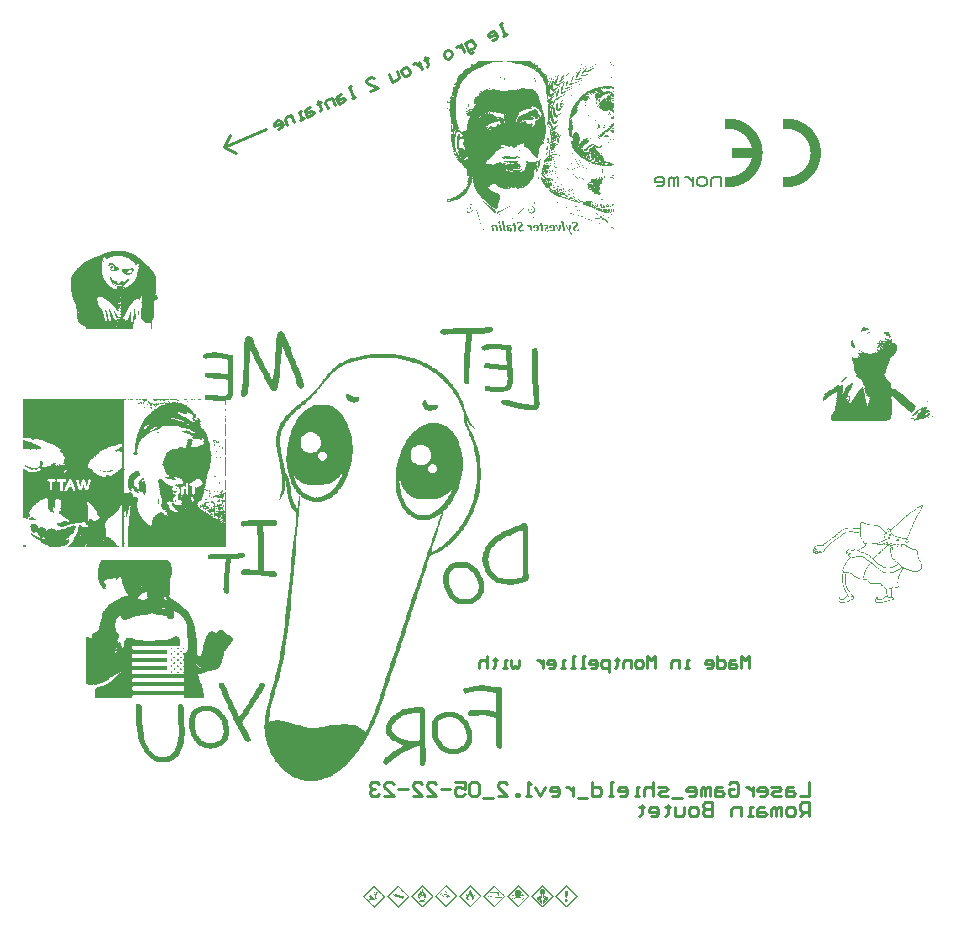
<source format=gbo>
G04*
G04 #@! TF.GenerationSoftware,Altium Limited,Altium Designer,21.4.1 (30)*
G04*
G04 Layer_Color=32896*
%FSLAX44Y44*%
%MOMM*%
G71*
G04*
G04 #@! TF.SameCoordinates,F062A0B2-1153-48B6-B7C1-D9BF76563F52*
G04*
G04*
G04 #@! TF.FilePolarity,Positive*
G04*
G01*
G75*
%ADD10C,0.2000*%
%ADD12C,0.2540*%
G36*
X1140075Y1099473D02*
X1140001D01*
Y1099399D01*
X1139633D01*
Y1099547D01*
X1140075D01*
Y1099473D01*
D02*
G37*
G36*
X1085687D02*
X1085760D01*
Y1099399D01*
X1085687D01*
Y1099326D01*
X1085392D01*
Y1099252D01*
X1085245D01*
Y1099326D01*
X1085171D01*
Y1099547D01*
X1085687D01*
Y1099473D01*
D02*
G37*
G36*
X1085318Y1098810D02*
X1085245D01*
Y1098884D01*
X1085318D01*
Y1098810D01*
D02*
G37*
G36*
X1132779Y1096894D02*
X1132705D01*
Y1096746D01*
X1132632D01*
Y1096820D01*
Y1096894D01*
Y1096967D01*
X1132779D01*
Y1096894D01*
D02*
G37*
G36*
X1033804Y1096599D02*
X1033583D01*
Y1096673D01*
X1033804D01*
Y1096599D01*
D02*
G37*
G36*
X1033436D02*
X1033288D01*
Y1096673D01*
X1033436D01*
Y1096599D01*
D02*
G37*
G36*
X1135580Y1096525D02*
X1135432D01*
Y1096452D01*
X1135285D01*
Y1096378D01*
X1134843D01*
Y1096452D01*
X1134990D01*
Y1096525D01*
X1135064D01*
Y1096599D01*
X1135285D01*
Y1096673D01*
X1135580D01*
Y1096525D01*
D02*
G37*
G36*
X1137790D02*
X1137864D01*
Y1096378D01*
X1137790D01*
Y1096304D01*
X1137717D01*
Y1096230D01*
X1137274D01*
Y1096304D01*
X1137201D01*
Y1096452D01*
X1137274D01*
Y1096525D01*
X1137348D01*
Y1096599D01*
X1137790D01*
Y1096525D01*
D02*
G37*
G36*
X1125704Y1096304D02*
X1125630D01*
Y1096230D01*
X1125188D01*
Y1096525D01*
X1125704D01*
Y1096304D01*
D02*
G37*
G36*
X1149950Y1098736D02*
X1150024D01*
Y1098662D01*
X1150098D01*
Y1098589D01*
X1150245D01*
Y1098515D01*
X1150319D01*
Y1098368D01*
X1150393D01*
Y1097852D01*
X1150466D01*
Y1097778D01*
X1150540D01*
Y1097631D01*
X1150614D01*
Y1097410D01*
X1150687D01*
Y1097262D01*
X1150761D01*
Y1097188D01*
X1150835D01*
Y1097041D01*
X1150908D01*
Y1096967D01*
X1150982D01*
Y1096894D01*
X1151056D01*
Y1096820D01*
X1151130D01*
Y1096746D01*
X1151203D01*
Y1096083D01*
X1151130D01*
Y1096009D01*
X1150982D01*
Y1096083D01*
X1150835D01*
Y1096157D01*
X1150761D01*
Y1096230D01*
X1150687D01*
Y1096304D01*
X1150614D01*
Y1096673D01*
X1150540D01*
Y1096894D01*
X1150466D01*
Y1097041D01*
X1150393D01*
Y1097188D01*
X1150319D01*
Y1097336D01*
X1150245D01*
Y1097410D01*
Y1097483D01*
Y1097704D01*
X1150172D01*
Y1097778D01*
X1150098D01*
Y1097852D01*
X1150024D01*
Y1097999D01*
X1149950D01*
Y1098294D01*
X1149877D01*
Y1098515D01*
X1149803D01*
Y1098589D01*
X1149877D01*
Y1098884D01*
X1149950D01*
Y1098736D01*
D02*
G37*
G36*
X1128726Y1096304D02*
Y1096230D01*
Y1096157D01*
X1128652D01*
Y1096083D01*
X1128431D01*
Y1096009D01*
X1128136D01*
Y1096230D01*
X1128210D01*
Y1096304D01*
X1128357D01*
Y1096378D01*
X1128726D01*
Y1096304D01*
D02*
G37*
G36*
X1134621Y1096157D02*
Y1096009D01*
X1134548D01*
Y1095936D01*
X1134474D01*
Y1095862D01*
X1134106D01*
Y1095936D01*
X1134032D01*
Y1096083D01*
X1134106D01*
Y1096157D01*
X1134253D01*
Y1096230D01*
X1134621D01*
Y1096157D01*
D02*
G37*
G36*
X1120914Y1095936D02*
X1120987D01*
Y1095862D01*
X1120914D01*
Y1095788D01*
X1120840D01*
Y1095715D01*
X1120619D01*
Y1096009D01*
X1120693D01*
Y1096083D01*
X1120914D01*
Y1095936D01*
D02*
G37*
G36*
X1136980Y1095788D02*
X1136906D01*
Y1095715D01*
X1136832D01*
Y1095641D01*
X1136611D01*
Y1095567D01*
X1136243D01*
Y1095493D01*
X1136095D01*
Y1095567D01*
X1136022D01*
Y1095715D01*
X1136095D01*
Y1095862D01*
X1136169D01*
Y1095936D01*
X1136317D01*
Y1096009D01*
X1136980D01*
Y1095788D01*
D02*
G37*
G36*
X1131010Y1095715D02*
X1130937D01*
Y1095641D01*
X1130789D01*
Y1095567D01*
X1130715D01*
Y1095493D01*
X1130494D01*
Y1095567D01*
Y1095715D01*
X1130568D01*
Y1095862D01*
X1130715D01*
Y1095936D01*
X1131010D01*
Y1095715D01*
D02*
G37*
G36*
X1152530Y1095199D02*
X1152382D01*
Y1095272D01*
X1152161D01*
Y1095346D01*
X1152014D01*
Y1095420D01*
X1151940D01*
Y1095567D01*
X1152014D01*
Y1095715D01*
X1152530D01*
Y1095199D01*
D02*
G37*
G36*
X1133148D02*
X1133000D01*
Y1095125D01*
X1132926D01*
Y1095199D01*
X1132853D01*
Y1095420D01*
X1133148D01*
Y1095199D01*
D02*
G37*
G36*
X1127620Y1095272D02*
X1127546D01*
Y1095199D01*
X1127473D01*
Y1095125D01*
X1127326D01*
Y1095051D01*
X1127031D01*
Y1095125D01*
X1126957D01*
Y1095272D01*
X1127104D01*
Y1095346D01*
X1127178D01*
Y1095420D01*
X1127252D01*
Y1095493D01*
X1127620D01*
Y1095272D01*
D02*
G37*
G36*
X1082813Y1099473D02*
X1082739D01*
Y1099399D01*
X1082665D01*
Y1099326D01*
X1082591D01*
Y1099252D01*
X1082665D01*
Y1099178D01*
X1082739D01*
Y1099105D01*
X1082813D01*
Y1099031D01*
X1082739D01*
Y1098957D01*
X1082665D01*
Y1098736D01*
X1082739D01*
Y1098515D01*
X1082813D01*
Y1098441D01*
X1082886D01*
Y1098368D01*
X1083181D01*
Y1098294D01*
X1083107D01*
Y1098220D01*
X1083255D01*
Y1097999D01*
X1083328D01*
Y1097852D01*
X1083402D01*
Y1097778D01*
X1083918D01*
Y1097704D01*
X1084213D01*
Y1097631D01*
X1084286D01*
Y1097557D01*
X1084360D01*
Y1097262D01*
X1084508D01*
Y1097115D01*
X1084655D01*
Y1097041D01*
X1084729D01*
Y1096820D01*
X1084876D01*
Y1096599D01*
X1084950D01*
Y1096746D01*
X1085023D01*
Y1096967D01*
X1085097D01*
Y1097041D01*
X1085171D01*
Y1097115D01*
X1085245D01*
Y1097410D01*
X1085318D01*
Y1097483D01*
X1085392D01*
Y1097704D01*
X1085834D01*
Y1097410D01*
X1085908D01*
Y1097115D01*
X1085982D01*
Y1097041D01*
X1086055D01*
Y1096673D01*
X1086129D01*
Y1096525D01*
X1086203D01*
Y1096452D01*
X1086129D01*
Y1096230D01*
X1086203D01*
Y1096157D01*
X1086276D01*
Y1095862D01*
X1086424D01*
Y1095715D01*
X1086497D01*
Y1095788D01*
X1086645D01*
Y1095715D01*
X1087013D01*
Y1095788D01*
X1087161D01*
Y1095715D01*
X1087234D01*
Y1095641D01*
X1087308D01*
Y1095715D01*
X1087529D01*
Y1095788D01*
X1087676D01*
Y1095862D01*
X1087750D01*
Y1095788D01*
X1087898D01*
Y1095715D01*
X1087971D01*
Y1095641D01*
X1088192D01*
Y1095567D01*
X1088266D01*
Y1095493D01*
X1088340D01*
Y1095420D01*
X1088413D01*
Y1095346D01*
X1088561D01*
Y1095272D01*
X1088635D01*
Y1095346D01*
X1088708D01*
Y1095272D01*
X1088782D01*
Y1094978D01*
X1088635D01*
Y1095051D01*
X1088413D01*
Y1094683D01*
X1088192D01*
Y1094609D01*
X1088266D01*
Y1094535D01*
X1088045D01*
Y1094241D01*
X1087971D01*
Y1094314D01*
X1087750D01*
Y1094167D01*
X1087898D01*
Y1094093D01*
X1088045D01*
Y1094020D01*
X1088119D01*
Y1093946D01*
X1088192D01*
Y1093799D01*
X1088266D01*
Y1093651D01*
X1088340D01*
Y1093430D01*
X1088413D01*
Y1093209D01*
X1088561D01*
Y1093062D01*
X1088635D01*
Y1092840D01*
X1088708D01*
Y1092914D01*
X1088929D01*
Y1093135D01*
X1089003D01*
Y1093430D01*
X1089077D01*
Y1093577D01*
X1089150D01*
Y1093725D01*
X1089224D01*
Y1093946D01*
X1089150D01*
Y1094093D01*
X1089003D01*
Y1094167D01*
X1088929D01*
Y1094314D01*
X1089298D01*
Y1094388D01*
X1089372D01*
Y1094314D01*
X1089445D01*
Y1094167D01*
X1089298D01*
Y1094093D01*
X1089372D01*
Y1094020D01*
X1089298D01*
Y1093946D01*
X1089372D01*
Y1093872D01*
X1089298D01*
Y1093799D01*
X1089372D01*
Y1093577D01*
X1089445D01*
Y1093430D01*
X1089519D01*
Y1093209D01*
X1089593D01*
Y1093135D01*
X1089666D01*
Y1093062D01*
X1089740D01*
Y1093209D01*
X1089814D01*
Y1093356D01*
X1089887D01*
Y1093651D01*
X1089961D01*
Y1093799D01*
X1090035D01*
Y1093725D01*
X1090108D01*
Y1093651D01*
X1090182D01*
Y1093577D01*
X1090330D01*
Y1093430D01*
X1090403D01*
Y1093283D01*
X1090551D01*
Y1092988D01*
X1090698D01*
Y1092914D01*
X1090772D01*
Y1092840D01*
X1090845D01*
Y1092767D01*
X1090919D01*
Y1091809D01*
X1090845D01*
Y1091661D01*
X1090919D01*
Y1091514D01*
X1090845D01*
Y1091293D01*
X1090993D01*
Y1091145D01*
X1091214D01*
Y1091072D01*
X1091288D01*
Y1090998D01*
X1091361D01*
Y1090924D01*
X1091435D01*
Y1090777D01*
X1091509D01*
Y1090851D01*
X1091582D01*
Y1090777D01*
X1091877D01*
Y1090703D01*
X1091951D01*
Y1090630D01*
X1092025D01*
Y1090482D01*
X1092098D01*
Y1090408D01*
X1092172D01*
Y1090335D01*
X1092246D01*
Y1090261D01*
X1092541D01*
Y1090114D01*
X1092467D01*
Y1090040D01*
X1092614D01*
Y1090114D01*
X1092688D01*
Y1089893D01*
X1092614D01*
Y1089745D01*
X1092909D01*
Y1089598D01*
X1092983D01*
Y1089524D01*
X1093130D01*
Y1089450D01*
X1093204D01*
Y1089377D01*
X1093278D01*
Y1089229D01*
X1093351D01*
Y1089008D01*
X1093425D01*
Y1088934D01*
X1093499D01*
Y1088861D01*
X1093572D01*
Y1088566D01*
X1093646D01*
Y1088492D01*
X1093793D01*
Y1088566D01*
X1093867D01*
Y1088713D01*
X1094015D01*
Y1088640D01*
X1094088D01*
Y1088861D01*
X1093867D01*
Y1089008D01*
X1093941D01*
Y1089082D01*
X1094015D01*
Y1089008D01*
X1094162D01*
Y1089082D01*
X1094236D01*
Y1089008D01*
X1094309D01*
Y1088934D01*
X1094383D01*
Y1089008D01*
X1094604D01*
Y1089082D01*
X1094752D01*
Y1089008D01*
X1094825D01*
Y1088861D01*
X1094604D01*
Y1088787D01*
X1094530D01*
Y1088713D01*
X1094604D01*
Y1088640D01*
X1094973D01*
Y1088861D01*
X1095046D01*
Y1089082D01*
X1095120D01*
Y1089377D01*
X1095194D01*
Y1089229D01*
X1095341D01*
Y1089156D01*
X1095415D01*
Y1089082D01*
X1095488D01*
Y1089008D01*
X1095562D01*
Y1088861D01*
X1095636D01*
Y1088640D01*
X1095562D01*
Y1087903D01*
X1095636D01*
Y1087755D01*
X1095710D01*
Y1087166D01*
X1095783D01*
Y1086945D01*
X1095710D01*
Y1086576D01*
X1095783D01*
Y1086281D01*
X1095857D01*
Y1085913D01*
X1096004D01*
Y1085839D01*
X1096078D01*
Y1085766D01*
X1096004D01*
Y1085544D01*
X1096225D01*
Y1085471D01*
X1096152D01*
Y1085323D01*
X1096004D01*
Y1085250D01*
X1095931D01*
Y1084881D01*
X1096004D01*
Y1084734D01*
X1096078D01*
Y1084660D01*
X1096152D01*
Y1084586D01*
X1096225D01*
Y1084513D01*
X1096373D01*
Y1084365D01*
X1096447D01*
Y1084144D01*
X1096520D01*
Y1084071D01*
X1096741D01*
Y1084513D01*
X1096815D01*
Y1085250D01*
X1096741D01*
Y1085544D01*
X1096815D01*
Y1085618D01*
X1096889D01*
Y1085692D01*
X1096962D01*
Y1085766D01*
X1097036D01*
Y1085692D01*
X1097110D01*
Y1085618D01*
X1097184D01*
Y1085544D01*
X1097257D01*
Y1085397D01*
X1097331D01*
Y1085250D01*
X1097404D01*
Y1084660D01*
X1097331D01*
Y1084513D01*
X1097404D01*
Y1084144D01*
X1097331D01*
Y1084071D01*
X1097257D01*
Y1083997D01*
X1097184D01*
Y1082891D01*
X1097257D01*
Y1082818D01*
X1097331D01*
Y1082744D01*
X1097404D01*
Y1082670D01*
X1097478D01*
Y1082228D01*
X1097552D01*
Y1081860D01*
X1097699D01*
Y1081565D01*
X1097626D01*
Y1081491D01*
X1097552D01*
Y1081417D01*
X1097478D01*
Y1081270D01*
X1097404D01*
Y1080975D01*
X1097331D01*
Y1080901D01*
X1097257D01*
Y1080754D01*
X1097184D01*
Y1080459D01*
X1097110D01*
Y1080386D01*
X1097036D01*
Y1080312D01*
X1096962D01*
Y1079943D01*
X1096889D01*
Y1079501D01*
X1096815D01*
Y1079133D01*
X1096741D01*
Y1078985D01*
X1096668D01*
Y1078838D01*
X1096741D01*
Y1078691D01*
X1096815D01*
Y1078617D01*
X1096962D01*
Y1078543D01*
X1097036D01*
Y1078617D01*
X1097331D01*
Y1078691D01*
X1097552D01*
Y1078764D01*
X1097626D01*
Y1078838D01*
X1097699D01*
Y1078985D01*
X1097773D01*
Y1079649D01*
X1097699D01*
Y1079722D01*
X1097773D01*
Y1080091D01*
X1097847D01*
Y1080238D01*
X1097920D01*
Y1080312D01*
X1097994D01*
Y1080533D01*
X1098068D01*
Y1080754D01*
X1098141D01*
Y1080901D01*
X1098215D01*
Y1081049D01*
X1098289D01*
Y1081123D01*
X1098363D01*
Y1081344D01*
X1098436D01*
Y1081491D01*
X1098584D01*
Y1081565D01*
X1098657D01*
Y1081860D01*
X1098731D01*
Y1082007D01*
X1098805D01*
Y1082081D01*
X1098878D01*
Y1082154D01*
X1098952D01*
Y1082228D01*
X1099026D01*
Y1082302D01*
X1099100D01*
Y1082670D01*
X1099173D01*
Y1082965D01*
X1099247D01*
Y1083186D01*
X1099321D01*
Y1083481D01*
X1099394D01*
Y1083776D01*
X1099468D01*
Y1083997D01*
X1099615D01*
Y1084144D01*
X1099689D01*
Y1084365D01*
X1099763D01*
Y1084513D01*
X1099837D01*
Y1084660D01*
X1100058D01*
Y1084513D01*
X1100131D01*
Y1084218D01*
X1100205D01*
Y1083555D01*
X1100131D01*
Y1083407D01*
X1100058D01*
Y1083260D01*
X1099984D01*
Y1083039D01*
X1099910D01*
Y1082891D01*
X1099837D01*
Y1082744D01*
X1099763D01*
Y1082523D01*
X1099689D01*
Y1082302D01*
X1099615D01*
Y1082154D01*
X1099542D01*
Y1082007D01*
X1099468D01*
Y1081860D01*
X1099394D01*
Y1081270D01*
X1099321D01*
Y1081049D01*
X1099247D01*
Y1080901D01*
X1099173D01*
Y1080754D01*
X1099100D01*
Y1080459D01*
X1099026D01*
Y1080091D01*
X1098952D01*
Y1079870D01*
X1098878D01*
Y1079796D01*
X1098805D01*
Y1079575D01*
X1098731D01*
Y1079354D01*
X1098805D01*
Y1078912D01*
X1098731D01*
Y1078543D01*
X1098657D01*
Y1078396D01*
X1098584D01*
Y1078101D01*
X1098510D01*
Y1077880D01*
X1098436D01*
Y1077733D01*
X1098363D01*
Y1077585D01*
X1098289D01*
Y1077364D01*
X1098215D01*
Y1077290D01*
X1098289D01*
Y1077143D01*
X1098363D01*
Y1077069D01*
X1098436D01*
Y1076996D01*
X1098952D01*
Y1077143D01*
X1099026D01*
Y1077806D01*
X1098952D01*
Y1078027D01*
X1099026D01*
Y1078396D01*
X1099100D01*
Y1078764D01*
X1099026D01*
Y1078912D01*
X1099100D01*
Y1079059D01*
X1099173D01*
Y1079133D01*
X1099247D01*
Y1079206D01*
X1099321D01*
Y1079428D01*
X1099394D01*
Y1079575D01*
X1099468D01*
Y1079722D01*
X1099542D01*
Y1079870D01*
X1099615D01*
Y1080091D01*
X1099689D01*
Y1080238D01*
X1099837D01*
Y1080312D01*
X1099910D01*
Y1080386D01*
X1099984D01*
Y1080680D01*
X1100058D01*
Y1080901D01*
X1100131D01*
Y1081049D01*
X1100205D01*
Y1081123D01*
X1100279D01*
Y1081270D01*
X1100352D01*
Y1081491D01*
X1100426D01*
Y1081565D01*
X1100500D01*
Y1081638D01*
X1100574D01*
Y1081712D01*
X1100647D01*
Y1081786D01*
X1100721D01*
Y1081860D01*
X1100795D01*
Y1082007D01*
X1100868D01*
Y1082154D01*
X1100942D01*
Y1082302D01*
X1101016D01*
Y1082670D01*
X1101089D01*
Y1082744D01*
X1101163D01*
Y1082891D01*
X1101237D01*
Y1083112D01*
X1101311D01*
Y1083481D01*
X1101384D01*
Y1083555D01*
X1101458D01*
Y1083628D01*
X1101532D01*
Y1083776D01*
X1101605D01*
Y1083849D01*
X1101679D01*
Y1083997D01*
X1101753D01*
Y1084144D01*
X1101826D01*
Y1084292D01*
X1101900D01*
Y1084365D01*
X1102047D01*
Y1084439D01*
X1102269D01*
Y1084292D01*
X1102342D01*
Y1084218D01*
X1102269D01*
Y1083849D01*
X1102195D01*
Y1083702D01*
X1102121D01*
Y1083555D01*
X1102047D01*
Y1083407D01*
X1101974D01*
Y1083334D01*
X1101900D01*
Y1083260D01*
X1101826D01*
Y1083186D01*
X1101753D01*
Y1083112D01*
X1101679D01*
Y1082744D01*
X1101753D01*
Y1080901D01*
X1101679D01*
Y1079649D01*
X1101605D01*
Y1079501D01*
X1101532D01*
Y1079354D01*
X1101458D01*
Y1079133D01*
X1101384D01*
Y1078543D01*
X1101311D01*
Y1078027D01*
X1101384D01*
Y1077880D01*
X1101311D01*
Y1077806D01*
X1101237D01*
Y1076553D01*
X1101163D01*
Y1076406D01*
X1101089D01*
Y1076038D01*
X1101016D01*
Y1075301D01*
X1101237D01*
Y1075227D01*
X1101458D01*
Y1075301D01*
X1101605D01*
Y1075448D01*
X1101679D01*
Y1075522D01*
X1101826D01*
Y1075595D01*
X1102047D01*
Y1075669D01*
X1102269D01*
Y1075743D01*
X1102416D01*
Y1075816D01*
X1102490D01*
Y1075890D01*
X1102563D01*
Y1075964D01*
X1102637D01*
Y1076038D01*
X1102784D01*
Y1076111D01*
X1102932D01*
Y1076185D01*
X1103006D01*
Y1076259D01*
X1103079D01*
Y1076332D01*
X1103153D01*
Y1076406D01*
X1103227D01*
Y1076480D01*
X1103448D01*
Y1076553D01*
X1103964D01*
Y1076627D01*
X1104185D01*
Y1076701D01*
X1104258D01*
Y1076775D01*
X1104406D01*
Y1076848D01*
X1104553D01*
Y1076922D01*
X1104774D01*
Y1076996D01*
X1105069D01*
Y1077069D01*
X1105216D01*
Y1077143D01*
X1105290D01*
Y1077217D01*
X1105364D01*
Y1077290D01*
X1105511D01*
Y1077364D01*
X1105585D01*
Y1077438D01*
X1105732D01*
Y1077512D01*
X1106174D01*
Y1077438D01*
X1106248D01*
Y1077364D01*
X1106174D01*
Y1077290D01*
X1106027D01*
Y1077217D01*
X1105953D01*
Y1077143D01*
X1105806D01*
Y1077069D01*
X1105585D01*
Y1076996D01*
X1105511D01*
Y1076922D01*
X1105437D01*
Y1076848D01*
X1105364D01*
Y1076701D01*
X1105290D01*
Y1076627D01*
X1105216D01*
Y1076553D01*
X1105143D01*
Y1076406D01*
X1105069D01*
Y1076259D01*
X1104995D01*
Y1076185D01*
X1104922D01*
Y1076111D01*
X1104848D01*
Y1076038D01*
X1104774D01*
Y1075964D01*
X1104627D01*
Y1075890D01*
X1104479D01*
Y1075816D01*
X1104406D01*
Y1075743D01*
X1104332D01*
Y1075669D01*
X1104258D01*
Y1075522D01*
X1104185D01*
Y1075448D01*
X1104037D01*
Y1075301D01*
X1103964D01*
Y1075153D01*
X1103890D01*
Y1075006D01*
X1103816D01*
Y1074932D01*
X1103743D01*
Y1074858D01*
X1103669D01*
Y1074785D01*
X1103595D01*
Y1074711D01*
X1103521D01*
Y1074637D01*
X1103448D01*
Y1074564D01*
X1103374D01*
Y1074416D01*
X1103300D01*
Y1074342D01*
X1103227D01*
Y1074269D01*
X1103153D01*
Y1074195D01*
X1103079D01*
Y1074121D01*
X1102711D01*
Y1074048D01*
X1102637D01*
Y1073900D01*
X1102563D01*
Y1073753D01*
X1102490D01*
Y1073679D01*
X1102195D01*
Y1073605D01*
X1102047D01*
Y1073458D01*
X1101974D01*
Y1073311D01*
X1101900D01*
Y1073237D01*
X1101605D01*
Y1073311D01*
X1101532D01*
Y1073384D01*
X1101458D01*
Y1073458D01*
X1100942D01*
Y1073532D01*
X1100721D01*
Y1073605D01*
X1100647D01*
Y1073679D01*
X1100500D01*
Y1073753D01*
X1100426D01*
Y1073900D01*
X1100352D01*
Y1073974D01*
X1100279D01*
Y1074121D01*
X1100205D01*
Y1074269D01*
X1100131D01*
Y1074342D01*
X1100058D01*
Y1074490D01*
X1099984D01*
Y1074564D01*
X1099837D01*
Y1074637D01*
X1099763D01*
Y1074711D01*
X1099615D01*
Y1074785D01*
X1099468D01*
Y1074858D01*
X1099321D01*
Y1074932D01*
X1099247D01*
Y1075227D01*
X1099173D01*
Y1075301D01*
X1099100D01*
Y1075374D01*
X1099026D01*
Y1075448D01*
X1098952D01*
Y1075669D01*
X1098878D01*
Y1075743D01*
X1098731D01*
Y1075816D01*
X1098657D01*
Y1075743D01*
X1098584D01*
Y1075669D01*
X1098510D01*
Y1075448D01*
X1098436D01*
Y1074637D01*
X1098510D01*
Y1074195D01*
X1098584D01*
Y1073827D01*
X1098657D01*
Y1073016D01*
X1098584D01*
Y1072942D01*
X1098657D01*
Y1072795D01*
X1098731D01*
Y1072426D01*
X1098657D01*
Y1071837D01*
X1098584D01*
Y1071468D01*
X1098510D01*
Y1071321D01*
X1098584D01*
Y1071100D01*
X1098805D01*
Y1071026D01*
X1098878D01*
Y1071100D01*
X1099247D01*
Y1071173D01*
X1099394D01*
Y1071247D01*
X1099542D01*
Y1071321D01*
X1099615D01*
Y1071395D01*
X1099763D01*
Y1071468D01*
X1099910D01*
Y1071542D01*
X1100131D01*
Y1071616D01*
X1100279D01*
Y1071689D01*
X1100426D01*
Y1071763D01*
X1100500D01*
Y1071837D01*
X1100574D01*
Y1071910D01*
X1100647D01*
Y1071984D01*
X1100868D01*
Y1072058D01*
X1101089D01*
Y1072132D01*
X1101237D01*
Y1072205D01*
X1101384D01*
Y1072279D01*
X1101458D01*
Y1072353D01*
X1101679D01*
Y1072426D01*
X1101826D01*
Y1072500D01*
X1101900D01*
Y1072574D01*
X1101974D01*
Y1072647D01*
X1102047D01*
Y1072721D01*
X1102121D01*
Y1072795D01*
X1102195D01*
Y1072869D01*
X1102269D01*
Y1072942D01*
X1102342D01*
Y1073016D01*
X1102490D01*
Y1073090D01*
X1102563D01*
Y1073163D01*
X1102637D01*
Y1073237D01*
X1102784D01*
Y1073311D01*
X1102932D01*
Y1073384D01*
X1103006D01*
Y1073458D01*
X1103079D01*
Y1073532D01*
X1103153D01*
Y1073605D01*
X1103300D01*
Y1073679D01*
X1104037D01*
Y1073458D01*
X1103964D01*
Y1073311D01*
X1103890D01*
Y1073237D01*
X1103816D01*
Y1073163D01*
X1103743D01*
Y1073090D01*
X1103669D01*
Y1073016D01*
X1103595D01*
Y1072869D01*
X1103521D01*
Y1072795D01*
X1103448D01*
Y1072647D01*
X1103374D01*
Y1072500D01*
X1103300D01*
Y1072426D01*
X1103227D01*
Y1072353D01*
X1103079D01*
Y1072279D01*
X1102858D01*
Y1072205D01*
X1102711D01*
Y1072132D01*
X1102637D01*
Y1071984D01*
X1102563D01*
Y1071910D01*
X1102490D01*
Y1071763D01*
X1102416D01*
Y1071395D01*
X1102342D01*
Y1071321D01*
X1102269D01*
Y1071247D01*
X1102121D01*
Y1071173D01*
X1101974D01*
Y1071100D01*
X1101900D01*
Y1070731D01*
X1101826D01*
Y1070658D01*
X1101753D01*
Y1070584D01*
X1101679D01*
Y1070510D01*
X1101532D01*
Y1070437D01*
X1101311D01*
Y1070363D01*
X1101163D01*
Y1070289D01*
X1101089D01*
Y1070216D01*
X1101016D01*
Y1070068D01*
X1100942D01*
Y1069994D01*
X1100868D01*
Y1069921D01*
X1100795D01*
Y1069847D01*
X1100721D01*
Y1069773D01*
X1100647D01*
Y1069700D01*
X1100500D01*
Y1069626D01*
X1100352D01*
Y1069552D01*
X1100205D01*
Y1069479D01*
X1100131D01*
Y1069331D01*
X1100058D01*
Y1069257D01*
X1099984D01*
Y1069184D01*
X1099837D01*
Y1069110D01*
X1099615D01*
Y1069036D01*
X1099468D01*
Y1068963D01*
X1099321D01*
Y1068889D01*
X1099173D01*
Y1068815D01*
X1098657D01*
Y1068742D01*
X1098068D01*
Y1068815D01*
X1097994D01*
Y1068889D01*
X1097920D01*
Y1068963D01*
X1097847D01*
Y1069036D01*
X1097699D01*
Y1069110D01*
X1097626D01*
Y1069257D01*
X1097552D01*
Y1069479D01*
X1097478D01*
Y1069847D01*
X1097404D01*
Y1070289D01*
X1097331D01*
Y1070363D01*
X1097110D01*
Y1070289D01*
X1097036D01*
Y1069847D01*
X1096962D01*
Y1068447D01*
X1097036D01*
Y1068226D01*
X1097110D01*
Y1068078D01*
X1097036D01*
Y1067857D01*
X1097110D01*
Y1067562D01*
X1097036D01*
Y1067341D01*
X1096962D01*
Y1067120D01*
X1096889D01*
Y1067047D01*
X1096815D01*
Y1067120D01*
X1096741D01*
Y1067194D01*
X1096668D01*
Y1067341D01*
X1096594D01*
Y1067784D01*
X1096520D01*
Y1067931D01*
X1096447D01*
Y1068078D01*
X1096373D01*
Y1068226D01*
X1096299D01*
Y1068520D01*
X1096225D01*
Y1068742D01*
X1096152D01*
Y1069036D01*
X1096078D01*
Y1069257D01*
X1096004D01*
Y1069626D01*
X1095931D01*
Y1070216D01*
X1095857D01*
Y1070731D01*
X1095783D01*
Y1071247D01*
X1095710D01*
Y1071984D01*
X1095636D01*
Y1074269D01*
X1095710D01*
Y1074564D01*
X1095783D01*
Y1074932D01*
X1095710D01*
Y1075006D01*
X1095636D01*
Y1075227D01*
X1095562D01*
Y1075301D01*
X1095488D01*
Y1075374D01*
X1095415D01*
Y1075669D01*
X1095341D01*
Y1075890D01*
X1095267D01*
Y1076038D01*
X1095194D01*
Y1076185D01*
X1095120D01*
Y1076406D01*
X1095046D01*
Y1076480D01*
X1095120D01*
Y1076848D01*
X1095194D01*
Y1076996D01*
X1095267D01*
Y1077217D01*
X1095194D01*
Y1077364D01*
X1095120D01*
Y1077659D01*
X1095046D01*
Y1079280D01*
X1094973D01*
Y1079354D01*
X1094678D01*
Y1079428D01*
X1094530D01*
Y1079501D01*
X1094457D01*
Y1079575D01*
X1094383D01*
Y1079722D01*
X1094309D01*
Y1080312D01*
X1094236D01*
Y1080680D01*
X1094162D01*
Y1080828D01*
X1094088D01*
Y1080901D01*
X1094015D01*
Y1080975D01*
X1093941D01*
Y1081049D01*
X1093867D01*
Y1081123D01*
X1093793D01*
Y1081270D01*
X1093720D01*
Y1081491D01*
X1093646D01*
Y1081565D01*
X1093572D01*
Y1081712D01*
X1093499D01*
Y1081860D01*
X1093425D01*
Y1082007D01*
X1093351D01*
Y1082154D01*
X1093278D01*
Y1082375D01*
X1093204D01*
Y1082523D01*
X1093130D01*
Y1082744D01*
X1093056D01*
Y1083039D01*
X1092983D01*
Y1083923D01*
X1092909D01*
Y1084144D01*
X1092835D01*
Y1084365D01*
X1092762D01*
Y1084513D01*
X1092688D01*
Y1084586D01*
X1092614D01*
Y1084808D01*
X1092541D01*
Y1084881D01*
X1092467D01*
Y1084955D01*
X1092393D01*
Y1085029D01*
X1092319D01*
Y1085102D01*
X1092246D01*
Y1085176D01*
X1092172D01*
Y1085250D01*
X1092098D01*
Y1085323D01*
X1092025D01*
Y1085397D01*
X1091951D01*
Y1085471D01*
X1091877D01*
Y1085618D01*
X1091804D01*
Y1085692D01*
X1091730D01*
Y1085839D01*
X1091656D01*
Y1085987D01*
X1091582D01*
Y1086134D01*
X1091509D01*
Y1086355D01*
X1091435D01*
Y1086429D01*
X1091361D01*
Y1086503D01*
X1091140D01*
Y1086576D01*
X1090919D01*
Y1086650D01*
X1090772D01*
Y1086724D01*
X1090698D01*
Y1086797D01*
X1090624D01*
Y1086945D01*
X1090551D01*
Y1087092D01*
X1090477D01*
Y1087240D01*
X1090403D01*
Y1087313D01*
X1090330D01*
Y1087387D01*
X1090256D01*
Y1087460D01*
X1090182D01*
Y1087608D01*
X1090108D01*
Y1087755D01*
X1090035D01*
Y1087829D01*
X1089887D01*
Y1087903D01*
X1089814D01*
Y1087976D01*
X1089740D01*
Y1088197D01*
X1089666D01*
Y1088345D01*
X1089593D01*
Y1088492D01*
X1089519D01*
Y1088640D01*
X1089445D01*
Y1088713D01*
X1089372D01*
Y1088787D01*
X1089298D01*
Y1088861D01*
X1089224D01*
Y1089008D01*
X1089150D01*
Y1089082D01*
X1089003D01*
Y1089156D01*
X1088929D01*
Y1089303D01*
X1088856D01*
Y1089450D01*
X1088782D01*
Y1089524D01*
X1088708D01*
Y1089598D01*
X1088561D01*
Y1089671D01*
X1088487D01*
Y1089819D01*
X1088413D01*
Y1089893D01*
X1088340D01*
Y1089966D01*
X1088192D01*
Y1090040D01*
X1088045D01*
Y1090114D01*
X1087750D01*
Y1090187D01*
X1087676D01*
Y1090114D01*
X1087087D01*
Y1090187D01*
X1087013D01*
Y1090261D01*
X1086940D01*
Y1090335D01*
X1086792D01*
Y1090408D01*
X1086645D01*
Y1090482D01*
X1086497D01*
Y1090556D01*
X1086424D01*
Y1090703D01*
X1086350D01*
Y1090777D01*
X1086276D01*
Y1090851D01*
X1086203D01*
Y1090924D01*
X1086129D01*
Y1091072D01*
X1086055D01*
Y1091219D01*
X1085982D01*
Y1091293D01*
X1085908D01*
Y1091367D01*
X1085834D01*
Y1091440D01*
X1085760D01*
Y1091514D01*
X1085687D01*
Y1091588D01*
X1085613D01*
Y1091661D01*
X1085539D01*
Y1091735D01*
X1085466D01*
Y1091809D01*
X1085392D01*
Y1091882D01*
X1085318D01*
Y1091956D01*
X1085245D01*
Y1092030D01*
X1085171D01*
Y1092103D01*
X1085097D01*
Y1092177D01*
X1084950D01*
Y1092251D01*
X1084802D01*
Y1092325D01*
X1084655D01*
Y1092398D01*
X1084581D01*
Y1092472D01*
X1084508D01*
Y1092546D01*
X1084434D01*
Y1092619D01*
X1084360D01*
Y1092693D01*
X1084286D01*
Y1092767D01*
X1084065D01*
Y1092840D01*
X1083992D01*
Y1092914D01*
X1083918D01*
Y1092988D01*
X1083844D01*
Y1093135D01*
X1083697D01*
Y1093209D01*
X1083549D01*
Y1093283D01*
X1083402D01*
Y1093356D01*
X1083328D01*
Y1093430D01*
X1083181D01*
Y1093504D01*
X1083034D01*
Y1093577D01*
X1082665D01*
Y1093651D01*
X1082444D01*
Y1093725D01*
X1082223D01*
Y1093799D01*
X1082076D01*
Y1093872D01*
X1081560D01*
Y1093946D01*
X1081486D01*
Y1094020D01*
X1081339D01*
Y1094093D01*
X1081191D01*
Y1094167D01*
X1080749D01*
Y1094241D01*
X1080675D01*
Y1094314D01*
X1080528D01*
Y1094388D01*
X1080381D01*
Y1094462D01*
X1080233D01*
Y1094535D01*
X1080160D01*
Y1094609D01*
X1080012D01*
Y1094683D01*
X1079938D01*
Y1094756D01*
X1079865D01*
Y1094830D01*
X1079717D01*
Y1094904D01*
X1079570D01*
Y1094978D01*
X1079275D01*
Y1095051D01*
X1078980D01*
Y1095125D01*
X1078538D01*
Y1095199D01*
X1078096D01*
Y1095272D01*
X1077875D01*
Y1095199D01*
X1077801D01*
Y1095272D01*
X1077580D01*
Y1095346D01*
X1076843D01*
Y1095420D01*
X1076696D01*
Y1095493D01*
X1076548D01*
Y1095567D01*
X1076401D01*
Y1095641D01*
X1076254D01*
Y1095715D01*
X1075959D01*
Y1095788D01*
X1075517D01*
Y1095862D01*
X1075443D01*
Y1095936D01*
X1075295D01*
Y1096009D01*
X1075148D01*
Y1096083D01*
X1075074D01*
Y1096157D01*
X1074927D01*
Y1096230D01*
X1074853D01*
Y1096304D01*
X1074780D01*
Y1096378D01*
X1074632D01*
Y1096452D01*
X1074558D01*
Y1096525D01*
X1073895D01*
Y1096599D01*
X1073674D01*
Y1096673D01*
X1073158D01*
Y1096746D01*
X1072421D01*
Y1096820D01*
X1072053D01*
Y1096894D01*
X1071758D01*
Y1096967D01*
X1071021D01*
Y1097041D01*
X1070800D01*
Y1096967D01*
X1070358D01*
Y1097041D01*
X1069916D01*
Y1097115D01*
X1069326D01*
Y1097188D01*
X1068958D01*
Y1097262D01*
X1068810D01*
Y1097336D01*
X1068663D01*
Y1097410D01*
X1068442D01*
Y1097483D01*
X1068147D01*
Y1097557D01*
X1067999D01*
Y1097631D01*
X1067926D01*
Y1097704D01*
X1067778D01*
Y1097778D01*
X1067336D01*
Y1097852D01*
X1067115D01*
Y1097925D01*
X1066820D01*
Y1097999D01*
X1066599D01*
Y1098073D01*
X1066378D01*
Y1098147D01*
X1066083D01*
Y1098220D01*
X1065346D01*
Y1098294D01*
X1065125D01*
Y1098368D01*
X1064904D01*
Y1098441D01*
X1064757D01*
Y1098515D01*
X1064536D01*
Y1098589D01*
X1064315D01*
Y1098662D01*
X1064167D01*
Y1098736D01*
X1063946D01*
Y1098810D01*
X1063873D01*
Y1098884D01*
X1063430D01*
Y1098810D01*
X1062988D01*
Y1098884D01*
X1062620D01*
Y1098957D01*
X1062325D01*
Y1099031D01*
X1060777D01*
Y1099105D01*
X1060188D01*
Y1099031D01*
X1059082D01*
Y1098957D01*
X1058640D01*
Y1098884D01*
X1057240D01*
Y1098810D01*
X1056282D01*
Y1098736D01*
X1055102D01*
Y1098662D01*
X1054808D01*
Y1098589D01*
X1053997D01*
Y1098515D01*
X1053481D01*
Y1098441D01*
X1052965D01*
Y1098368D01*
X1052376D01*
Y1098294D01*
X1051565D01*
Y1098220D01*
X1051270D01*
Y1098147D01*
X1050238D01*
Y1098073D01*
X1049944D01*
Y1097999D01*
X1049796D01*
Y1097925D01*
X1049723D01*
Y1097852D01*
X1049575D01*
Y1097778D01*
X1049428D01*
Y1097704D01*
X1049133D01*
Y1097631D01*
X1048912D01*
Y1097704D01*
X1048691D01*
Y1097631D01*
X1048543D01*
Y1097557D01*
X1048322D01*
Y1097483D01*
X1048175D01*
Y1097410D01*
X1047954D01*
Y1097336D01*
X1047807D01*
Y1097262D01*
X1047586D01*
Y1097188D01*
X1047364D01*
Y1097115D01*
X1047217D01*
Y1097041D01*
X1046849D01*
Y1096967D01*
X1046701D01*
Y1096894D01*
X1046406D01*
Y1096820D01*
X1046259D01*
Y1096746D01*
X1045890D01*
Y1096673D01*
X1045743D01*
Y1096599D01*
X1045522D01*
Y1096525D01*
X1045375D01*
Y1096452D01*
X1045301D01*
Y1096378D01*
X1045227D01*
Y1096304D01*
X1045154D01*
Y1096230D01*
X1045080D01*
Y1096157D01*
X1044859D01*
Y1096083D01*
X1044785D01*
Y1096009D01*
X1044711D01*
Y1095936D01*
X1044564D01*
Y1095862D01*
X1044417D01*
Y1095788D01*
X1044269D01*
Y1095715D01*
X1043606D01*
Y1095641D01*
X1043385D01*
Y1095567D01*
X1043237D01*
Y1095493D01*
X1043164D01*
Y1095420D01*
X1043016D01*
Y1095346D01*
X1042869D01*
Y1095272D01*
X1042648D01*
Y1095199D01*
X1042500D01*
Y1095051D01*
X1042427D01*
Y1094978D01*
X1042353D01*
Y1094904D01*
X1042279D01*
Y1094830D01*
X1042132D01*
Y1094756D01*
X1041984D01*
Y1094683D01*
X1041690D01*
Y1094609D01*
X1041469D01*
Y1094535D01*
X1041321D01*
Y1094462D01*
X1041174D01*
Y1094388D01*
X1041100D01*
Y1094314D01*
X1041026D01*
Y1094241D01*
X1040953D01*
Y1094167D01*
X1040805D01*
Y1094093D01*
X1040658D01*
Y1094020D01*
X1040584D01*
Y1093946D01*
X1040437D01*
Y1093872D01*
X1039921D01*
Y1093799D01*
X1039774D01*
Y1093725D01*
X1039405D01*
Y1093651D01*
X1039258D01*
Y1093577D01*
X1039037D01*
Y1093504D01*
X1038963D01*
Y1093430D01*
X1038742D01*
Y1093356D01*
X1038521D01*
Y1093283D01*
X1038226D01*
Y1093209D01*
X1038005D01*
Y1093135D01*
X1037931D01*
Y1092988D01*
X1037858D01*
Y1092914D01*
X1037784D01*
Y1092840D01*
X1037563D01*
Y1092767D01*
X1037415D01*
Y1092693D01*
X1037268D01*
Y1092619D01*
X1037047D01*
Y1092546D01*
X1036826D01*
Y1092472D01*
X1036531D01*
Y1092398D01*
X1036384D01*
Y1092325D01*
X1036310D01*
Y1092251D01*
X1036236D01*
Y1092177D01*
X1036089D01*
Y1092103D01*
X1035941D01*
Y1092030D01*
X1035794D01*
Y1091956D01*
X1035573D01*
Y1091882D01*
X1035204D01*
Y1091809D01*
X1035057D01*
Y1091735D01*
X1034836D01*
Y1091661D01*
X1034762D01*
Y1091588D01*
X1034688D01*
Y1091514D01*
X1034615D01*
Y1091440D01*
X1034467D01*
Y1091367D01*
X1034394D01*
Y1091293D01*
X1034246D01*
Y1091219D01*
X1034025D01*
Y1091145D01*
X1033878D01*
Y1091072D01*
X1033804D01*
Y1090998D01*
X1033657D01*
Y1090924D01*
X1033583D01*
Y1090851D01*
X1033509D01*
Y1090777D01*
X1033362D01*
Y1090703D01*
X1033067D01*
Y1090630D01*
X1032993D01*
Y1090556D01*
X1032920D01*
Y1090482D01*
X1032846D01*
Y1090408D01*
X1032772D01*
Y1090335D01*
X1032625D01*
Y1090261D01*
X1032551D01*
Y1090187D01*
X1032478D01*
Y1090114D01*
X1032404D01*
Y1090040D01*
X1032330D01*
Y1089966D01*
X1032183D01*
Y1089893D01*
X1032035D01*
Y1089819D01*
X1031962D01*
Y1089671D01*
X1031888D01*
Y1089598D01*
X1031814D01*
Y1089524D01*
X1031741D01*
Y1089450D01*
X1031667D01*
Y1089377D01*
X1031520D01*
Y1089303D01*
X1031446D01*
Y1089229D01*
X1031372D01*
Y1088861D01*
X1031299D01*
Y1088713D01*
X1031225D01*
Y1088640D01*
X1031077D01*
Y1088566D01*
X1031004D01*
Y1088492D01*
X1030856D01*
Y1088419D01*
X1030635D01*
Y1088345D01*
X1030488D01*
Y1088271D01*
X1030267D01*
Y1088197D01*
X1030119D01*
Y1088124D01*
X1030046D01*
Y1088050D01*
X1029898D01*
Y1087976D01*
X1029825D01*
Y1087903D01*
X1029677D01*
Y1087829D01*
X1029530D01*
Y1087755D01*
X1029456D01*
Y1087682D01*
X1029382D01*
Y1087608D01*
X1029309D01*
Y1087534D01*
X1029235D01*
Y1087460D01*
X1029161D01*
Y1087387D01*
X1029088D01*
Y1087313D01*
X1029014D01*
Y1087240D01*
X1028940D01*
Y1087166D01*
X1028719D01*
Y1087092D01*
X1028645D01*
Y1087018D01*
X1028498D01*
Y1086871D01*
X1028424D01*
Y1086724D01*
X1028351D01*
Y1086429D01*
X1028277D01*
Y1086281D01*
X1028203D01*
Y1086208D01*
X1028130D01*
Y1086134D01*
X1028056D01*
Y1086060D01*
X1027908D01*
Y1085987D01*
X1027761D01*
Y1085913D01*
X1027614D01*
Y1085839D01*
X1027466D01*
Y1085692D01*
X1027393D01*
Y1085471D01*
X1027319D01*
Y1085250D01*
X1027245D01*
Y1085102D01*
X1027171D01*
Y1085029D01*
X1027098D01*
Y1084881D01*
X1026950D01*
Y1084808D01*
X1026877D01*
Y1084734D01*
X1026803D01*
Y1084660D01*
X1026656D01*
Y1084586D01*
X1026508D01*
Y1084513D01*
X1026434D01*
Y1084439D01*
X1026361D01*
Y1084365D01*
X1026287D01*
Y1084292D01*
X1026213D01*
Y1084218D01*
X1026140D01*
Y1084144D01*
X1026066D01*
Y1083997D01*
X1025992D01*
Y1083849D01*
X1025919D01*
Y1083776D01*
X1025845D01*
Y1083628D01*
X1025697D01*
Y1083481D01*
X1025624D01*
Y1083407D01*
X1025550D01*
Y1083334D01*
X1025476D01*
Y1083186D01*
X1025403D01*
Y1083112D01*
X1025329D01*
Y1083039D01*
X1025255D01*
Y1082891D01*
X1025182D01*
Y1082670D01*
X1025108D01*
Y1082597D01*
X1025034D01*
Y1082449D01*
X1024960D01*
Y1082375D01*
X1024813D01*
Y1082302D01*
X1024739D01*
Y1082228D01*
X1024592D01*
Y1082154D01*
X1024518D01*
Y1082081D01*
X1024445D01*
Y1081860D01*
X1024371D01*
Y1081565D01*
X1024297D01*
Y1081491D01*
X1024224D01*
Y1081344D01*
X1024150D01*
Y1081270D01*
X1024076D01*
Y1081196D01*
X1024003D01*
Y1081123D01*
X1023929D01*
Y1080975D01*
X1023855D01*
Y1080901D01*
X1023781D01*
Y1080754D01*
X1023708D01*
Y1080607D01*
X1023634D01*
Y1080312D01*
X1023560D01*
Y1080164D01*
X1023487D01*
Y1080017D01*
X1023413D01*
Y1079943D01*
X1023339D01*
Y1079870D01*
X1023118D01*
Y1079796D01*
X1023044D01*
Y1079649D01*
X1022971D01*
Y1079501D01*
X1022897D01*
Y1079280D01*
X1022823D01*
Y1079059D01*
X1022750D01*
Y1078838D01*
X1022676D01*
Y1078617D01*
X1022602D01*
Y1078469D01*
X1022529D01*
Y1078248D01*
X1022455D01*
Y1077806D01*
X1022381D01*
Y1077290D01*
X1022308D01*
Y1076996D01*
X1022234D01*
Y1076627D01*
X1022160D01*
Y1076553D01*
X1022086D01*
Y1076480D01*
X1022013D01*
Y1076332D01*
X1021939D01*
Y1076259D01*
X1021865D01*
Y1076111D01*
X1021792D01*
Y1076038D01*
X1021718D01*
Y1075890D01*
X1021644D01*
Y1075743D01*
X1021571D01*
Y1075669D01*
X1021497D01*
Y1075595D01*
X1021423D01*
Y1075374D01*
X1021276D01*
Y1075301D01*
X1021202D01*
Y1075153D01*
X1021128D01*
Y1074858D01*
X1021055D01*
Y1074637D01*
X1020981D01*
Y1074416D01*
X1020907D01*
Y1074121D01*
X1020834D01*
Y1073974D01*
X1020760D01*
Y1073605D01*
X1020686D01*
Y1073384D01*
X1020612D01*
Y1073163D01*
X1020539D01*
Y1072869D01*
X1020465D01*
Y1072647D01*
X1020391D01*
Y1072426D01*
X1020318D01*
Y1072279D01*
X1020244D01*
Y1072058D01*
X1020170D01*
Y1071984D01*
X1020097D01*
Y1071837D01*
X1020023D01*
Y1071763D01*
X1019949D01*
Y1071542D01*
X1019875D01*
Y1071100D01*
X1019802D01*
Y1070584D01*
X1019728D01*
Y1069847D01*
X1019654D01*
Y1069110D01*
X1019581D01*
Y1068742D01*
X1019507D01*
Y1068447D01*
X1019433D01*
Y1068152D01*
X1019360D01*
Y1067857D01*
X1019286D01*
Y1067415D01*
X1019212D01*
Y1067194D01*
X1019138D01*
Y1067047D01*
X1019065D01*
Y1066899D01*
X1018991D01*
Y1066383D01*
X1018917D01*
Y1065425D01*
X1018991D01*
Y1065057D01*
X1019065D01*
Y1064688D01*
X1019138D01*
Y1063435D01*
X1019065D01*
Y1061077D01*
X1018991D01*
Y1057392D01*
X1019065D01*
Y1057024D01*
X1019138D01*
Y1055918D01*
X1019212D01*
Y1055402D01*
X1019138D01*
Y1054960D01*
X1019065D01*
Y1053855D01*
X1019138D01*
Y1053265D01*
X1019212D01*
Y1052455D01*
X1019286D01*
Y1051570D01*
X1019212D01*
Y1050170D01*
X1019138D01*
Y1050096D01*
X1019212D01*
Y1049728D01*
X1019286D01*
Y1049580D01*
X1019360D01*
Y1049433D01*
X1019433D01*
Y1049359D01*
X1019507D01*
Y1049138D01*
X1019581D01*
Y1048917D01*
X1019654D01*
Y1048696D01*
X1019728D01*
Y1048549D01*
X1019802D01*
Y1048254D01*
X1019875D01*
Y1047517D01*
X1019949D01*
Y1047296D01*
X1020023D01*
Y1047148D01*
X1020097D01*
Y1046854D01*
X1020170D01*
Y1046559D01*
X1020244D01*
Y1046043D01*
X1020318D01*
Y1045822D01*
X1020391D01*
Y1045674D01*
X1020465D01*
Y1045453D01*
X1020539D01*
Y1045232D01*
X1020612D01*
Y1045085D01*
X1020686D01*
Y1045011D01*
X1020760D01*
Y1044790D01*
X1020834D01*
Y1044569D01*
X1020907D01*
Y1044348D01*
X1020981D01*
Y1044127D01*
X1021055D01*
Y1043979D01*
X1021128D01*
Y1043832D01*
X1021202D01*
Y1043758D01*
X1021276D01*
Y1043685D01*
X1021349D01*
Y1043537D01*
X1021423D01*
Y1043390D01*
X1021497D01*
Y1043169D01*
X1021571D01*
Y1042800D01*
X1021644D01*
Y1042137D01*
X1021571D01*
Y1041990D01*
X1021497D01*
Y1041916D01*
X1021423D01*
Y1041695D01*
X1021349D01*
Y1041621D01*
X1021128D01*
Y1041547D01*
X1020686D01*
Y1041474D01*
X1020612D01*
Y1041400D01*
X1020465D01*
Y1041326D01*
X1020244D01*
Y1041253D01*
X1020170D01*
Y1041179D01*
X1020097D01*
Y1041105D01*
X1019507D01*
Y1041031D01*
X1019065D01*
Y1040958D01*
X1018991D01*
Y1040884D01*
X1018623D01*
Y1040810D01*
X1018328D01*
Y1040737D01*
X1018254D01*
Y1040589D01*
X1018180D01*
Y1040442D01*
X1018107D01*
Y1040295D01*
X1018033D01*
Y1040073D01*
X1017959D01*
Y1039852D01*
X1017886D01*
Y1039705D01*
X1017812D01*
Y1039336D01*
X1017738D01*
Y1039042D01*
X1017812D01*
Y1038968D01*
X1017738D01*
Y1038894D01*
X1017664D01*
Y1038968D01*
X1017517D01*
Y1038673D01*
X1017591D01*
Y1038378D01*
X1017517D01*
Y1037863D01*
X1017591D01*
Y1037789D01*
X1017664D01*
Y1037715D01*
X1017812D01*
Y1037789D01*
X1017886D01*
Y1037936D01*
X1017959D01*
Y1038157D01*
X1018033D01*
Y1038231D01*
X1018107D01*
Y1038599D01*
X1018180D01*
Y1038968D01*
X1018254D01*
Y1039042D01*
X1018328D01*
Y1039189D01*
X1018401D01*
Y1039410D01*
X1018475D01*
Y1039484D01*
X1018549D01*
Y1039558D01*
X1018623D01*
Y1039631D01*
X1018696D01*
Y1039705D01*
X1018770D01*
Y1039779D01*
X1018844D01*
Y1039852D01*
X1018917D01*
Y1040000D01*
X1018991D01*
Y1040147D01*
X1019065D01*
Y1040221D01*
X1019138D01*
Y1040295D01*
X1019360D01*
Y1040368D01*
X1019433D01*
Y1040442D01*
X1019507D01*
Y1040589D01*
X1019581D01*
Y1040663D01*
X1019654D01*
Y1040810D01*
X1019802D01*
Y1040884D01*
X1019949D01*
Y1040958D01*
X1020170D01*
Y1040884D01*
X1020981D01*
Y1040810D01*
X1021276D01*
Y1040737D01*
X1021571D01*
Y1040663D01*
X1021939D01*
Y1040589D01*
X1022160D01*
Y1040516D01*
X1022234D01*
Y1040442D01*
X1022308D01*
Y1040368D01*
X1022455D01*
Y1040295D01*
X1022602D01*
Y1040221D01*
X1022676D01*
Y1040147D01*
X1022750D01*
Y1040073D01*
X1022823D01*
Y1040000D01*
X1022971D01*
Y1039926D01*
X1023118D01*
Y1039852D01*
X1023339D01*
Y1039779D01*
X1023560D01*
Y1039705D01*
X1023634D01*
Y1039631D01*
X1023781D01*
Y1039558D01*
X1023855D01*
Y1039484D01*
X1023929D01*
Y1039263D01*
X1024003D01*
Y1039115D01*
X1024371D01*
Y1039263D01*
X1024445D01*
Y1039336D01*
X1024518D01*
Y1039484D01*
X1024592D01*
Y1039558D01*
X1024666D01*
Y1039631D01*
X1024739D01*
Y1039705D01*
X1025034D01*
Y1039779D01*
X1025182D01*
Y1039852D01*
X1025255D01*
Y1039926D01*
X1025550D01*
Y1040000D01*
X1025771D01*
Y1040073D01*
X1026361D01*
Y1039926D01*
X1026434D01*
Y1039779D01*
X1026508D01*
Y1039705D01*
X1027245D01*
Y1039779D01*
X1027319D01*
Y1039926D01*
X1027393D01*
Y1040000D01*
X1027466D01*
Y1040221D01*
X1027540D01*
Y1040368D01*
X1027614D01*
Y1040516D01*
X1027687D01*
Y1040663D01*
X1027761D01*
Y1040737D01*
X1027835D01*
Y1040810D01*
X1027982D01*
Y1040884D01*
X1028056D01*
Y1041031D01*
X1028130D01*
Y1041179D01*
X1028203D01*
Y1041474D01*
X1028277D01*
Y1041695D01*
X1028351D01*
Y1041916D01*
X1028424D01*
Y1042137D01*
X1028498D01*
Y1042432D01*
X1028572D01*
Y1043095D01*
X1028645D01*
Y1043390D01*
X1028719D01*
Y1043832D01*
X1028793D01*
Y1043979D01*
X1028867D01*
Y1044201D01*
X1028940D01*
Y1044422D01*
X1028867D01*
Y1045085D01*
X1028793D01*
Y1045748D01*
X1028867D01*
Y1045969D01*
X1028940D01*
Y1046190D01*
X1029014D01*
Y1046411D01*
X1029088D01*
Y1046633D01*
X1029161D01*
Y1046780D01*
X1029235D01*
Y1047370D01*
X1029309D01*
Y1047959D01*
X1029382D01*
Y1048549D01*
X1029456D01*
Y1048770D01*
X1029530D01*
Y1048991D01*
X1029603D01*
Y1049138D01*
X1029677D01*
Y1049212D01*
X1029751D01*
Y1049286D01*
X1029825D01*
Y1049433D01*
X1029898D01*
Y1049507D01*
X1029972D01*
Y1049580D01*
X1030046D01*
Y1049654D01*
X1030119D01*
Y1049875D01*
X1030193D01*
Y1050023D01*
X1030267D01*
Y1050244D01*
X1030340D01*
Y1050465D01*
X1030414D01*
Y1050538D01*
X1030488D01*
Y1050833D01*
X1030562D01*
Y1051202D01*
X1030635D01*
Y1051349D01*
X1030709D01*
Y1051497D01*
X1030783D01*
Y1051570D01*
X1030930D01*
Y1051644D01*
X1031004D01*
Y1051865D01*
X1031077D01*
Y1052012D01*
X1031151D01*
Y1052381D01*
X1031077D01*
Y1052528D01*
X1030930D01*
Y1052602D01*
X1030635D01*
Y1052528D01*
X1030046D01*
Y1052602D01*
X1029751D01*
Y1052676D01*
X1029677D01*
Y1052897D01*
X1029603D01*
Y1052970D01*
X1029456D01*
Y1053044D01*
X1029088D01*
Y1053118D01*
X1028867D01*
Y1053192D01*
X1028793D01*
Y1053265D01*
X1028719D01*
Y1053339D01*
X1028645D01*
Y1053486D01*
X1028572D01*
Y1053560D01*
X1028645D01*
Y1053707D01*
X1028719D01*
Y1053855D01*
X1028793D01*
Y1054076D01*
X1028867D01*
Y1054150D01*
X1028940D01*
Y1054444D01*
X1028867D01*
Y1054518D01*
X1028572D01*
Y1054592D01*
X1028203D01*
Y1054666D01*
X1028056D01*
Y1054592D01*
X1027908D01*
Y1054518D01*
X1027835D01*
Y1054444D01*
X1027761D01*
Y1054518D01*
X1027687D01*
Y1054739D01*
X1027614D01*
Y1054813D01*
X1027835D01*
Y1054886D01*
X1027982D01*
Y1054960D01*
X1028056D01*
Y1055108D01*
X1028130D01*
Y1055255D01*
X1028203D01*
Y1055329D01*
X1028277D01*
Y1055402D01*
X1028351D01*
Y1055476D01*
X1028424D01*
Y1055550D01*
X1028498D01*
Y1055623D01*
X1028645D01*
Y1055697D01*
X1029161D01*
Y1055771D01*
X1029235D01*
Y1055845D01*
X1029309D01*
Y1056213D01*
X1029235D01*
Y1056287D01*
X1028498D01*
Y1056360D01*
X1028424D01*
Y1056287D01*
X1028277D01*
Y1056213D01*
X1028056D01*
Y1056139D01*
X1027982D01*
Y1056066D01*
X1027835D01*
Y1055992D01*
X1027393D01*
Y1056066D01*
X1027024D01*
Y1055992D01*
X1026729D01*
Y1056066D01*
X1026508D01*
Y1056287D01*
X1026729D01*
Y1056360D01*
X1026950D01*
Y1056434D01*
X1027319D01*
Y1056508D01*
X1027540D01*
Y1056582D01*
X1028056D01*
Y1056655D01*
X1028130D01*
Y1056729D01*
X1028277D01*
Y1056803D01*
X1028645D01*
Y1056876D01*
X1028867D01*
Y1056803D01*
X1028940D01*
Y1056655D01*
X1029014D01*
Y1056582D01*
X1029088D01*
Y1056508D01*
X1029161D01*
Y1056434D01*
X1029309D01*
Y1056360D01*
X1029603D01*
Y1056434D01*
X1029825D01*
Y1056508D01*
X1030046D01*
Y1056582D01*
X1030930D01*
Y1056655D01*
X1031004D01*
Y1056729D01*
X1031077D01*
Y1056803D01*
X1031299D01*
Y1056876D01*
X1031741D01*
Y1056950D01*
X1031888D01*
Y1057024D01*
X1032035D01*
Y1057097D01*
X1032183D01*
Y1057171D01*
X1032256D01*
Y1057245D01*
X1032330D01*
Y1057318D01*
X1032478D01*
Y1057392D01*
X1032625D01*
Y1057466D01*
X1032699D01*
Y1057540D01*
X1032772D01*
Y1057613D01*
X1032846D01*
Y1057834D01*
X1032772D01*
Y1057982D01*
X1032699D01*
Y1058129D01*
X1032330D01*
Y1058055D01*
X1032256D01*
Y1057982D01*
X1032109D01*
Y1057908D01*
X1031888D01*
Y1057982D01*
X1031741D01*
Y1057908D01*
X1031814D01*
Y1057834D01*
X1031888D01*
Y1057687D01*
X1031814D01*
Y1057613D01*
X1031741D01*
Y1057540D01*
X1031446D01*
Y1057466D01*
X1031225D01*
Y1057392D01*
X1031004D01*
Y1057318D01*
X1030930D01*
Y1057245D01*
X1030856D01*
Y1057171D01*
X1030783D01*
Y1057097D01*
X1030709D01*
Y1057024D01*
X1030635D01*
Y1056950D01*
X1030562D01*
Y1056876D01*
X1030414D01*
Y1056803D01*
X1030267D01*
Y1056729D01*
X1030193D01*
Y1056655D01*
X1029972D01*
Y1056729D01*
X1029898D01*
Y1056803D01*
X1029825D01*
Y1056876D01*
X1029751D01*
Y1056950D01*
X1029677D01*
Y1057024D01*
X1029603D01*
Y1057097D01*
X1029530D01*
Y1057171D01*
X1029456D01*
Y1057834D01*
X1029530D01*
Y1057982D01*
X1029603D01*
Y1058055D01*
X1029677D01*
Y1058129D01*
X1029751D01*
Y1058203D01*
X1029825D01*
Y1058277D01*
X1029898D01*
Y1058350D01*
X1029972D01*
Y1058424D01*
X1030119D01*
Y1058498D01*
X1030193D01*
Y1058571D01*
X1030414D01*
Y1058645D01*
X1030635D01*
Y1058719D01*
X1031077D01*
Y1058645D01*
X1031225D01*
Y1058571D01*
X1031299D01*
Y1058498D01*
X1031372D01*
Y1058424D01*
X1031446D01*
Y1058350D01*
X1031593D01*
Y1058277D01*
X1031741D01*
Y1058424D01*
X1031814D01*
Y1058571D01*
X1031888D01*
Y1058645D01*
X1031962D01*
Y1058719D01*
X1032330D01*
Y1058645D01*
X1032772D01*
Y1058571D01*
X1033141D01*
Y1058645D01*
X1033288D01*
Y1058719D01*
X1033362D01*
Y1058792D01*
X1033436D01*
Y1058866D01*
X1033509D01*
Y1058940D01*
X1033583D01*
Y1059014D01*
X1033657D01*
Y1059087D01*
X1033804D01*
Y1059161D01*
X1033878D01*
Y1059235D01*
X1033952D01*
Y1059308D01*
X1034025D01*
Y1059456D01*
X1034099D01*
Y1059529D01*
X1034173D01*
Y1059824D01*
X1034246D01*
Y1059972D01*
X1034320D01*
Y1060119D01*
X1034394D01*
Y1060340D01*
X1034467D01*
Y1060488D01*
X1034541D01*
Y1060561D01*
X1034615D01*
Y1060635D01*
X1034688D01*
Y1060782D01*
X1034762D01*
Y1060930D01*
X1034836D01*
Y1061077D01*
X1034910D01*
Y1061225D01*
X1034983D01*
Y1061446D01*
X1035057D01*
Y1061519D01*
X1035204D01*
Y1061593D01*
X1035278D01*
Y1061667D01*
X1035352D01*
Y1061814D01*
X1035425D01*
Y1061888D01*
X1035499D01*
Y1062035D01*
X1035573D01*
Y1062182D01*
X1035647D01*
Y1062330D01*
X1035720D01*
Y1062404D01*
X1035794D01*
Y1062551D01*
X1035868D01*
Y1062625D01*
X1035941D01*
Y1062993D01*
X1035868D01*
Y1063067D01*
X1035794D01*
Y1063141D01*
X1035573D01*
Y1063067D01*
X1035204D01*
Y1062993D01*
X1035131D01*
Y1062919D01*
X1034836D01*
Y1062993D01*
X1034615D01*
Y1063067D01*
X1034394D01*
Y1063141D01*
X1034320D01*
Y1063214D01*
X1034246D01*
Y1063656D01*
X1034320D01*
Y1063730D01*
X1034394D01*
Y1063878D01*
X1034467D01*
Y1064393D01*
X1034541D01*
Y1064541D01*
X1034615D01*
Y1064614D01*
X1034688D01*
Y1065499D01*
X1034615D01*
Y1065573D01*
X1034541D01*
Y1065720D01*
X1034467D01*
Y1065794D01*
X1034246D01*
Y1065867D01*
X1034099D01*
Y1065941D01*
X1033583D01*
Y1066383D01*
X1033730D01*
Y1066457D01*
X1033878D01*
Y1066383D01*
X1034394D01*
Y1066457D01*
X1034467D01*
Y1066678D01*
X1034394D01*
Y1066752D01*
X1034320D01*
Y1066825D01*
X1034025D01*
Y1067120D01*
X1034320D01*
Y1067047D01*
X1034615D01*
Y1067120D01*
X1035278D01*
Y1067194D01*
X1035425D01*
Y1067341D01*
X1035499D01*
Y1067489D01*
X1035425D01*
Y1067710D01*
X1035352D01*
Y1067784D01*
X1035425D01*
Y1067931D01*
X1035499D01*
Y1068226D01*
X1035425D01*
Y1068299D01*
X1035352D01*
Y1068373D01*
X1035204D01*
Y1068447D01*
X1035131D01*
Y1068889D01*
X1035204D01*
Y1068963D01*
X1035425D01*
Y1069036D01*
X1035720D01*
Y1069110D01*
X1036162D01*
Y1069184D01*
X1036678D01*
Y1069257D01*
X1036899D01*
Y1069331D01*
X1037121D01*
Y1069405D01*
X1037268D01*
Y1069479D01*
X1037415D01*
Y1069552D01*
X1037489D01*
Y1069626D01*
X1037563D01*
Y1069773D01*
X1037636D01*
Y1069847D01*
X1037710D01*
Y1069921D01*
X1037784D01*
Y1069994D01*
X1038005D01*
Y1070068D01*
X1038300D01*
Y1070142D01*
X1038373D01*
Y1070216D01*
X1038447D01*
Y1070289D01*
X1038521D01*
Y1070658D01*
X1038447D01*
Y1070805D01*
X1038373D01*
Y1070879D01*
X1038300D01*
Y1070952D01*
X1038226D01*
Y1071026D01*
X1038152D01*
Y1071100D01*
X1038079D01*
Y1071173D01*
X1038005D01*
Y1071247D01*
X1037931D01*
Y1071321D01*
X1037858D01*
Y1071542D01*
X1037784D01*
Y1071689D01*
X1038373D01*
Y1071763D01*
X1038521D01*
Y1071837D01*
X1038594D01*
Y1071910D01*
X1038742D01*
Y1071984D01*
X1038889D01*
Y1072058D01*
X1038963D01*
Y1072205D01*
X1039037D01*
Y1072279D01*
X1039110D01*
Y1072426D01*
X1039184D01*
Y1072647D01*
X1039331D01*
Y1072721D01*
X1039479D01*
Y1072647D01*
X1039553D01*
Y1072574D01*
X1039847D01*
Y1072500D01*
X1039995D01*
Y1072574D01*
X1040142D01*
Y1072795D01*
X1040068D01*
Y1072869D01*
X1039995D01*
Y1072942D01*
X1039847D01*
Y1073016D01*
X1039626D01*
Y1072942D01*
X1039405D01*
Y1073016D01*
X1039331D01*
Y1073090D01*
X1039184D01*
Y1073237D01*
X1039110D01*
Y1073458D01*
X1039184D01*
Y1073532D01*
X1039331D01*
Y1073605D01*
X1040363D01*
Y1073679D01*
X1040584D01*
Y1073753D01*
X1040658D01*
Y1073900D01*
X1040732D01*
Y1073974D01*
X1040879D01*
Y1074048D01*
X1041026D01*
Y1074121D01*
X1041469D01*
Y1074048D01*
X1042058D01*
Y1074121D01*
X1042279D01*
Y1074195D01*
X1042427D01*
Y1074269D01*
X1042574D01*
Y1073974D01*
X1043016D01*
Y1074121D01*
X1042943D01*
Y1074269D01*
X1042648D01*
Y1074342D01*
X1042574D01*
Y1074490D01*
X1042500D01*
Y1074637D01*
X1042427D01*
Y1074711D01*
X1042500D01*
Y1074785D01*
X1042574D01*
Y1074932D01*
X1042721D01*
Y1075006D01*
X1043237D01*
Y1074932D01*
X1044048D01*
Y1075006D01*
X1044490D01*
Y1075153D01*
X1044638D01*
Y1075227D01*
X1044785D01*
Y1075301D01*
X1044932D01*
Y1075374D01*
X1045006D01*
Y1075448D01*
X1045227D01*
Y1075374D01*
X1045301D01*
Y1075522D01*
X1045375D01*
Y1075595D01*
X1045301D01*
Y1075743D01*
X1045227D01*
Y1075816D01*
X1045301D01*
Y1075890D01*
X1045375D01*
Y1075816D01*
X1045964D01*
Y1075743D01*
X1046038D01*
Y1075669D01*
X1046112D01*
Y1075595D01*
X1046406D01*
Y1075743D01*
X1046480D01*
Y1075816D01*
X1046627D01*
Y1075743D01*
X1046701D01*
Y1075669D01*
X1046627D01*
Y1075595D01*
X1046554D01*
Y1075522D01*
X1046480D01*
Y1075448D01*
X1046406D01*
Y1075227D01*
X1046627D01*
Y1075153D01*
X1046775D01*
Y1075079D01*
X1046849D01*
Y1075006D01*
X1046996D01*
Y1074932D01*
X1047438D01*
Y1075006D01*
X1047659D01*
Y1074932D01*
X1048396D01*
Y1074858D01*
X1048765D01*
Y1074932D01*
X1048986D01*
Y1075006D01*
X1049207D01*
Y1075079D01*
X1049354D01*
Y1075153D01*
X1049502D01*
Y1075595D01*
X1049428D01*
Y1075669D01*
X1049723D01*
Y1075595D01*
X1049870D01*
Y1075522D01*
X1050386D01*
Y1075448D01*
X1050533D01*
Y1075374D01*
X1050681D01*
Y1075301D01*
X1050902D01*
Y1075227D01*
X1051270D01*
Y1075153D01*
X1051344D01*
Y1075227D01*
X1051418D01*
Y1075153D01*
X1051491D01*
Y1075227D01*
X1051934D01*
Y1075153D01*
X1052081D01*
Y1075079D01*
X1052376D01*
Y1075153D01*
X1052523D01*
Y1075079D01*
X1052597D01*
Y1075006D01*
X1053039D01*
Y1074932D01*
X1053408D01*
Y1074858D01*
X1053702D01*
Y1074785D01*
X1054366D01*
Y1074858D01*
X1054513D01*
Y1074785D01*
X1054882D01*
Y1074711D01*
X1055692D01*
Y1074637D01*
X1055987D01*
Y1074564D01*
X1056282D01*
Y1074490D01*
X1056577D01*
Y1074416D01*
X1056798D01*
Y1074342D01*
X1056945D01*
Y1074269D01*
X1057092D01*
Y1074195D01*
X1057534D01*
Y1074121D01*
X1057829D01*
Y1074048D01*
X1058124D01*
Y1073974D01*
X1058271D01*
Y1073900D01*
X1058493D01*
Y1073827D01*
X1058935D01*
Y1073753D01*
X1059082D01*
Y1073827D01*
X1059451D01*
Y1073753D01*
X1060040D01*
Y1073827D01*
X1060482D01*
Y1073900D01*
X1060777D01*
Y1073974D01*
X1061072D01*
Y1074048D01*
X1062693D01*
Y1074121D01*
X1062767D01*
Y1074195D01*
X1062988D01*
Y1074269D01*
X1063062D01*
Y1074342D01*
X1063283D01*
Y1074416D01*
X1063430D01*
Y1074490D01*
X1063651D01*
Y1074564D01*
X1063799D01*
Y1074711D01*
X1063946D01*
Y1074785D01*
X1064167D01*
Y1074711D01*
X1064315D01*
Y1074637D01*
X1064536D01*
Y1074564D01*
X1064830D01*
Y1074490D01*
X1065641D01*
Y1074564D01*
X1066378D01*
Y1074637D01*
X1066452D01*
Y1074711D01*
X1066526D01*
Y1074785D01*
X1066747D01*
Y1074858D01*
X1066820D01*
Y1074932D01*
X1067484D01*
Y1074858D01*
X1068368D01*
Y1074785D01*
X1068884D01*
Y1074711D01*
X1069326D01*
Y1074785D01*
X1069768D01*
Y1074858D01*
X1069916D01*
Y1074785D01*
X1069989D01*
Y1074858D01*
X1070137D01*
Y1074932D01*
X1070284D01*
Y1075006D01*
X1070432D01*
Y1075079D01*
X1070579D01*
Y1075153D01*
X1070726D01*
Y1075227D01*
X1071316D01*
Y1075153D01*
X1071463D01*
Y1075079D01*
X1072126D01*
Y1075153D01*
X1072274D01*
Y1075227D01*
X1072495D01*
Y1075301D01*
X1072863D01*
Y1075374D01*
X1073085D01*
Y1075448D01*
X1073232D01*
Y1075595D01*
X1073306D01*
Y1075669D01*
X1073379D01*
Y1075743D01*
X1073453D01*
Y1075816D01*
X1073527D01*
Y1075890D01*
X1073674D01*
Y1075964D01*
X1073748D01*
Y1076038D01*
X1073822D01*
Y1076111D01*
X1073895D01*
Y1076185D01*
X1074190D01*
Y1076259D01*
X1074411D01*
Y1076332D01*
X1074558D01*
Y1076406D01*
X1074706D01*
Y1076480D01*
X1074927D01*
Y1076553D01*
X1075074D01*
Y1076627D01*
X1075369D01*
Y1076553D01*
X1075590D01*
Y1076480D01*
X1075738D01*
Y1076406D01*
X1075811D01*
Y1076332D01*
X1075885D01*
Y1076259D01*
X1075959D01*
Y1076185D01*
X1076254D01*
Y1076111D01*
X1077728D01*
Y1076038D01*
X1077949D01*
Y1075964D01*
X1078022D01*
Y1075890D01*
X1078170D01*
Y1075816D01*
X1078317D01*
Y1075743D01*
X1078833D01*
Y1075816D01*
X1078980D01*
Y1075890D01*
X1079201D01*
Y1075964D01*
X1079423D01*
Y1075890D01*
X1079938D01*
Y1075964D01*
X1080160D01*
Y1076038D01*
X1080381D01*
Y1075964D01*
X1080675D01*
Y1075890D01*
X1080896D01*
Y1075816D01*
X1081117D01*
Y1075743D01*
X1081412D01*
Y1075669D01*
X1081707D01*
Y1075743D01*
X1081928D01*
Y1075816D01*
X1082370D01*
Y1075743D01*
X1082591D01*
Y1075816D01*
X1082886D01*
Y1075743D01*
X1083255D01*
Y1075669D01*
X1083476D01*
Y1075595D01*
X1083771D01*
Y1075522D01*
X1083918D01*
Y1075448D01*
X1084139D01*
Y1075374D01*
X1084213D01*
Y1075301D01*
X1084360D01*
Y1075227D01*
X1084729D01*
Y1075153D01*
X1084876D01*
Y1075079D01*
X1084950D01*
Y1075006D01*
X1085097D01*
Y1074932D01*
X1085245D01*
Y1074858D01*
X1085318D01*
Y1074711D01*
X1085392D01*
Y1074564D01*
X1085466D01*
Y1074490D01*
X1085539D01*
Y1074416D01*
X1085613D01*
Y1074269D01*
X1085687D01*
Y1074195D01*
X1085834D01*
Y1074121D01*
X1086055D01*
Y1074048D01*
X1086203D01*
Y1073974D01*
X1086276D01*
Y1073900D01*
X1086350D01*
Y1073827D01*
X1086424D01*
Y1073753D01*
X1086497D01*
Y1073605D01*
X1086571D01*
Y1073163D01*
X1086645D01*
Y1073016D01*
X1086719D01*
Y1072869D01*
X1086792D01*
Y1072721D01*
X1086866D01*
Y1072647D01*
X1086940D01*
Y1072574D01*
X1087013D01*
Y1072500D01*
X1087087D01*
Y1072426D01*
X1087161D01*
Y1072353D01*
X1087234D01*
Y1072279D01*
X1087308D01*
Y1072205D01*
X1087456D01*
Y1072132D01*
X1087529D01*
Y1071984D01*
X1087603D01*
Y1071837D01*
X1087676D01*
Y1071616D01*
X1087750D01*
Y1071542D01*
X1087824D01*
Y1071468D01*
X1087898D01*
Y1071395D01*
X1087971D01*
Y1071321D01*
X1088045D01*
Y1071247D01*
X1088119D01*
Y1071173D01*
X1088192D01*
Y1071026D01*
X1088266D01*
Y1070952D01*
X1088340D01*
Y1070879D01*
X1088413D01*
Y1070805D01*
X1088487D01*
Y1070731D01*
X1088561D01*
Y1070658D01*
X1088635D01*
Y1070584D01*
X1088708D01*
Y1070510D01*
X1088782D01*
Y1070363D01*
X1088856D01*
Y1069994D01*
X1088929D01*
Y1069847D01*
X1089003D01*
Y1069773D01*
X1089077D01*
Y1069700D01*
X1089150D01*
Y1069626D01*
X1089224D01*
Y1069405D01*
X1089298D01*
Y1069184D01*
X1089372D01*
Y1068889D01*
X1089519D01*
Y1068815D01*
X1089593D01*
Y1068742D01*
X1089666D01*
Y1068668D01*
X1089740D01*
Y1068520D01*
X1089814D01*
Y1068447D01*
X1089740D01*
Y1067931D01*
X1089666D01*
Y1067120D01*
X1089740D01*
Y1066678D01*
X1089814D01*
Y1066088D01*
X1089887D01*
Y1065941D01*
X1089961D01*
Y1065867D01*
X1090108D01*
Y1065351D01*
X1090182D01*
Y1065204D01*
X1090256D01*
Y1065057D01*
X1090330D01*
Y1064836D01*
X1090403D01*
Y1064688D01*
X1090477D01*
Y1064541D01*
X1090551D01*
Y1064393D01*
X1090624D01*
Y1064172D01*
X1090698D01*
Y1064025D01*
X1090772D01*
Y1063878D01*
X1090845D01*
Y1063435D01*
X1090919D01*
Y1063067D01*
X1090993D01*
Y1062698D01*
X1091067D01*
Y1062551D01*
X1091140D01*
Y1062404D01*
X1091214D01*
Y1062330D01*
X1091288D01*
Y1062256D01*
X1091361D01*
Y1062035D01*
X1091435D01*
Y1061888D01*
X1091509D01*
Y1061740D01*
X1091582D01*
Y1061225D01*
X1091656D01*
Y1061077D01*
X1091582D01*
Y1060635D01*
X1091656D01*
Y1060488D01*
X1091730D01*
Y1060193D01*
X1091804D01*
Y1059751D01*
X1091877D01*
Y1059382D01*
X1091951D01*
Y1059087D01*
X1092025D01*
Y1059014D01*
X1092172D01*
Y1058719D01*
X1092246D01*
Y1058424D01*
X1092319D01*
Y1058203D01*
X1092393D01*
Y1057834D01*
X1092467D01*
Y1057761D01*
X1092541D01*
Y1057613D01*
X1092614D01*
Y1057392D01*
X1092688D01*
Y1057245D01*
X1092762D01*
Y1056950D01*
X1092835D01*
Y1056508D01*
X1092762D01*
Y1056434D01*
X1092835D01*
Y1056139D01*
X1092909D01*
Y1055845D01*
X1092983D01*
Y1055697D01*
X1093056D01*
Y1055402D01*
X1093130D01*
Y1055329D01*
X1093278D01*
Y1054886D01*
X1093351D01*
Y1054297D01*
X1093425D01*
Y1053707D01*
X1093351D01*
Y1053486D01*
X1093278D01*
Y1053339D01*
X1093351D01*
Y1053265D01*
X1093425D01*
Y1052970D01*
X1093499D01*
Y1052897D01*
X1093572D01*
Y1052823D01*
X1093646D01*
Y1052528D01*
X1093720D01*
Y1052307D01*
X1093793D01*
Y1051939D01*
X1093867D01*
Y1051718D01*
X1093941D01*
Y1051644D01*
X1094015D01*
Y1051497D01*
X1094088D01*
Y1051128D01*
X1094162D01*
Y1050760D01*
X1094236D01*
Y1050244D01*
X1094309D01*
Y1049949D01*
X1094383D01*
Y1049507D01*
X1094457D01*
Y1049286D01*
X1094530D01*
Y1049064D01*
X1094604D01*
Y1048696D01*
X1094678D01*
Y1048106D01*
X1094752D01*
Y1047001D01*
X1094825D01*
Y1046706D01*
X1094752D01*
Y1046633D01*
X1094825D01*
Y1046559D01*
X1094752D01*
Y1046117D01*
X1094825D01*
Y1045380D01*
X1094899D01*
Y1045232D01*
X1094973D01*
Y1043906D01*
X1095046D01*
Y1043464D01*
X1094973D01*
Y1042727D01*
X1095046D01*
Y1042432D01*
X1095120D01*
Y1042284D01*
X1095194D01*
Y1042211D01*
X1095341D01*
Y1042137D01*
X1095415D01*
Y1042063D01*
X1095488D01*
Y1041916D01*
X1095562D01*
Y1041695D01*
X1095636D01*
Y1041400D01*
X1095710D01*
Y1039926D01*
X1095636D01*
Y1039484D01*
X1095562D01*
Y1039042D01*
X1095636D01*
Y1038673D01*
X1095562D01*
Y1038378D01*
X1095488D01*
Y1038231D01*
X1095415D01*
Y1038157D01*
X1095341D01*
Y1038084D01*
X1095267D01*
Y1038010D01*
X1095194D01*
Y1037936D01*
X1094973D01*
Y1037494D01*
X1095046D01*
Y1037273D01*
X1094973D01*
Y1037199D01*
X1094899D01*
Y1037052D01*
X1094825D01*
Y1036978D01*
X1094752D01*
Y1036905D01*
X1094678D01*
Y1036683D01*
X1094604D01*
Y1036610D01*
X1094678D01*
Y1034178D01*
X1094604D01*
Y1034104D01*
X1094530D01*
Y1034030D01*
X1094457D01*
Y1033957D01*
X1094383D01*
Y1033809D01*
X1094236D01*
Y1033736D01*
X1094162D01*
Y1033662D01*
X1093941D01*
Y1033588D01*
X1093867D01*
Y1033293D01*
X1093793D01*
Y1033072D01*
X1093720D01*
Y1032925D01*
X1093646D01*
Y1032704D01*
X1093572D01*
Y1032556D01*
X1093499D01*
Y1032483D01*
X1093425D01*
Y1032114D01*
X1093351D01*
Y1031967D01*
X1093278D01*
Y1031598D01*
X1093204D01*
Y1030714D01*
X1093278D01*
Y1030640D01*
X1093204D01*
Y1030493D01*
X1093278D01*
Y1030419D01*
X1093351D01*
Y1030346D01*
X1093425D01*
Y1029977D01*
X1093499D01*
Y1029830D01*
X1093572D01*
Y1029682D01*
X1093646D01*
Y1029461D01*
X1093720D01*
Y1029387D01*
X1093867D01*
Y1029461D01*
X1094088D01*
Y1029019D01*
X1094015D01*
Y1028945D01*
X1093941D01*
Y1029093D01*
X1093867D01*
Y1029166D01*
X1093572D01*
Y1029093D01*
X1093351D01*
Y1029019D01*
X1093130D01*
Y1028945D01*
X1093056D01*
Y1028872D01*
X1092909D01*
Y1028945D01*
X1092835D01*
Y1028650D01*
X1092688D01*
Y1028724D01*
X1092614D01*
Y1028798D01*
X1092541D01*
Y1028872D01*
X1092467D01*
Y1028945D01*
X1092393D01*
Y1028872D01*
X1092246D01*
Y1028724D01*
X1092172D01*
Y1028650D01*
X1092098D01*
Y1028577D01*
X1092025D01*
Y1028429D01*
X1091951D01*
Y1028356D01*
X1091877D01*
Y1028282D01*
X1091804D01*
Y1028208D01*
X1091730D01*
Y1028061D01*
X1091656D01*
Y1027987D01*
X1091509D01*
Y1027840D01*
X1091361D01*
Y1027766D01*
X1091288D01*
Y1027840D01*
X1090845D01*
Y1027692D01*
X1090919D01*
Y1027619D01*
X1091067D01*
Y1027692D01*
X1091214D01*
Y1027619D01*
X1091288D01*
Y1027471D01*
X1090477D01*
Y1027398D01*
X1090403D01*
Y1027471D01*
X1090330D01*
Y1027692D01*
X1090182D01*
Y1027324D01*
X1090108D01*
Y1026808D01*
X1090035D01*
Y1026661D01*
X1090108D01*
Y1026587D01*
X1090035D01*
Y1026071D01*
X1089961D01*
Y1025924D01*
X1089814D01*
Y1025850D01*
X1089740D01*
Y1025629D01*
X1089666D01*
Y1024081D01*
X1089593D01*
Y1022828D01*
X1089519D01*
Y1022681D01*
X1089593D01*
Y1022460D01*
X1089666D01*
Y1022091D01*
X1089593D01*
Y1021944D01*
X1089519D01*
Y1021870D01*
X1089445D01*
Y1021797D01*
X1089372D01*
Y1021723D01*
X1089298D01*
Y1021576D01*
X1089224D01*
Y1021355D01*
X1089150D01*
Y1021060D01*
X1089077D01*
Y1020986D01*
X1089003D01*
Y1020912D01*
X1088929D01*
Y1020986D01*
X1088856D01*
Y1021723D01*
X1088782D01*
Y1021797D01*
X1088708D01*
Y1020986D01*
X1088782D01*
Y1020912D01*
X1088708D01*
Y1020396D01*
X1088635D01*
Y1019881D01*
X1088708D01*
Y1019733D01*
X1088782D01*
Y1019512D01*
X1088856D01*
Y1019144D01*
X1088782D01*
Y1018923D01*
X1088708D01*
Y1018775D01*
X1088561D01*
Y1018628D01*
X1088487D01*
Y1018480D01*
X1088561D01*
Y1018259D01*
X1088635D01*
Y1018186D01*
X1088708D01*
Y1018038D01*
X1088856D01*
Y1017670D01*
X1088782D01*
Y1017596D01*
X1088708D01*
Y1017301D01*
X1088561D01*
Y1017154D01*
X1088487D01*
Y1017080D01*
X1088413D01*
Y1017006D01*
X1088192D01*
Y1016933D01*
X1087971D01*
Y1017006D01*
X1087824D01*
Y1017080D01*
X1087750D01*
Y1017154D01*
X1087603D01*
Y1017227D01*
X1087529D01*
Y1017301D01*
X1087382D01*
Y1017375D01*
X1087308D01*
Y1017449D01*
X1087161D01*
Y1017522D01*
X1086940D01*
Y1017596D01*
X1086792D01*
Y1017670D01*
X1086719D01*
Y1017743D01*
X1086497D01*
Y1017817D01*
X1086424D01*
Y1017891D01*
X1086350D01*
Y1017964D01*
X1086203D01*
Y1018112D01*
X1086129D01*
Y1018186D01*
X1086055D01*
Y1018259D01*
X1085982D01*
Y1018333D01*
X1085908D01*
Y1018407D01*
X1085834D01*
Y1018480D01*
X1085760D01*
Y1018554D01*
X1085613D01*
Y1018628D01*
X1085539D01*
Y1018701D01*
X1085466D01*
Y1018775D01*
X1085392D01*
Y1018923D01*
X1085318D01*
Y1018996D01*
X1085245D01*
Y1019070D01*
X1085171D01*
Y1019144D01*
X1085097D01*
Y1019217D01*
X1085023D01*
Y1019365D01*
X1084950D01*
Y1019438D01*
X1084802D01*
Y1019586D01*
X1084729D01*
Y1019659D01*
X1084655D01*
Y1019733D01*
X1084581D01*
Y1019807D01*
X1084434D01*
Y1019881D01*
X1084360D01*
Y1019954D01*
X1084286D01*
Y1020102D01*
X1084213D01*
Y1020175D01*
X1084139D01*
Y1020323D01*
X1084065D01*
Y1020396D01*
X1083918D01*
Y1020544D01*
X1083844D01*
Y1020618D01*
X1083623D01*
Y1020691D01*
X1083549D01*
Y1020765D01*
X1083402D01*
Y1020839D01*
X1083328D01*
Y1020912D01*
X1083255D01*
Y1021060D01*
X1083181D01*
Y1021133D01*
X1083107D01*
Y1021281D01*
X1083034D01*
Y1021428D01*
X1082960D01*
Y1021649D01*
X1082886D01*
Y1022018D01*
X1082813D01*
Y1022165D01*
X1082739D01*
Y1022239D01*
X1082665D01*
Y1022460D01*
X1082591D01*
Y1022755D01*
X1082518D01*
Y1022976D01*
X1082444D01*
Y1023049D01*
X1082370D01*
Y1023123D01*
X1082297D01*
Y1023197D01*
X1082223D01*
Y1023271D01*
X1082149D01*
Y1023344D01*
X1082002D01*
Y1023418D01*
X1081928D01*
Y1023492D01*
X1081854D01*
Y1023565D01*
X1081781D01*
Y1023639D01*
X1081707D01*
Y1023786D01*
X1081633D01*
Y1023860D01*
X1081560D01*
Y1023934D01*
X1081486D01*
Y1024008D01*
X1081412D01*
Y1024081D01*
X1081339D01*
Y1024155D01*
X1081265D01*
Y1024302D01*
X1081191D01*
Y1024376D01*
X1081117D01*
Y1024450D01*
X1081044D01*
Y1024523D01*
X1080970D01*
Y1024597D01*
X1080896D01*
Y1024671D01*
X1080823D01*
Y1024744D01*
X1080749D01*
Y1024818D01*
X1080675D01*
Y1024892D01*
X1080528D01*
Y1024966D01*
X1080454D01*
Y1025039D01*
X1080381D01*
Y1025113D01*
X1080233D01*
Y1025187D01*
X1080160D01*
Y1025260D01*
X1080086D01*
Y1025408D01*
X1080012D01*
Y1025555D01*
X1079865D01*
Y1025629D01*
X1079644D01*
Y1025703D01*
X1079570D01*
Y1025776D01*
X1079423D01*
Y1025850D01*
X1079349D01*
Y1025924D01*
X1079201D01*
Y1025997D01*
X1079054D01*
Y1026071D01*
X1078833D01*
Y1026145D01*
X1078686D01*
Y1026218D01*
X1078464D01*
Y1026292D01*
X1078317D01*
Y1026366D01*
X1078096D01*
Y1026440D01*
X1077801D01*
Y1026366D01*
X1077728D01*
Y1026440D01*
X1077285D01*
Y1026513D01*
X1077138D01*
Y1026587D01*
X1076917D01*
Y1026661D01*
X1076401D01*
Y1026734D01*
X1076327D01*
Y1026808D01*
X1076254D01*
Y1026882D01*
X1076327D01*
Y1027177D01*
X1076401D01*
Y1027250D01*
X1076475D01*
Y1027324D01*
X1076548D01*
Y1027398D01*
X1076622D01*
Y1027545D01*
X1076696D01*
Y1027692D01*
X1076769D01*
Y1027840D01*
X1076843D01*
Y1027987D01*
X1076917D01*
Y1028208D01*
X1076843D01*
Y1028503D01*
X1076769D01*
Y1028724D01*
X1076696D01*
Y1028872D01*
X1076622D01*
Y1029019D01*
X1076548D01*
Y1029093D01*
X1076475D01*
Y1029314D01*
X1076548D01*
Y1029387D01*
X1076696D01*
Y1029461D01*
X1076769D01*
Y1029609D01*
X1076843D01*
Y1029682D01*
X1076917D01*
Y1029756D01*
X1076991D01*
Y1029830D01*
X1076917D01*
Y1029977D01*
X1076769D01*
Y1030051D01*
X1076180D01*
Y1029977D01*
X1076106D01*
Y1029682D01*
X1076032D01*
Y1029387D01*
X1076106D01*
Y1029166D01*
X1075959D01*
Y1029093D01*
X1075664D01*
Y1029019D01*
X1075369D01*
Y1028945D01*
X1074853D01*
Y1029019D01*
X1074116D01*
Y1028945D01*
X1073969D01*
Y1028872D01*
X1073822D01*
Y1028798D01*
X1073674D01*
Y1028724D01*
X1073527D01*
Y1028650D01*
X1073453D01*
Y1028577D01*
X1073306D01*
Y1028503D01*
X1073158D01*
Y1028429D01*
X1072937D01*
Y1028356D01*
X1072790D01*
Y1028282D01*
X1072569D01*
Y1028208D01*
X1072421D01*
Y1028135D01*
X1072053D01*
Y1028208D01*
X1071979D01*
Y1028282D01*
X1071684D01*
Y1028208D01*
X1071611D01*
Y1027987D01*
X1071537D01*
Y1027840D01*
X1071463D01*
Y1027766D01*
X1071390D01*
Y1027840D01*
X1071316D01*
Y1027914D01*
X1071242D01*
Y1027840D01*
X1071168D01*
Y1027766D01*
X1071095D01*
Y1027619D01*
X1071021D01*
Y1027545D01*
X1070947D01*
Y1027398D01*
X1070874D01*
Y1027324D01*
X1070800D01*
Y1027177D01*
X1070726D01*
Y1027103D01*
X1070653D01*
Y1027029D01*
X1070579D01*
Y1026955D01*
X1070505D01*
Y1026882D01*
X1070432D01*
Y1026734D01*
X1070358D01*
Y1026661D01*
X1070210D01*
Y1026587D01*
X1070137D01*
Y1026513D01*
X1069916D01*
Y1026440D01*
X1069842D01*
Y1026366D01*
X1069695D01*
Y1026292D01*
X1069179D01*
Y1026218D01*
X1068958D01*
Y1026145D01*
X1068884D01*
Y1026071D01*
X1068515D01*
Y1025997D01*
X1067999D01*
Y1026071D01*
X1067631D01*
Y1026145D01*
X1067189D01*
Y1026218D01*
X1067115D01*
Y1026292D01*
X1067041D01*
Y1026587D01*
X1066968D01*
Y1026661D01*
X1066894D01*
Y1026808D01*
X1066820D01*
Y1026882D01*
X1066747D01*
Y1026955D01*
X1066673D01*
Y1027029D01*
X1066526D01*
Y1027103D01*
X1066452D01*
Y1027177D01*
X1066378D01*
Y1027250D01*
X1065862D01*
Y1027177D01*
X1065567D01*
Y1027103D01*
X1065420D01*
Y1027029D01*
X1065273D01*
Y1026955D01*
X1065199D01*
Y1026882D01*
X1064978D01*
Y1026808D01*
X1064904D01*
Y1026882D01*
X1064757D01*
Y1026808D01*
X1063946D01*
Y1026882D01*
X1063209D01*
Y1026955D01*
X1062988D01*
Y1027029D01*
X1062693D01*
Y1027103D01*
X1062472D01*
Y1027177D01*
X1062251D01*
Y1027250D01*
X1062177D01*
Y1027324D01*
X1062104D01*
Y1027398D01*
X1062030D01*
Y1027471D01*
X1061956D01*
Y1027545D01*
X1061809D01*
Y1027619D01*
X1061588D01*
Y1027692D01*
X1060630D01*
Y1027766D01*
X1060409D01*
Y1027840D01*
X1060188D01*
Y1027914D01*
X1059745D01*
Y1027840D01*
X1059008D01*
Y1027914D01*
X1058566D01*
Y1027840D01*
X1058493D01*
Y1027692D01*
X1058419D01*
Y1027619D01*
X1058198D01*
Y1027766D01*
X1058124D01*
Y1027840D01*
X1057977D01*
Y1027914D01*
X1057829D01*
Y1027987D01*
X1057756D01*
Y1028061D01*
X1057682D01*
Y1027987D01*
X1057608D01*
Y1027840D01*
X1057534D01*
Y1027545D01*
X1057461D01*
Y1027324D01*
X1057534D01*
Y1027029D01*
X1057608D01*
Y1026882D01*
X1057682D01*
Y1026808D01*
X1057756D01*
Y1026734D01*
X1057829D01*
Y1026661D01*
X1058271D01*
Y1026587D01*
X1058419D01*
Y1026513D01*
X1058493D01*
Y1026440D01*
X1058640D01*
Y1026366D01*
X1058787D01*
Y1026292D01*
X1058935D01*
Y1026218D01*
X1059008D01*
Y1026145D01*
X1059451D01*
Y1025924D01*
X1059303D01*
Y1025850D01*
X1058787D01*
Y1025776D01*
X1058714D01*
Y1025703D01*
X1058566D01*
Y1025629D01*
X1058419D01*
Y1025555D01*
X1058124D01*
Y1025481D01*
X1057977D01*
Y1025555D01*
X1057903D01*
Y1025481D01*
X1057534D01*
Y1025408D01*
X1057461D01*
Y1025113D01*
X1057387D01*
Y1025039D01*
X1057240D01*
Y1024966D01*
X1057092D01*
Y1025039D01*
X1056724D01*
Y1024966D01*
X1056503D01*
Y1024892D01*
X1056355D01*
Y1024818D01*
X1055839D01*
Y1024744D01*
X1055692D01*
Y1024671D01*
X1055618D01*
Y1024597D01*
X1055545D01*
Y1024523D01*
X1055471D01*
Y1024450D01*
X1055324D01*
Y1024376D01*
X1055102D01*
Y1024302D01*
X1055029D01*
Y1024229D01*
X1054955D01*
Y1024155D01*
X1054882D01*
Y1024081D01*
X1054808D01*
Y1024008D01*
X1054734D01*
Y1023934D01*
X1054660D01*
Y1023860D01*
X1054587D01*
Y1023786D01*
X1054513D01*
Y1023713D01*
X1054439D01*
Y1023639D01*
X1054366D01*
Y1023565D01*
X1054292D01*
Y1023492D01*
X1054218D01*
Y1023418D01*
X1054145D01*
Y1023344D01*
X1054071D01*
Y1023271D01*
X1053923D01*
Y1023197D01*
X1053850D01*
Y1023123D01*
X1053776D01*
Y1023049D01*
X1053702D01*
Y1022976D01*
X1053555D01*
Y1022902D01*
X1053481D01*
Y1022828D01*
X1053408D01*
Y1022755D01*
X1053260D01*
Y1022681D01*
X1053186D01*
Y1022607D01*
X1053113D01*
Y1022534D01*
X1053039D01*
Y1022460D01*
X1052965D01*
Y1022386D01*
X1052892D01*
Y1022312D01*
X1052818D01*
Y1022239D01*
X1052744D01*
Y1022091D01*
X1052671D01*
Y1021944D01*
X1052597D01*
Y1021870D01*
X1052523D01*
Y1021723D01*
X1052449D01*
Y1021649D01*
X1052376D01*
Y1021576D01*
X1052302D01*
Y1021502D01*
X1052228D01*
Y1021355D01*
X1052155D01*
Y1021281D01*
X1052081D01*
Y1021207D01*
X1052007D01*
Y1021060D01*
X1051934D01*
Y1020912D01*
X1051860D01*
Y1020839D01*
X1051786D01*
Y1020691D01*
X1051712D01*
Y1020618D01*
X1051639D01*
Y1020544D01*
X1051565D01*
Y1020470D01*
X1051491D01*
Y1020396D01*
X1051418D01*
Y1020323D01*
X1051344D01*
Y1020249D01*
X1051270D01*
Y1020175D01*
X1051123D01*
Y1020102D01*
X1050975D01*
Y1020028D01*
X1050902D01*
Y1019954D01*
X1050828D01*
Y1019881D01*
X1050754D01*
Y1019807D01*
X1050681D01*
Y1019659D01*
X1050607D01*
Y1019512D01*
X1050533D01*
Y1019438D01*
X1050460D01*
Y1019291D01*
X1050386D01*
Y1019217D01*
X1050312D01*
Y1019144D01*
X1050165D01*
Y1019070D01*
X1050091D01*
Y1018923D01*
X1050017D01*
Y1018775D01*
X1049944D01*
Y1018701D01*
X1049870D01*
Y1018628D01*
X1049796D01*
Y1018554D01*
X1049723D01*
Y1018480D01*
X1049649D01*
Y1018407D01*
X1049502D01*
Y1018333D01*
X1049354D01*
Y1018259D01*
X1049280D01*
Y1018186D01*
X1049207D01*
Y1017964D01*
X1049133D01*
Y1017817D01*
X1049059D01*
Y1017743D01*
X1048986D01*
Y1017670D01*
X1048912D01*
Y1017596D01*
X1048838D01*
Y1017522D01*
X1048765D01*
Y1017449D01*
X1048617D01*
Y1017375D01*
X1048470D01*
Y1017301D01*
X1048322D01*
Y1017227D01*
X1048175D01*
Y1017154D01*
X1048101D01*
Y1017080D01*
X1048028D01*
Y1017006D01*
X1047954D01*
Y1016933D01*
X1047807D01*
Y1016785D01*
X1047733D01*
Y1016638D01*
X1047659D01*
Y1016490D01*
X1047586D01*
Y1016417D01*
X1047512D01*
Y1016343D01*
X1047291D01*
Y1016269D01*
X1047217D01*
Y1016122D01*
X1047143D01*
Y1015827D01*
X1047070D01*
Y1015753D01*
X1046996D01*
Y1015680D01*
X1046849D01*
Y1015606D01*
X1046480D01*
Y1015532D01*
X1046333D01*
Y1015459D01*
X1046259D01*
Y1015385D01*
X1046038D01*
Y1015311D01*
X1045964D01*
Y1015238D01*
X1045890D01*
Y1015164D01*
X1045817D01*
Y1015090D01*
X1045743D01*
Y1015016D01*
X1045669D01*
Y1014943D01*
X1045522D01*
Y1014869D01*
X1045448D01*
Y1014796D01*
X1045227D01*
Y1014574D01*
X1045154D01*
Y1014353D01*
X1045080D01*
Y1013985D01*
X1045006D01*
Y1013911D01*
X1044932D01*
Y1013837D01*
X1044859D01*
Y1013764D01*
X1044785D01*
Y1013690D01*
X1044711D01*
Y1012658D01*
X1044785D01*
Y1012585D01*
X1044859D01*
Y1012437D01*
X1045006D01*
Y1012364D01*
X1045154D01*
Y1012216D01*
X1045227D01*
Y1012069D01*
X1045448D01*
Y1011995D01*
X1045596D01*
Y1011921D01*
X1045669D01*
Y1011848D01*
X1045743D01*
Y1011774D01*
X1045817D01*
Y1011700D01*
X1046038D01*
Y1011627D01*
X1046480D01*
Y1011700D01*
X1046775D01*
Y1011774D01*
X1046922D01*
Y1011848D01*
X1046996D01*
Y1011774D01*
X1047143D01*
Y1011848D01*
X1047438D01*
Y1011921D01*
X1047880D01*
Y1011995D01*
X1048543D01*
Y1011921D01*
X1048691D01*
Y1011848D01*
X1048765D01*
Y1011774D01*
X1049133D01*
Y1011700D01*
X1049280D01*
Y1011627D01*
X1049354D01*
Y1011553D01*
X1049428D01*
Y1011479D01*
X1049502D01*
Y1011405D01*
X1049649D01*
Y1011332D01*
X1050386D01*
Y1011258D01*
X1050607D01*
Y1011332D01*
X1050975D01*
Y1011405D01*
X1051123D01*
Y1011479D01*
X1051344D01*
Y1011553D01*
X1051418D01*
Y1011627D01*
X1051565D01*
Y1011700D01*
X1051712D01*
Y1011774D01*
X1051860D01*
Y1011848D01*
X1052007D01*
Y1011921D01*
X1052155D01*
Y1011995D01*
X1052228D01*
Y1012069D01*
X1052302D01*
Y1012216D01*
X1052376D01*
Y1012290D01*
X1052449D01*
Y1012364D01*
X1052597D01*
Y1012437D01*
X1052744D01*
Y1012511D01*
X1052965D01*
Y1012585D01*
X1053113D01*
Y1012658D01*
X1053186D01*
Y1012732D01*
X1053260D01*
Y1012806D01*
X1053334D01*
Y1012879D01*
X1053481D01*
Y1012953D01*
X1053555D01*
Y1013027D01*
X1053629D01*
Y1013100D01*
X1053776D01*
Y1013174D01*
X1053850D01*
Y1013248D01*
X1054145D01*
Y1013322D01*
X1054218D01*
Y1013248D01*
X1054366D01*
Y1013100D01*
X1054439D01*
Y1012953D01*
X1054513D01*
Y1012806D01*
X1054587D01*
Y1012658D01*
X1054808D01*
Y1012732D01*
X1054882D01*
Y1012806D01*
X1054955D01*
Y1013100D01*
X1055029D01*
Y1013174D01*
X1055102D01*
Y1013248D01*
X1055176D01*
Y1013322D01*
X1055397D01*
Y1013395D01*
X1055839D01*
Y1013469D01*
X1056355D01*
Y1013543D01*
X1056798D01*
Y1013616D01*
X1057092D01*
Y1013543D01*
X1057461D01*
Y1013469D01*
X1057534D01*
Y1013322D01*
X1057608D01*
Y1013174D01*
X1057682D01*
Y1013100D01*
X1057756D01*
Y1013027D01*
X1058345D01*
Y1012879D01*
X1058419D01*
Y1012806D01*
X1058271D01*
Y1011848D01*
X1058198D01*
Y1011774D01*
X1058345D01*
Y1011700D01*
X1058714D01*
Y1011627D01*
X1059230D01*
Y1011700D01*
X1059377D01*
Y1011774D01*
X1059451D01*
Y1011921D01*
X1059377D01*
Y1011995D01*
X1059303D01*
Y1012069D01*
X1059230D01*
Y1012142D01*
X1059082D01*
Y1012364D01*
X1059008D01*
Y1012511D01*
X1058935D01*
Y1012658D01*
X1058861D01*
Y1012806D01*
X1059082D01*
Y1012879D01*
X1059377D01*
Y1012806D01*
X1060188D01*
Y1012732D01*
X1060409D01*
Y1012806D01*
X1061072D01*
Y1012879D01*
X1061219D01*
Y1012806D01*
X1061367D01*
Y1012732D01*
X1061441D01*
Y1012585D01*
X1061514D01*
Y1012511D01*
X1061809D01*
Y1012437D01*
X1061883D01*
Y1012290D01*
X1061956D01*
Y1012142D01*
Y1012069D01*
Y1011995D01*
X1061883D01*
Y1011921D01*
X1061809D01*
Y1011848D01*
X1061662D01*
Y1011921D01*
X1061293D01*
Y1011848D01*
X1061146D01*
Y1011774D01*
X1060998D01*
Y1011700D01*
X1060851D01*
Y1011553D01*
X1060777D01*
Y1011405D01*
X1060704D01*
Y1011332D01*
X1060777D01*
Y1011184D01*
X1061072D01*
Y1011111D01*
X1061441D01*
Y1011184D01*
X1061588D01*
Y1011258D01*
X1061883D01*
Y1011332D01*
X1061956D01*
Y1011553D01*
X1062177D01*
Y1011627D01*
X1062251D01*
Y1011700D01*
X1062325D01*
Y1011921D01*
X1062399D01*
Y1012069D01*
X1062472D01*
Y1012142D01*
X1062546D01*
Y1012216D01*
X1062620D01*
Y1012290D01*
X1062767D01*
Y1012364D01*
X1063062D01*
Y1012437D01*
X1063873D01*
Y1012364D01*
X1064167D01*
Y1012290D01*
X1064388D01*
Y1012216D01*
X1064830D01*
Y1012290D01*
X1064978D01*
Y1012364D01*
X1065052D01*
Y1012437D01*
X1065125D01*
Y1012585D01*
X1065052D01*
Y1012658D01*
X1065125D01*
Y1012732D01*
X1065052D01*
Y1012806D01*
X1064830D01*
Y1012879D01*
X1064683D01*
Y1012953D01*
X1064609D01*
Y1013027D01*
X1064536D01*
Y1013174D01*
X1064462D01*
Y1013248D01*
X1064388D01*
Y1013322D01*
X1064315D01*
Y1013395D01*
X1064167D01*
Y1013469D01*
X1064020D01*
Y1013395D01*
X1063578D01*
Y1013322D01*
X1062620D01*
Y1013395D01*
X1062177D01*
Y1013469D01*
X1061956D01*
Y1013543D01*
X1061735D01*
Y1013616D01*
X1061441D01*
Y1013690D01*
X1060998D01*
Y1013616D01*
X1060114D01*
Y1013690D01*
X1059819D01*
Y1013837D01*
X1059745D01*
Y1014280D01*
X1059819D01*
Y1014353D01*
X1059893D01*
Y1014427D01*
X1059967D01*
Y1014501D01*
X1060114D01*
Y1014574D01*
X1060188D01*
Y1014648D01*
X1060482D01*
Y1014722D01*
X1060851D01*
Y1014648D01*
X1061293D01*
Y1014574D01*
X1061809D01*
Y1014648D01*
X1062104D01*
Y1014722D01*
X1062546D01*
Y1014796D01*
X1063062D01*
Y1014722D01*
X1063725D01*
Y1014648D01*
X1064094D01*
Y1014574D01*
X1064536D01*
Y1014648D01*
X1065052D01*
Y1014722D01*
X1066452D01*
Y1014648D01*
X1066673D01*
Y1014722D01*
X1069179D01*
Y1014648D01*
X1069768D01*
Y1014574D01*
X1070063D01*
Y1014501D01*
X1070432D01*
Y1014427D01*
X1070874D01*
Y1014353D01*
X1071242D01*
Y1014280D01*
X1071316D01*
Y1014206D01*
X1071390D01*
Y1014132D01*
X1071316D01*
Y1014059D01*
X1071242D01*
Y1013911D01*
X1071168D01*
Y1013764D01*
X1071095D01*
Y1013616D01*
X1071021D01*
Y1013248D01*
X1071095D01*
Y1013174D01*
X1071316D01*
Y1013100D01*
X1071463D01*
Y1013027D01*
X1071832D01*
Y1012953D01*
X1071905D01*
Y1012879D01*
X1071832D01*
Y1012806D01*
X1071758D01*
Y1012732D01*
X1071684D01*
Y1012585D01*
X1071537D01*
Y1012511D01*
X1071463D01*
Y1012437D01*
X1071390D01*
Y1012142D01*
X1071463D01*
Y1012069D01*
X1071611D01*
Y1011995D01*
X1071905D01*
Y1011921D01*
X1072495D01*
Y1011848D01*
X1072716D01*
Y1011774D01*
X1072863D01*
Y1011848D01*
X1073011D01*
Y1011921D01*
X1073085D01*
Y1011995D01*
X1073453D01*
Y1011921D01*
X1073527D01*
Y1011774D01*
X1073748D01*
Y1011479D01*
X1073453D01*
Y1011405D01*
X1073379D01*
Y1011332D01*
X1073306D01*
Y1011258D01*
X1073232D01*
Y1011184D01*
X1073158D01*
Y1010890D01*
X1073232D01*
Y1010595D01*
X1073306D01*
Y1010447D01*
X1073600D01*
Y1010374D01*
X1073822D01*
Y1010300D01*
X1073895D01*
Y1010153D01*
X1073969D01*
Y1010079D01*
X1074043D01*
Y1010005D01*
X1074116D01*
Y1009931D01*
X1074190D01*
Y1009858D01*
X1074264D01*
Y1009784D01*
X1073969D01*
Y1009858D01*
X1073600D01*
Y1009784D01*
X1073527D01*
Y1009416D01*
X1073600D01*
Y1009121D01*
X1073674D01*
Y1008900D01*
X1073748D01*
Y1008752D01*
X1073674D01*
Y1008679D01*
X1073527D01*
Y1008605D01*
X1073379D01*
Y1008531D01*
X1073306D01*
Y1008457D01*
X1073232D01*
Y1008384D01*
X1073158D01*
Y1008310D01*
X1073085D01*
Y1008236D01*
X1072937D01*
Y1008163D01*
X1072863D01*
Y1008089D01*
X1072348D01*
Y1008163D01*
X1072126D01*
Y1008236D01*
X1071390D01*
Y1008163D01*
X1071168D01*
Y1008089D01*
X1071021D01*
Y1008015D01*
X1070874D01*
Y1007942D01*
X1070063D01*
Y1008015D01*
X1069695D01*
Y1008089D01*
X1069547D01*
Y1008015D01*
X1069252D01*
Y1007942D01*
X1068147D01*
Y1008015D01*
X1067926D01*
Y1007942D01*
X1067705D01*
Y1007794D01*
X1067631D01*
Y1007057D01*
X1067705D01*
Y1006910D01*
X1067852D01*
Y1006836D01*
X1067926D01*
Y1006762D01*
X1068221D01*
Y1006836D01*
X1068294D01*
Y1006910D01*
X1068368D01*
Y1006984D01*
X1068810D01*
Y1007057D01*
X1068884D01*
Y1007131D01*
X1069105D01*
Y1007057D01*
X1069400D01*
Y1006910D01*
X1069473D01*
Y1006836D01*
X1069621D01*
Y1006762D01*
X1069695D01*
Y1006689D01*
X1069842D01*
Y1006615D01*
X1069916D01*
Y1006468D01*
X1070137D01*
Y1006689D01*
X1070579D01*
Y1006762D01*
X1071463D01*
Y1006836D01*
X1072053D01*
Y1006910D01*
X1072348D01*
Y1006836D01*
X1072421D01*
Y1006910D01*
X1072642D01*
Y1007057D01*
X1072790D01*
Y1007131D01*
X1072863D01*
Y1007205D01*
X1073011D01*
Y1007278D01*
X1073232D01*
Y1007352D01*
X1073674D01*
Y1007426D01*
X1073822D01*
Y1007499D01*
X1074043D01*
Y1007573D01*
X1074190D01*
Y1007720D01*
X1074264D01*
Y1007794D01*
X1074337D01*
Y1007868D01*
X1074485D01*
Y1007942D01*
X1074853D01*
Y1008015D01*
X1074927D01*
Y1008089D01*
X1075074D01*
Y1008163D01*
X1075148D01*
Y1008236D01*
X1075295D01*
Y1008310D01*
X1075517D01*
Y1008236D01*
X1075590D01*
Y1008163D01*
X1075664D01*
Y1007942D01*
X1075590D01*
Y1007868D01*
X1075517D01*
Y1007647D01*
X1075443D01*
Y1007499D01*
X1075369D01*
Y1007352D01*
X1075222D01*
Y1007205D01*
X1075074D01*
Y1007131D01*
X1074853D01*
Y1007057D01*
X1074706D01*
Y1006984D01*
X1074632D01*
Y1006910D01*
X1074558D01*
Y1006836D01*
X1074485D01*
Y1006615D01*
X1074558D01*
Y1006541D01*
X1074632D01*
Y1006468D01*
X1074706D01*
Y1006025D01*
X1074632D01*
Y1005952D01*
X1074337D01*
Y1005878D01*
X1073674D01*
Y1005804D01*
X1073600D01*
Y1005657D01*
X1073527D01*
Y1005583D01*
X1073453D01*
Y1005436D01*
X1073379D01*
Y1005362D01*
X1073453D01*
Y1005289D01*
X1073674D01*
Y1005215D01*
X1073822D01*
Y1005141D01*
X1073895D01*
Y1005068D01*
X1074411D01*
Y1004994D01*
X1074632D01*
Y1004920D01*
X1074780D01*
Y1004994D01*
X1075001D01*
Y1005068D01*
X1075074D01*
Y1005215D01*
X1075148D01*
Y1005436D01*
X1075222D01*
Y1005731D01*
X1075295D01*
Y1005804D01*
X1075517D01*
Y1005878D01*
X1076254D01*
Y1006025D01*
X1076327D01*
Y1006173D01*
X1076401D01*
Y1006320D01*
X1076475D01*
Y1006394D01*
X1076622D01*
Y1006468D01*
X1076696D01*
Y1006541D01*
X1076769D01*
Y1006615D01*
X1076843D01*
Y1006689D01*
X1076991D01*
Y1006762D01*
X1077064D01*
Y1006910D01*
X1077138D01*
Y1007057D01*
X1077212D01*
Y1007131D01*
X1077285D01*
Y1007205D01*
X1077359D01*
Y1007278D01*
X1077433D01*
Y1007352D01*
X1077580D01*
Y1007499D01*
X1077654D01*
Y1007942D01*
X1077728D01*
Y1008531D01*
X1077801D01*
Y1008679D01*
X1077875D01*
Y1008900D01*
X1077949D01*
Y1009194D01*
X1078022D01*
Y1009342D01*
X1078096D01*
Y1009563D01*
X1078170D01*
Y1009637D01*
X1078243D01*
Y1009784D01*
X1078317D01*
Y1009931D01*
X1078391D01*
Y1010521D01*
X1078464D01*
Y1010890D01*
X1078538D01*
Y1011037D01*
X1078612D01*
Y1011332D01*
X1078686D01*
Y1011700D01*
X1078759D01*
Y1011995D01*
X1078833D01*
Y1012142D01*
X1078907D01*
Y1012732D01*
X1078833D01*
Y1013100D01*
X1078759D01*
Y1013248D01*
X1078686D01*
Y1013322D01*
X1078612D01*
Y1013395D01*
X1078538D01*
Y1013469D01*
X1078391D01*
Y1013543D01*
X1078243D01*
Y1013616D01*
X1078170D01*
Y1013837D01*
X1078243D01*
Y1013985D01*
X1078317D01*
Y1014059D01*
X1078464D01*
Y1014132D01*
X1078759D01*
Y1014206D01*
X1078833D01*
Y1014280D01*
X1078907D01*
Y1014353D01*
X1079128D01*
Y1014427D01*
X1079349D01*
Y1014501D01*
X1079570D01*
Y1014574D01*
X1080160D01*
Y1014501D01*
X1080233D01*
Y1014353D01*
X1080307D01*
Y1014280D01*
X1080381D01*
Y1014206D01*
X1080528D01*
Y1014132D01*
X1080749D01*
Y1014059D01*
X1080896D01*
Y1013985D01*
X1081117D01*
Y1013911D01*
X1081339D01*
Y1013837D01*
X1081633D01*
Y1013764D01*
X1081854D01*
Y1013690D01*
X1082002D01*
Y1013616D01*
X1082444D01*
Y1013543D01*
X1082813D01*
Y1013469D01*
X1084876D01*
Y1013543D01*
X1085171D01*
Y1013616D01*
X1085245D01*
Y1013690D01*
X1085539D01*
Y1013764D01*
X1085834D01*
Y1013837D01*
X1086129D01*
Y1013911D01*
X1086350D01*
Y1013985D01*
X1086866D01*
Y1014059D01*
X1086940D01*
Y1014132D01*
X1087013D01*
Y1014206D01*
X1087087D01*
Y1014280D01*
X1087234D01*
Y1014353D01*
X1087676D01*
Y1014206D01*
X1087750D01*
Y1013911D01*
X1087676D01*
Y1013837D01*
X1087529D01*
Y1013764D01*
X1087456D01*
Y1013690D01*
X1087382D01*
Y1013469D01*
X1087456D01*
Y1013395D01*
X1087676D01*
Y1012953D01*
X1087603D01*
Y1012658D01*
X1087529D01*
Y1012511D01*
X1087456D01*
Y1012437D01*
X1087382D01*
Y1012364D01*
X1087308D01*
Y1012290D01*
X1087234D01*
Y1011111D01*
X1087308D01*
Y1010890D01*
X1087382D01*
Y1010521D01*
X1087456D01*
Y1010447D01*
X1087603D01*
Y1010521D01*
X1087676D01*
Y1010668D01*
X1087750D01*
Y1010595D01*
X1087824D01*
Y1010521D01*
X1087898D01*
Y1010447D01*
X1088119D01*
Y1010521D01*
X1088192D01*
Y1010595D01*
X1088266D01*
Y1011037D01*
X1088340D01*
Y1011258D01*
X1088413D01*
Y1011332D01*
X1088340D01*
Y1011553D01*
X1088413D01*
Y1011627D01*
X1088487D01*
Y1011921D01*
X1088413D01*
Y1012364D01*
X1088487D01*
Y1012585D01*
X1088561D01*
Y1012658D01*
X1088635D01*
Y1012879D01*
X1088561D01*
Y1012953D01*
X1088487D01*
Y1013027D01*
X1088413D01*
Y1013322D01*
X1088487D01*
Y1013469D01*
X1088561D01*
Y1013543D01*
X1088856D01*
Y1013616D01*
X1088929D01*
Y1014059D01*
X1089003D01*
Y1014353D01*
X1088929D01*
Y1014427D01*
X1088856D01*
Y1014353D01*
X1088635D01*
Y1014648D01*
X1088708D01*
Y1014722D01*
X1088782D01*
Y1014648D01*
X1089003D01*
Y1014796D01*
X1089077D01*
Y1014869D01*
X1089150D01*
Y1014943D01*
X1089224D01*
Y1015016D01*
X1089298D01*
Y1015164D01*
X1089372D01*
Y1015238D01*
X1089445D01*
Y1015311D01*
X1089593D01*
Y1015385D01*
X1089740D01*
Y1015459D01*
X1089814D01*
Y1015532D01*
X1089887D01*
Y1015606D01*
X1090182D01*
Y1015680D01*
X1090330D01*
Y1015753D01*
X1090477D01*
Y1015901D01*
X1090551D01*
Y1016048D01*
X1090772D01*
Y1015975D01*
X1090845D01*
Y1015680D01*
X1090919D01*
Y1015385D01*
X1090845D01*
Y1015311D01*
X1090772D01*
Y1015238D01*
X1090698D01*
Y1015311D01*
X1090624D01*
Y1015238D01*
X1090551D01*
Y1015164D01*
X1090477D01*
Y1015090D01*
X1090403D01*
Y1014943D01*
X1090330D01*
Y1014796D01*
X1090256D01*
Y1014574D01*
X1090330D01*
Y1014206D01*
X1090403D01*
Y1014059D01*
X1090477D01*
Y1013837D01*
X1090403D01*
Y1013764D01*
X1090477D01*
Y1012806D01*
X1090403D01*
Y1012658D01*
X1090330D01*
Y1012585D01*
X1090256D01*
Y1012437D01*
X1090182D01*
Y1012216D01*
X1090108D01*
Y1011921D01*
X1090035D01*
Y1011553D01*
X1090108D01*
Y1010890D01*
X1090035D01*
Y1010668D01*
X1089961D01*
Y1010595D01*
X1089887D01*
Y1010521D01*
X1089814D01*
Y1010447D01*
X1089740D01*
Y1010374D01*
X1089666D01*
Y1010300D01*
X1089593D01*
Y1010153D01*
X1089519D01*
Y1010079D01*
X1089445D01*
Y1010005D01*
X1089372D01*
Y1009931D01*
X1089298D01*
Y1009858D01*
X1089224D01*
Y1009784D01*
X1089077D01*
Y1009858D01*
X1089003D01*
Y1009784D01*
X1088929D01*
Y1009637D01*
X1088856D01*
Y1009489D01*
X1088782D01*
Y1009416D01*
X1088561D01*
Y1009489D01*
X1088413D01*
Y1009268D01*
X1088856D01*
Y1009342D01*
X1088929D01*
Y1009416D01*
X1089224D01*
Y1009342D01*
X1089298D01*
Y1009268D01*
X1089372D01*
Y1009194D01*
X1089593D01*
Y1009121D01*
X1089740D01*
Y1009047D01*
X1089814D01*
Y1008826D01*
X1089887D01*
Y1008605D01*
X1089814D01*
Y1008457D01*
X1089740D01*
Y1008310D01*
X1089445D01*
Y1008384D01*
X1089372D01*
Y1008457D01*
X1089077D01*
Y1008384D01*
X1088856D01*
Y1008457D01*
X1088782D01*
Y1008605D01*
X1088635D01*
Y1008531D01*
X1088561D01*
Y1008826D01*
X1088487D01*
Y1009047D01*
X1088413D01*
Y1009121D01*
X1088340D01*
Y1009194D01*
X1088119D01*
Y1009268D01*
X1087898D01*
Y1009489D01*
X1087676D01*
Y1009268D01*
X1087750D01*
Y1009121D01*
X1087898D01*
Y1009047D01*
X1087824D01*
Y1008973D01*
X1087898D01*
Y1008826D01*
X1087971D01*
Y1008679D01*
X1088045D01*
Y1008089D01*
X1088119D01*
Y1007942D01*
X1088192D01*
Y1007868D01*
X1088266D01*
Y1006541D01*
X1088192D01*
Y1006394D01*
X1088119D01*
Y1006320D01*
X1088045D01*
Y1006099D01*
X1087971D01*
Y1005952D01*
X1087898D01*
Y1005878D01*
X1087750D01*
Y1005804D01*
X1087676D01*
Y1005878D01*
X1087382D01*
Y1005657D01*
X1087308D01*
Y1005583D01*
X1087234D01*
Y1005510D01*
X1087161D01*
Y1005436D01*
X1087013D01*
Y1005362D01*
X1086571D01*
Y1005289D01*
X1086497D01*
Y1005362D01*
X1086424D01*
Y1005510D01*
X1086497D01*
Y1005657D01*
X1086571D01*
Y1005731D01*
X1086719D01*
Y1005952D01*
X1086792D01*
Y1006099D01*
X1086866D01*
Y1006173D01*
X1086792D01*
Y1006615D01*
X1086719D01*
Y1006762D01*
X1086645D01*
Y1007057D01*
X1086571D01*
Y1007352D01*
X1086497D01*
Y1007499D01*
X1086424D01*
Y1007647D01*
X1086497D01*
Y1007720D01*
X1086424D01*
Y1007794D01*
X1086350D01*
Y1007720D01*
X1086129D01*
Y1007647D01*
X1086055D01*
Y1007499D01*
X1085982D01*
Y1007426D01*
X1085908D01*
Y1007352D01*
X1085834D01*
Y1007205D01*
X1085760D01*
Y1007057D01*
X1085687D01*
Y1006910D01*
X1085613D01*
Y1006762D01*
X1085539D01*
Y1006541D01*
X1085466D01*
Y1006320D01*
X1085392D01*
Y1006099D01*
X1085318D01*
Y1005878D01*
X1085245D01*
Y1005583D01*
X1085171D01*
Y1004478D01*
X1085097D01*
Y1004257D01*
X1085171D01*
Y1003888D01*
X1085245D01*
Y1003446D01*
X1085318D01*
Y1003004D01*
X1085392D01*
Y1002709D01*
X1085318D01*
Y1002635D01*
X1085171D01*
Y1002488D01*
X1085097D01*
Y1002120D01*
X1085023D01*
Y1001972D01*
X1084950D01*
Y1001677D01*
X1085023D01*
Y1001604D01*
X1085097D01*
Y1001309D01*
X1085023D01*
Y1001235D01*
X1084950D01*
Y1001161D01*
X1084876D01*
Y1001088D01*
X1084802D01*
Y1000940D01*
X1084729D01*
Y1000867D01*
X1084655D01*
Y1000719D01*
X1084581D01*
Y1000646D01*
X1084508D01*
Y1000498D01*
X1084434D01*
Y1000425D01*
X1084360D01*
Y1000351D01*
X1084286D01*
Y1000277D01*
X1084213D01*
Y999761D01*
X1084139D01*
Y999688D01*
X1084065D01*
Y999614D01*
X1083918D01*
Y999466D01*
X1083771D01*
Y999393D01*
X1083623D01*
Y999319D01*
X1083549D01*
Y999245D01*
X1083476D01*
Y999172D01*
X1083402D01*
Y999098D01*
X1083328D01*
Y998877D01*
X1083255D01*
Y998729D01*
X1083181D01*
Y998582D01*
X1083107D01*
Y998508D01*
X1083034D01*
Y998361D01*
X1082960D01*
Y998287D01*
X1082886D01*
Y998214D01*
X1082813D01*
Y998140D01*
X1082739D01*
Y998066D01*
X1082665D01*
Y997993D01*
X1082444D01*
Y997845D01*
X1082370D01*
Y997772D01*
X1082297D01*
Y997698D01*
X1082223D01*
Y997624D01*
X1082149D01*
Y997698D01*
X1081854D01*
Y997624D01*
X1081781D01*
Y997550D01*
X1081707D01*
Y997329D01*
X1081633D01*
Y997035D01*
X1081707D01*
Y996666D01*
X1081633D01*
Y996445D01*
X1081560D01*
Y996298D01*
X1081486D01*
Y996224D01*
X1081412D01*
Y996150D01*
X1081339D01*
Y996003D01*
X1081265D01*
Y995929D01*
X1081191D01*
Y995855D01*
X1081044D01*
Y995782D01*
X1080970D01*
Y995708D01*
X1080896D01*
Y995413D01*
X1080749D01*
Y995340D01*
X1080454D01*
Y995266D01*
X1080381D01*
Y995192D01*
X1080307D01*
Y995118D01*
X1080233D01*
Y994971D01*
X1080160D01*
Y994824D01*
X1080086D01*
Y994676D01*
X1080012D01*
Y994603D01*
X1079938D01*
Y994529D01*
X1079865D01*
Y994455D01*
X1079791D01*
Y994381D01*
X1079644D01*
Y994308D01*
X1079570D01*
Y994234D01*
X1079423D01*
Y994160D01*
X1079201D01*
Y994087D01*
X1079128D01*
Y994013D01*
X1079054D01*
Y993939D01*
X1078980D01*
Y993866D01*
X1078833D01*
Y993792D01*
X1078686D01*
Y993718D01*
X1078612D01*
Y993644D01*
X1078538D01*
Y993571D01*
X1078391D01*
Y993497D01*
X1078317D01*
Y993423D01*
X1078243D01*
Y993350D01*
X1078096D01*
Y993276D01*
X1077801D01*
Y993202D01*
X1077654D01*
Y993129D01*
X1077580D01*
Y992981D01*
X1077506D01*
Y992907D01*
X1077433D01*
Y992834D01*
X1077359D01*
Y992760D01*
X1077285D01*
Y992613D01*
X1077212D01*
Y992539D01*
X1077064D01*
Y992465D01*
X1076991D01*
Y992392D01*
X1076917D01*
Y992318D01*
X1076843D01*
Y992244D01*
X1076769D01*
Y992170D01*
X1076696D01*
Y992097D01*
X1076548D01*
Y992023D01*
X1076032D01*
Y991949D01*
X1075959D01*
Y991876D01*
X1075885D01*
Y991802D01*
X1075811D01*
Y991728D01*
X1075443D01*
Y991802D01*
X1075369D01*
Y991876D01*
X1074927D01*
Y991802D01*
X1074853D01*
Y991728D01*
X1074780D01*
Y991655D01*
X1074706D01*
Y991581D01*
X1074558D01*
Y991507D01*
X1073822D01*
Y991728D01*
X1073600D01*
Y991655D01*
X1073453D01*
Y991581D01*
X1073306D01*
Y991507D01*
X1073158D01*
Y991434D01*
X1072790D01*
Y991360D01*
X1072569D01*
Y991507D01*
X1072274D01*
Y991360D01*
X1072200D01*
Y991286D01*
X1072126D01*
Y991212D01*
X1072053D01*
Y991139D01*
X1071979D01*
Y991065D01*
X1071684D01*
Y991139D01*
X1071537D01*
Y991212D01*
X1071390D01*
Y991286D01*
X1071242D01*
Y991360D01*
X1071168D01*
Y991434D01*
X1071021D01*
Y991507D01*
X1070947D01*
Y991581D01*
X1070800D01*
Y991655D01*
X1070358D01*
Y991728D01*
X1070137D01*
Y991802D01*
X1070063D01*
Y991876D01*
X1069989D01*
Y992023D01*
X1069916D01*
Y992097D01*
X1069842D01*
Y992170D01*
X1069768D01*
Y992318D01*
X1069695D01*
Y992539D01*
X1069768D01*
Y992613D01*
X1069916D01*
Y992686D01*
X1069989D01*
Y992760D01*
X1070063D01*
Y992981D01*
X1069916D01*
Y992907D01*
X1069695D01*
Y992834D01*
X1069547D01*
Y992686D01*
X1069473D01*
Y992613D01*
X1069400D01*
Y992539D01*
X1069252D01*
Y992465D01*
X1069105D01*
Y992392D01*
X1068958D01*
Y992318D01*
X1068884D01*
Y992023D01*
X1069031D01*
Y991949D01*
X1069179D01*
Y991876D01*
X1069252D01*
Y991655D01*
X1069105D01*
Y991581D01*
X1069031D01*
Y991507D01*
X1068958D01*
Y991581D01*
X1068884D01*
Y991655D01*
X1068810D01*
Y991949D01*
X1068663D01*
Y991876D01*
X1068589D01*
Y991728D01*
X1067999D01*
Y991802D01*
X1067926D01*
Y991949D01*
X1067852D01*
Y992023D01*
X1067705D01*
Y991949D01*
X1067631D01*
Y991876D01*
X1067557D01*
Y991802D01*
X1067484D01*
Y991728D01*
X1066820D01*
Y992097D01*
X1066747D01*
Y992170D01*
X1066526D01*
Y992244D01*
X1066452D01*
Y992318D01*
X1066378D01*
Y992392D01*
X1066157D01*
Y992318D01*
X1066010D01*
Y992244D01*
X1065936D01*
Y992170D01*
X1065862D01*
Y992097D01*
X1065789D01*
Y992023D01*
X1065641D01*
Y991876D01*
X1065567D01*
Y991802D01*
X1065494D01*
Y991655D01*
X1065125D01*
Y991581D01*
X1064978D01*
Y991507D01*
X1064904D01*
Y991360D01*
X1064830D01*
Y991286D01*
X1064757D01*
Y991139D01*
X1064683D01*
Y991065D01*
X1064609D01*
Y990991D01*
X1064388D01*
Y990918D01*
X1064315D01*
Y990991D01*
X1063946D01*
Y991065D01*
X1063799D01*
Y991139D01*
X1063725D01*
Y991065D01*
X1063357D01*
Y990991D01*
X1063136D01*
Y990918D01*
X1062767D01*
Y990844D01*
X1062620D01*
Y990770D01*
X1062030D01*
Y990844D01*
X1061883D01*
Y990918D01*
X1061735D01*
Y990991D01*
X1061588D01*
Y991065D01*
X1061441D01*
Y991139D01*
X1061293D01*
Y991212D01*
X1060851D01*
Y991286D01*
X1060482D01*
Y991360D01*
X1060114D01*
Y991434D01*
X1060040D01*
Y991360D01*
X1059819D01*
Y991434D01*
X1059598D01*
Y991360D01*
X1059008D01*
Y991434D01*
X1058861D01*
Y991507D01*
X1058566D01*
Y991581D01*
X1057682D01*
Y991655D01*
X1057387D01*
Y991728D01*
X1057240D01*
Y991802D01*
X1057019D01*
Y991876D01*
X1056798D01*
Y991949D01*
X1056650D01*
Y992023D01*
X1056429D01*
Y992097D01*
X1056355D01*
Y992170D01*
X1056208D01*
Y992318D01*
X1056134D01*
Y992539D01*
X1056061D01*
Y992613D01*
X1055987D01*
Y992686D01*
X1055839D01*
Y992760D01*
X1055324D01*
Y992834D01*
X1055250D01*
Y992907D01*
X1055176D01*
Y992981D01*
X1055029D01*
Y993055D01*
X1054955D01*
Y993129D01*
X1054882D01*
Y993276D01*
X1054734D01*
Y993350D01*
X1054660D01*
Y993423D01*
X1054366D01*
Y993497D01*
X1054292D01*
Y993571D01*
X1054218D01*
Y993644D01*
X1054145D01*
Y993718D01*
X1054071D01*
Y993792D01*
X1053850D01*
Y993866D01*
X1053776D01*
Y993939D01*
X1053702D01*
Y994308D01*
X1053555D01*
Y994381D01*
X1053481D01*
Y994455D01*
X1053408D01*
Y994529D01*
X1053260D01*
Y994603D01*
X1053186D01*
Y994676D01*
X1053113D01*
Y994750D01*
X1052965D01*
Y994824D01*
X1052892D01*
Y994750D01*
X1052744D01*
Y994824D01*
X1052671D01*
Y994897D01*
X1052597D01*
Y994971D01*
X1052449D01*
Y995045D01*
X1051418D01*
Y995118D01*
X1051344D01*
Y995266D01*
X1051270D01*
Y995340D01*
X1051197D01*
Y995266D01*
X1051123D01*
Y995192D01*
X1050975D01*
Y995118D01*
X1050902D01*
Y995045D01*
X1050754D01*
Y994971D01*
X1050681D01*
Y994897D01*
X1050533D01*
Y994824D01*
X1050386D01*
Y994750D01*
X1050238D01*
Y994824D01*
X1050165D01*
Y994897D01*
X1050091D01*
Y994971D01*
X1050017D01*
Y995045D01*
X1049944D01*
Y994971D01*
X1049649D01*
Y994897D01*
X1049575D01*
Y994824D01*
X1049502D01*
Y994750D01*
X1049428D01*
Y994529D01*
X1049354D01*
Y994455D01*
X1049207D01*
Y994381D01*
X1048986D01*
Y994308D01*
X1048912D01*
Y994234D01*
X1048691D01*
Y994308D01*
X1048617D01*
Y994381D01*
X1048543D01*
Y994455D01*
X1048101D01*
Y994381D01*
X1048028D01*
Y994234D01*
X1048101D01*
Y994160D01*
X1048175D01*
Y993129D01*
X1048249D01*
Y992981D01*
X1048175D01*
Y992907D01*
X1048028D01*
Y992834D01*
X1047954D01*
Y992760D01*
X1047807D01*
Y992686D01*
X1047733D01*
Y992613D01*
X1047659D01*
Y992539D01*
X1047291D01*
Y992465D01*
X1047143D01*
Y992392D01*
X1046775D01*
Y992318D01*
X1046480D01*
Y991728D01*
X1046775D01*
Y991655D01*
X1046922D01*
Y991434D01*
X1046996D01*
Y991360D01*
X1047070D01*
Y991212D01*
X1047143D01*
Y991065D01*
X1047217D01*
Y990991D01*
X1047291D01*
Y990770D01*
X1047364D01*
Y990475D01*
X1047512D01*
Y990549D01*
X1047586D01*
Y990475D01*
X1047807D01*
Y990328D01*
X1047880D01*
Y990181D01*
X1047954D01*
Y990033D01*
X1048028D01*
Y989960D01*
X1048101D01*
Y989886D01*
X1048175D01*
Y989812D01*
X1048322D01*
Y989738D01*
X1048396D01*
Y989665D01*
X1048543D01*
Y989591D01*
X1048838D01*
Y989517D01*
X1049280D01*
Y989444D01*
X1049502D01*
Y989370D01*
X1049723D01*
Y989296D01*
X1050017D01*
Y989223D01*
X1050091D01*
Y989075D01*
X1050165D01*
Y988854D01*
X1050238D01*
Y988707D01*
X1050460D01*
Y988633D01*
X1050607D01*
Y988559D01*
X1050681D01*
Y988486D01*
X1050754D01*
Y988412D01*
X1050902D01*
Y988338D01*
X1050975D01*
Y988265D01*
X1051123D01*
Y988117D01*
X1051197D01*
Y988044D01*
X1051344D01*
Y988191D01*
X1051934D01*
Y988117D01*
X1052007D01*
Y988044D01*
X1052081D01*
Y987970D01*
X1052376D01*
Y987896D01*
X1053408D01*
Y987822D01*
X1053481D01*
Y987749D01*
X1053629D01*
Y987675D01*
X1053702D01*
Y987601D01*
X1053850D01*
Y987528D01*
X1053997D01*
Y987454D01*
X1054071D01*
Y987380D01*
X1054145D01*
Y987307D01*
X1054218D01*
Y987233D01*
X1054292D01*
Y987085D01*
X1054366D01*
Y987012D01*
X1054439D01*
Y986938D01*
X1054513D01*
Y986864D01*
X1054734D01*
Y986791D01*
X1054808D01*
Y986717D01*
X1054955D01*
Y986643D01*
X1055029D01*
Y986496D01*
X1055102D01*
Y986348D01*
X1055176D01*
Y986275D01*
X1055250D01*
Y986201D01*
X1055397D01*
Y986127D01*
X1055545D01*
Y986054D01*
X1055618D01*
Y985980D01*
X1055692D01*
Y985906D01*
X1055766D01*
Y985833D01*
X1055913D01*
Y985759D01*
X1055987D01*
Y985685D01*
X1056061D01*
Y985611D01*
X1056134D01*
Y985538D01*
X1056208D01*
Y984948D01*
X1056134D01*
Y984801D01*
X1056061D01*
Y984359D01*
X1055987D01*
Y984285D01*
X1056061D01*
Y983916D01*
X1056134D01*
Y983474D01*
X1056208D01*
Y982885D01*
X1056134D01*
Y982590D01*
X1056061D01*
Y982295D01*
X1055987D01*
Y981779D01*
X1055913D01*
Y981263D01*
X1055839D01*
Y980674D01*
X1055766D01*
Y980453D01*
X1055692D01*
Y980232D01*
X1055618D01*
Y980011D01*
X1055545D01*
Y979790D01*
X1055471D01*
Y979716D01*
X1055397D01*
Y979642D01*
X1055250D01*
Y979495D01*
X1055176D01*
Y979200D01*
X1055102D01*
Y978758D01*
X1055029D01*
Y978537D01*
X1054955D01*
Y978389D01*
X1054882D01*
Y978242D01*
X1054808D01*
Y978021D01*
X1054734D01*
Y977947D01*
X1054660D01*
Y977873D01*
X1054587D01*
Y977800D01*
X1054513D01*
Y977579D01*
X1054587D01*
Y977505D01*
X1054513D01*
Y977431D01*
X1054439D01*
Y977357D01*
X1054366D01*
Y976989D01*
X1054292D01*
Y976768D01*
X1054366D01*
Y976694D01*
X1054439D01*
Y976620D01*
X1054513D01*
Y976473D01*
X1054587D01*
Y976399D01*
X1054513D01*
Y976252D01*
X1054587D01*
Y976031D01*
X1054660D01*
Y975441D01*
X1054587D01*
Y975368D01*
X1054513D01*
Y975294D01*
X1054366D01*
Y975073D01*
X1054292D01*
Y974999D01*
X1054145D01*
Y974926D01*
X1053923D01*
Y974852D01*
X1053850D01*
Y974778D01*
X1053776D01*
Y974704D01*
X1053702D01*
Y974557D01*
X1053629D01*
Y974483D01*
X1053555D01*
Y974115D01*
X1053481D01*
Y974041D01*
X1053113D01*
Y974115D01*
X1052892D01*
Y974189D01*
X1052671D01*
Y974336D01*
X1052597D01*
Y974410D01*
X1052449D01*
Y974483D01*
X1052081D01*
Y974557D01*
X1051934D01*
Y974631D01*
X1051860D01*
Y974704D01*
X1051786D01*
Y974778D01*
X1051639D01*
Y974852D01*
X1051123D01*
Y974926D01*
X1050975D01*
Y975073D01*
X1050902D01*
Y975146D01*
X1050754D01*
Y975220D01*
X1050681D01*
Y975294D01*
X1050460D01*
Y975368D01*
X1050165D01*
Y975441D01*
X1050091D01*
Y975515D01*
X1050017D01*
Y975589D01*
X1049870D01*
Y975662D01*
X1049796D01*
Y975810D01*
X1049723D01*
Y975883D01*
X1049649D01*
Y975957D01*
X1049575D01*
Y976031D01*
X1049354D01*
Y976105D01*
X1049207D01*
Y976178D01*
X1049133D01*
Y976252D01*
X1048986D01*
Y976326D01*
X1048912D01*
Y976399D01*
X1048838D01*
Y976473D01*
X1048617D01*
Y976547D01*
X1048470D01*
Y976620D01*
X1048396D01*
Y976694D01*
X1048322D01*
Y976768D01*
X1048249D01*
Y976915D01*
X1048175D01*
Y976989D01*
X1048101D01*
Y977063D01*
X1048028D01*
Y977136D01*
X1047807D01*
Y977210D01*
X1047733D01*
Y977284D01*
X1047659D01*
Y977357D01*
X1047586D01*
Y977431D01*
X1047512D01*
Y977505D01*
X1047438D01*
Y977579D01*
X1047291D01*
Y977652D01*
X1047143D01*
Y977726D01*
X1047070D01*
Y977800D01*
X1046996D01*
Y977873D01*
X1046922D01*
Y977947D01*
X1046849D01*
Y978021D01*
X1046775D01*
Y978168D01*
X1046701D01*
Y978242D01*
X1046627D01*
Y978389D01*
X1046554D01*
Y978463D01*
X1046480D01*
Y978537D01*
X1046333D01*
Y978610D01*
X1046259D01*
Y978758D01*
X1046185D01*
Y978905D01*
X1046112D01*
Y978979D01*
X1046038D01*
Y979053D01*
X1045890D01*
Y979126D01*
X1045743D01*
Y979200D01*
X1045669D01*
Y979274D01*
X1045596D01*
Y979347D01*
X1045522D01*
Y979495D01*
X1045375D01*
Y979568D01*
X1045301D01*
Y979642D01*
X1045154D01*
Y979716D01*
X1045080D01*
Y979790D01*
X1045006D01*
Y979937D01*
X1044859D01*
Y980011D01*
X1044711D01*
Y980084D01*
X1044564D01*
Y980158D01*
X1044490D01*
Y980232D01*
X1044417D01*
Y980305D01*
X1044343D01*
Y980379D01*
X1044269D01*
Y980453D01*
X1044195D01*
Y980526D01*
X1044048D01*
Y980600D01*
X1043974D01*
Y980674D01*
X1043901D01*
Y980748D01*
X1043827D01*
Y980821D01*
X1043680D01*
Y980895D01*
X1043606D01*
Y981042D01*
X1043532D01*
Y981190D01*
X1043458D01*
Y981263D01*
X1043385D01*
Y981337D01*
X1043237D01*
Y981411D01*
X1043090D01*
Y981485D01*
X1043016D01*
Y981558D01*
X1042943D01*
Y981632D01*
X1042869D01*
Y981706D01*
X1042795D01*
Y981779D01*
X1042721D01*
Y981853D01*
X1042648D01*
Y982000D01*
X1042574D01*
Y982074D01*
X1042500D01*
Y982148D01*
X1042353D01*
Y982221D01*
X1042279D01*
Y982295D01*
X1042206D01*
Y982369D01*
X1042058D01*
Y982442D01*
X1041911D01*
Y982516D01*
X1041837D01*
Y982590D01*
X1041763D01*
Y982664D01*
X1041616D01*
Y982811D01*
X1041542D01*
Y982885D01*
X1041469D01*
Y982958D01*
X1041395D01*
Y983106D01*
X1041321D01*
Y983179D01*
X1041174D01*
Y983253D01*
X1041100D01*
Y983401D01*
X1041026D01*
Y983474D01*
X1040953D01*
Y983548D01*
X1040879D01*
Y983622D01*
X1040805D01*
Y983695D01*
X1040732D01*
Y983769D01*
X1040658D01*
Y983843D01*
X1040584D01*
Y983916D01*
X1040511D01*
Y983990D01*
X1040437D01*
Y984064D01*
X1040363D01*
Y984138D01*
X1040290D01*
Y984211D01*
X1040216D01*
Y984285D01*
X1040142D01*
Y984359D01*
X1040068D01*
Y984506D01*
X1039995D01*
Y984580D01*
X1039921D01*
Y984727D01*
X1039847D01*
Y984874D01*
X1039774D01*
Y985022D01*
X1039700D01*
Y985096D01*
X1039626D01*
Y985169D01*
X1039553D01*
Y985243D01*
X1039479D01*
Y985317D01*
X1039405D01*
Y985390D01*
X1039331D01*
Y985538D01*
X1039258D01*
Y985611D01*
X1039184D01*
Y985685D01*
X1039110D01*
Y985759D01*
X1039037D01*
Y985833D01*
X1038963D01*
Y985906D01*
X1038889D01*
Y986054D01*
X1038816D01*
Y986127D01*
X1038742D01*
Y986275D01*
X1038668D01*
Y986348D01*
X1038594D01*
Y986422D01*
X1038447D01*
Y986496D01*
X1038373D01*
Y986570D01*
X1038300D01*
Y986643D01*
X1038226D01*
Y986791D01*
X1038152D01*
Y987012D01*
X1038079D01*
Y987085D01*
X1038005D01*
Y987159D01*
X1037931D01*
Y987233D01*
X1037858D01*
Y987307D01*
X1037784D01*
Y987380D01*
X1037710D01*
Y987454D01*
X1037636D01*
Y987528D01*
X1037563D01*
Y987601D01*
X1037489D01*
Y987749D01*
X1037415D01*
Y987970D01*
X1037342D01*
Y988117D01*
X1037268D01*
Y988265D01*
X1037194D01*
Y988338D01*
X1037121D01*
Y988486D01*
X1037047D01*
Y988559D01*
X1036973D01*
Y988707D01*
X1036899D01*
Y988781D01*
X1036826D01*
Y988928D01*
X1036752D01*
Y989075D01*
X1036678D01*
Y989223D01*
X1036605D01*
Y989370D01*
X1036531D01*
Y989444D01*
X1036457D01*
Y989591D01*
X1036384D01*
Y989738D01*
X1036310D01*
Y989886D01*
X1036236D01*
Y990033D01*
X1036162D01*
Y990107D01*
X1036089D01*
Y990254D01*
X1036015D01*
Y990328D01*
X1035941D01*
Y990402D01*
X1035868D01*
Y990475D01*
X1035794D01*
Y990697D01*
X1035720D01*
Y990918D01*
X1035647D01*
Y991212D01*
X1035573D01*
Y991434D01*
X1035499D01*
Y991581D01*
X1035425D01*
Y991728D01*
X1035352D01*
Y991802D01*
X1035278D01*
Y991876D01*
X1035204D01*
Y992023D01*
X1035131D01*
Y992244D01*
X1035057D01*
Y992465D01*
X1034983D01*
Y992613D01*
X1034910D01*
Y992834D01*
X1034836D01*
Y993055D01*
X1034762D01*
Y993276D01*
X1034688D01*
Y993866D01*
X1034615D01*
Y994234D01*
X1034541D01*
Y994381D01*
X1034467D01*
Y994455D01*
X1034394D01*
Y994603D01*
X1034320D01*
Y995192D01*
X1034246D01*
Y995487D01*
X1034173D01*
Y995708D01*
X1034099D01*
Y995855D01*
X1034025D01*
Y995929D01*
X1033952D01*
Y996224D01*
X1033878D01*
Y996887D01*
X1033804D01*
Y997845D01*
X1033730D01*
Y997993D01*
X1033657D01*
Y998287D01*
X1033583D01*
Y998508D01*
X1033509D01*
Y998729D01*
X1033436D01*
Y999098D01*
X1033362D01*
Y999245D01*
X1033141D01*
Y999172D01*
X1033067D01*
Y999024D01*
X1032993D01*
Y998361D01*
X1032920D01*
Y997035D01*
X1032846D01*
Y996813D01*
X1032772D01*
Y996666D01*
X1032625D01*
Y996592D01*
X1032478D01*
Y996298D01*
X1032404D01*
Y996150D01*
X1032330D01*
Y996003D01*
X1032256D01*
Y995929D01*
X1032183D01*
Y995782D01*
X1032109D01*
Y995708D01*
X1032035D01*
Y995634D01*
X1031962D01*
Y995487D01*
X1031888D01*
Y995413D01*
X1031814D01*
Y995340D01*
X1031741D01*
Y995192D01*
X1031667D01*
Y995045D01*
X1031593D01*
Y994897D01*
X1031520D01*
Y994824D01*
X1031446D01*
Y994750D01*
X1031372D01*
Y994529D01*
X1031299D01*
Y994160D01*
X1031151D01*
Y994087D01*
X1031077D01*
Y993939D01*
X1031004D01*
Y993792D01*
X1030930D01*
Y993571D01*
X1030856D01*
Y993276D01*
X1030783D01*
Y993055D01*
X1030709D01*
Y992981D01*
X1030193D01*
Y993055D01*
X1030119D01*
Y993202D01*
X1030046D01*
Y993423D01*
X1029972D01*
Y992318D01*
X1030046D01*
Y991655D01*
X1029972D01*
Y991581D01*
X1029898D01*
Y991360D01*
X1029825D01*
Y991212D01*
X1029751D01*
Y991065D01*
X1029677D01*
Y990918D01*
X1029603D01*
Y990770D01*
X1029530D01*
Y990549D01*
X1029456D01*
Y990475D01*
X1029382D01*
Y990254D01*
X1029309D01*
Y990107D01*
X1029235D01*
Y989960D01*
X1029161D01*
Y989738D01*
X1029088D01*
Y989370D01*
X1029014D01*
Y989075D01*
X1028940D01*
Y988854D01*
X1028867D01*
Y988707D01*
X1028793D01*
Y988559D01*
X1028645D01*
Y988486D01*
X1028572D01*
Y988412D01*
X1028498D01*
Y988265D01*
X1028424D01*
Y988191D01*
X1028498D01*
Y988117D01*
X1028424D01*
Y987896D01*
X1028351D01*
Y987675D01*
X1028277D01*
Y987601D01*
X1028203D01*
Y987454D01*
X1028056D01*
Y987380D01*
X1027982D01*
Y987307D01*
X1027761D01*
Y987233D01*
X1027687D01*
Y987085D01*
X1027614D01*
Y987012D01*
X1027540D01*
Y986938D01*
X1027466D01*
Y986864D01*
X1027393D01*
Y986791D01*
X1027319D01*
Y986717D01*
X1027245D01*
Y986643D01*
X1027171D01*
Y986570D01*
X1027024D01*
Y986496D01*
X1026877D01*
Y986422D01*
X1026803D01*
Y986348D01*
X1026656D01*
Y986201D01*
X1026582D01*
Y986127D01*
X1026508D01*
Y986054D01*
X1026361D01*
Y985980D01*
X1026287D01*
Y985906D01*
X1026213D01*
Y985833D01*
X1026140D01*
Y985759D01*
X1026066D01*
Y985685D01*
X1025992D01*
Y985611D01*
X1025845D01*
Y985538D01*
X1025771D01*
Y985464D01*
X1025624D01*
Y985390D01*
X1025550D01*
Y985317D01*
X1025476D01*
Y985243D01*
X1025329D01*
Y985169D01*
X1025182D01*
Y985096D01*
X1025108D01*
Y985022D01*
X1024887D01*
Y984948D01*
X1024813D01*
Y984874D01*
X1024739D01*
Y984801D01*
X1024666D01*
Y984727D01*
X1024518D01*
Y984653D01*
X1024445D01*
Y984580D01*
X1024297D01*
Y984506D01*
X1024224D01*
Y984432D01*
X1024076D01*
Y984285D01*
X1024003D01*
Y984211D01*
X1023855D01*
Y984138D01*
X1023708D01*
Y984064D01*
X1023634D01*
Y983990D01*
X1023560D01*
Y983916D01*
X1023413D01*
Y983843D01*
X1023266D01*
Y983769D01*
X1023118D01*
Y983695D01*
X1023044D01*
Y983622D01*
X1022971D01*
Y983548D01*
X1022897D01*
Y983474D01*
X1022823D01*
Y983401D01*
X1022750D01*
Y983327D01*
X1022676D01*
Y983106D01*
X1022602D01*
Y983032D01*
X1022529D01*
Y982958D01*
X1022381D01*
Y982885D01*
X1022308D01*
Y982811D01*
X1022234D01*
Y982737D01*
X1022160D01*
Y982664D01*
X1022086D01*
Y982590D01*
X1021939D01*
Y982516D01*
X1021792D01*
Y982442D01*
X1021497D01*
Y982369D01*
X1021276D01*
Y982295D01*
X1021055D01*
Y982221D01*
X1020907D01*
Y982148D01*
X1020760D01*
Y982074D01*
X1020539D01*
Y982000D01*
X1020097D01*
Y982074D01*
X1019802D01*
Y982000D01*
X1019581D01*
Y981927D01*
X1019433D01*
Y981853D01*
X1019360D01*
Y981779D01*
X1019138D01*
Y981706D01*
X1018991D01*
Y981632D01*
X1018917D01*
Y981558D01*
X1018770D01*
Y981485D01*
X1018623D01*
Y981411D01*
X1018328D01*
Y981337D01*
X1018033D01*
Y981263D01*
X1017738D01*
Y981190D01*
X1017517D01*
Y981116D01*
X1017370D01*
Y981042D01*
X1017149D01*
Y980969D01*
X1016559D01*
Y980895D01*
X1016412D01*
Y980821D01*
X1016191D01*
Y980748D01*
X1016043D01*
Y980674D01*
X1015896D01*
Y980600D01*
X1015748D01*
Y980526D01*
X1015306D01*
Y980453D01*
X1015085D01*
Y980379D01*
X1014864D01*
Y980305D01*
X1014717D01*
Y980232D01*
X1014422D01*
Y980158D01*
X1013980D01*
Y980084D01*
X1013611D01*
Y980011D01*
X1013316D01*
Y979937D01*
X1012801D01*
Y979863D01*
X1011916D01*
Y982442D01*
X1012064D01*
Y982516D01*
X1012137D01*
Y982442D01*
X1012211D01*
Y982369D01*
X1012285D01*
Y982221D01*
X1012358D01*
Y982148D01*
X1012432D01*
Y982221D01*
X1012506D01*
Y982295D01*
X1012579D01*
Y982369D01*
X1012653D01*
Y982442D01*
X1012874D01*
Y982516D01*
X1013390D01*
Y982590D01*
X1013538D01*
Y982664D01*
X1013980D01*
Y982737D01*
X1014053D01*
Y982664D01*
X1015012D01*
Y982737D01*
X1015085D01*
Y982885D01*
X1015159D01*
Y983032D01*
X1015232D01*
Y983106D01*
X1015306D01*
Y983179D01*
X1016412D01*
Y983106D01*
X1016559D01*
Y983179D01*
X1016706D01*
Y983253D01*
X1016780D01*
Y983474D01*
X1016854D01*
Y983548D01*
X1016928D01*
Y983622D01*
X1017001D01*
Y983843D01*
X1017075D01*
Y983916D01*
X1017149D01*
Y984211D01*
X1017370D01*
Y984285D01*
X1017443D01*
Y984359D01*
X1017517D01*
Y984285D01*
X1017664D01*
Y984211D01*
X1018770D01*
Y984285D01*
X1018917D01*
Y984432D01*
X1018991D01*
Y984580D01*
X1019065D01*
Y984653D01*
X1019286D01*
Y984727D01*
X1019433D01*
Y984801D01*
X1019507D01*
Y985243D01*
X1019581D01*
Y985390D01*
X1019654D01*
Y985464D01*
X1020244D01*
Y985538D01*
X1020318D01*
Y985611D01*
X1020465D01*
Y985538D01*
X1020686D01*
Y985611D01*
X1020760D01*
Y985685D01*
X1020834D01*
Y985538D01*
X1020907D01*
Y985611D01*
X1020981D01*
Y985538D01*
X1021349D01*
Y985685D01*
X1021276D01*
Y985759D01*
X1021202D01*
Y985685D01*
X1021055D01*
Y985759D01*
X1020907D01*
Y985833D01*
X1021276D01*
Y985906D01*
X1021571D01*
Y985980D01*
X1021792D01*
Y986054D01*
X1021718D01*
Y986127D01*
X1021792D01*
Y986201D01*
X1021865D01*
Y986275D01*
X1021939D01*
Y986348D01*
X1022013D01*
Y986422D01*
X1022086D01*
Y986496D01*
X1022160D01*
Y986643D01*
X1022381D01*
Y986717D01*
X1022676D01*
Y987822D01*
X1022750D01*
Y987896D01*
X1023192D01*
Y987970D01*
X1023560D01*
Y988044D01*
X1023855D01*
Y988117D01*
X1023929D01*
Y988191D01*
X1024003D01*
Y988265D01*
X1024297D01*
Y988191D01*
X1024371D01*
Y988117D01*
X1024445D01*
Y988191D01*
X1024592D01*
Y988265D01*
X1024739D01*
Y988338D01*
X1024813D01*
Y988412D01*
X1024887D01*
Y988486D01*
X1025034D01*
Y988633D01*
X1025108D01*
Y989296D01*
X1025182D01*
Y989591D01*
X1025255D01*
Y989665D01*
X1025476D01*
Y989738D01*
X1025771D01*
Y989812D01*
X1025919D01*
Y989960D01*
X1025992D01*
Y990033D01*
X1026066D01*
Y990107D01*
X1026140D01*
Y990181D01*
X1026213D01*
Y990254D01*
X1026140D01*
Y990475D01*
X1026213D01*
Y990549D01*
X1026066D01*
Y990623D01*
X1026140D01*
Y990697D01*
X1026213D01*
Y990549D01*
X1026287D01*
Y990697D01*
X1026361D01*
Y990844D01*
X1026434D01*
Y990918D01*
X1026582D01*
Y990844D01*
X1026729D01*
Y990770D01*
X1027024D01*
Y990697D01*
X1027098D01*
Y990770D01*
X1027245D01*
Y990844D01*
X1027393D01*
Y990918D01*
X1027319D01*
Y991286D01*
X1027245D01*
Y991434D01*
X1027171D01*
Y991728D01*
X1027245D01*
Y992023D01*
X1027319D01*
Y992097D01*
X1027393D01*
Y992170D01*
X1027540D01*
Y992318D01*
X1027614D01*
Y992392D01*
X1027687D01*
Y992907D01*
X1028203D01*
Y992981D01*
X1028277D01*
Y993055D01*
X1028203D01*
Y993129D01*
X1028130D01*
Y993202D01*
X1028203D01*
Y993129D01*
X1028277D01*
Y993202D01*
X1028351D01*
Y993276D01*
X1028424D01*
Y993350D01*
X1028498D01*
Y993497D01*
X1028572D01*
Y993644D01*
X1028645D01*
Y993718D01*
X1028867D01*
Y993866D01*
X1029014D01*
Y993792D01*
X1028940D01*
Y993718D01*
X1029088D01*
Y993939D01*
X1029161D01*
Y994087D01*
X1028867D01*
Y994455D01*
X1028793D01*
Y994676D01*
X1028719D01*
Y994603D01*
X1028424D01*
Y994750D01*
X1028498D01*
Y994971D01*
X1028572D01*
Y995045D01*
X1028793D01*
Y995192D01*
X1028867D01*
Y995413D01*
X1028940D01*
Y995487D01*
X1029014D01*
Y995929D01*
X1029088D01*
Y996076D01*
X1029161D01*
Y996445D01*
X1029235D01*
Y996519D01*
X1029382D01*
Y996592D01*
X1029677D01*
Y996519D01*
X1029751D01*
Y996445D01*
X1029825D01*
Y996371D01*
X1029898D01*
Y996298D01*
X1029972D01*
Y996224D01*
X1030046D01*
Y996298D01*
X1030119D01*
Y996519D01*
X1030193D01*
Y996666D01*
X1030119D01*
Y996961D01*
X1028940D01*
Y997035D01*
X1028867D01*
Y997329D01*
X1028940D01*
Y997477D01*
X1029014D01*
Y997550D01*
X1029161D01*
Y997624D01*
X1029235D01*
Y997698D01*
X1029309D01*
Y997772D01*
X1029382D01*
Y997919D01*
X1029309D01*
Y998140D01*
X1029382D01*
Y998287D01*
X1029456D01*
Y998877D01*
X1029382D01*
Y999024D01*
X1029456D01*
Y999172D01*
X1029530D01*
Y1000277D01*
X1029603D01*
Y1000351D01*
X1029751D01*
Y1000425D01*
X1029825D01*
Y1000572D01*
X1029898D01*
Y1000646D01*
X1029825D01*
Y1000719D01*
X1029898D01*
Y1001309D01*
X1029825D01*
Y1001456D01*
X1029898D01*
Y1001677D01*
X1029972D01*
Y1001751D01*
X1029898D01*
Y1001825D01*
X1029825D01*
Y1001898D01*
X1029751D01*
Y1001972D01*
X1029677D01*
Y1002046D01*
X1029530D01*
Y1002120D01*
X1029309D01*
Y1002046D01*
X1029161D01*
Y1001972D01*
X1029014D01*
Y1001898D01*
X1028940D01*
Y1002120D01*
X1028867D01*
Y1002562D01*
X1028940D01*
Y1003004D01*
X1028867D01*
Y1005362D01*
X1028793D01*
Y1005436D01*
X1028719D01*
Y1005362D01*
X1028572D01*
Y1005436D01*
X1028424D01*
Y1005510D01*
X1028277D01*
Y1006541D01*
X1028130D01*
Y1006615D01*
X1028056D01*
Y1006762D01*
X1027982D01*
Y1006910D01*
X1028056D01*
Y1006984D01*
X1028130D01*
Y1007057D01*
X1028203D01*
Y1007131D01*
X1028277D01*
Y1007352D01*
X1028351D01*
Y1007573D01*
X1028572D01*
Y1007647D01*
X1028645D01*
Y1007720D01*
X1028572D01*
Y1007794D01*
X1028498D01*
Y1007868D01*
X1028351D01*
Y1007942D01*
X1028203D01*
Y1008015D01*
X1028056D01*
Y1008089D01*
X1027761D01*
Y1008163D01*
X1027687D01*
Y1008310D01*
X1027614D01*
Y1008457D01*
X1027540D01*
Y1008531D01*
X1027466D01*
Y1008457D01*
X1026508D01*
Y1008384D01*
X1026213D01*
Y1008457D01*
X1026066D01*
Y1008531D01*
X1025919D01*
Y1008605D01*
X1025624D01*
Y1008752D01*
X1025697D01*
Y1008826D01*
X1025771D01*
Y1008900D01*
X1025919D01*
Y1008973D01*
X1025845D01*
Y1009047D01*
X1025771D01*
Y1009121D01*
X1025845D01*
Y1009047D01*
X1025992D01*
Y1009121D01*
X1025845D01*
Y1009194D01*
X1025771D01*
Y1009268D01*
X1025697D01*
Y1009342D01*
X1025771D01*
Y1009416D01*
X1025624D01*
Y1009637D01*
X1025771D01*
Y1010005D01*
X1025845D01*
Y1010153D01*
X1025771D01*
Y1010226D01*
X1025697D01*
Y1010153D01*
X1025624D01*
Y1010300D01*
X1025992D01*
Y1010521D01*
X1025919D01*
Y1010595D01*
X1025771D01*
Y1010668D01*
X1025255D01*
Y1010816D01*
X1025182D01*
Y1010890D01*
X1025108D01*
Y1010963D01*
X1024666D01*
Y1010890D01*
X1024592D01*
Y1010963D01*
X1024224D01*
Y1010890D01*
X1024003D01*
Y1010963D01*
X1023929D01*
Y1011111D01*
X1023781D01*
Y1011332D01*
X1023929D01*
Y1011553D01*
X1024003D01*
Y1011627D01*
X1024445D01*
Y1011700D01*
X1024739D01*
Y1011848D01*
X1024666D01*
Y1011921D01*
X1024960D01*
Y1011995D01*
X1025034D01*
Y1012069D01*
X1025108D01*
Y1012142D01*
X1024960D01*
Y1012069D01*
X1024739D01*
Y1012142D01*
X1024666D01*
Y1012216D01*
X1024592D01*
Y1012290D01*
X1024445D01*
Y1012364D01*
X1024297D01*
Y1012437D01*
X1024076D01*
Y1012364D01*
X1024003D01*
Y1012437D01*
X1023929D01*
Y1012511D01*
X1023855D01*
Y1012585D01*
X1023781D01*
Y1012732D01*
X1023708D01*
Y1012658D01*
X1023560D01*
Y1012732D01*
X1023413D01*
Y1012806D01*
X1023118D01*
Y1012879D01*
X1022602D01*
Y1012953D01*
X1022381D01*
Y1013100D01*
X1022455D01*
Y1013174D01*
X1022381D01*
Y1013248D01*
X1022308D01*
Y1013322D01*
X1022234D01*
Y1013543D01*
X1022160D01*
Y1013616D01*
X1022086D01*
Y1013764D01*
X1022013D01*
Y1013911D01*
X1021939D01*
Y1014059D01*
X1022013D01*
Y1014648D01*
X1021939D01*
Y1014722D01*
X1022086D01*
Y1014943D01*
X1022013D01*
Y1014869D01*
X1021939D01*
Y1014796D01*
X1021865D01*
Y1014869D01*
X1021792D01*
Y1014943D01*
X1021865D01*
Y1015016D01*
X1021939D01*
Y1015090D01*
X1021865D01*
Y1015164D01*
X1021792D01*
Y1015090D01*
X1021571D01*
Y1014869D01*
X1021423D01*
Y1014943D01*
X1021128D01*
Y1015016D01*
X1021055D01*
Y1015090D01*
X1020981D01*
Y1015164D01*
X1020907D01*
Y1015238D01*
X1020834D01*
Y1015311D01*
X1020612D01*
Y1015385D01*
X1020244D01*
Y1015459D01*
X1020170D01*
Y1015606D01*
X1020244D01*
Y1016122D01*
X1020170D01*
Y1016564D01*
X1020539D01*
Y1016638D01*
X1020686D01*
Y1016712D01*
X1020760D01*
Y1016785D01*
X1020686D01*
Y1016859D01*
X1020612D01*
Y1016933D01*
X1020539D01*
Y1017006D01*
X1020465D01*
Y1017154D01*
X1020391D01*
Y1017227D01*
X1020318D01*
Y1017154D01*
X1020170D01*
Y1017227D01*
X1019065D01*
Y1017301D01*
X1018991D01*
Y1017375D01*
X1018917D01*
Y1017596D01*
X1018770D01*
Y1017891D01*
X1018917D01*
Y1017964D01*
X1018991D01*
Y1018112D01*
X1019138D01*
Y1018259D01*
X1019433D01*
Y1018333D01*
X1019581D01*
Y1018628D01*
X1019507D01*
Y1018701D01*
X1019433D01*
Y1018775D01*
X1019138D01*
Y1018701D01*
X1019065D01*
Y1018996D01*
X1018844D01*
Y1019070D01*
X1018696D01*
Y1019144D01*
X1018549D01*
Y1019070D01*
X1018328D01*
Y1019144D01*
X1018033D01*
Y1019070D01*
X1017959D01*
Y1019144D01*
X1017812D01*
Y1019217D01*
X1017886D01*
Y1019365D01*
X1017812D01*
Y1019438D01*
X1017738D01*
Y1019659D01*
X1017812D01*
Y1019881D01*
X1017738D01*
Y1020028D01*
X1017812D01*
Y1020175D01*
X1017738D01*
Y1020249D01*
X1017812D01*
Y1020618D01*
X1017886D01*
Y1020765D01*
X1017812D01*
Y1020839D01*
X1017738D01*
Y1020912D01*
X1017812D01*
Y1021133D01*
X1017886D01*
Y1021281D01*
X1017812D01*
Y1021502D01*
X1017959D01*
Y1021428D01*
X1018033D01*
Y1021281D01*
X1018401D01*
Y1021502D01*
X1018254D01*
Y1021428D01*
X1018180D01*
Y1021576D01*
X1018107D01*
Y1021649D01*
X1018180D01*
Y1021723D01*
X1018107D01*
Y1021797D01*
X1018180D01*
Y1021870D01*
X1018254D01*
Y1021944D01*
X1018180D01*
Y1022091D01*
X1018254D01*
Y1022165D01*
X1018107D01*
Y1022239D01*
X1018033D01*
Y1022386D01*
X1017959D01*
Y1022460D01*
X1017664D01*
Y1022386D01*
X1017517D01*
Y1022312D01*
X1017443D01*
Y1022239D01*
X1017370D01*
Y1022165D01*
X1017001D01*
Y1022239D01*
X1016928D01*
Y1022312D01*
X1016854D01*
Y1022460D01*
X1016780D01*
Y1022534D01*
X1016706D01*
Y1022607D01*
X1016633D01*
Y1023049D01*
X1016559D01*
Y1023197D01*
X1016485D01*
Y1023344D01*
X1016412D01*
Y1023565D01*
X1016338D01*
Y1023786D01*
X1016412D01*
Y1024155D01*
X1016338D01*
Y1024376D01*
X1016412D01*
Y1024892D01*
X1016485D01*
Y1025260D01*
X1016412D01*
Y1026513D01*
X1016338D01*
Y1026661D01*
X1015969D01*
Y1026734D01*
X1015896D01*
Y1028945D01*
X1016043D01*
Y1029019D01*
X1016264D01*
Y1028945D01*
X1016412D01*
Y1029019D01*
X1016264D01*
Y1029093D01*
X1016043D01*
Y1029166D01*
X1015969D01*
Y1029314D01*
X1015896D01*
Y1030198D01*
X1015969D01*
Y1030272D01*
X1015896D01*
Y1030346D01*
X1015748D01*
Y1030419D01*
X1015232D01*
Y1030493D01*
X1015159D01*
Y1030640D01*
X1015232D01*
Y1030861D01*
X1015159D01*
Y1030935D01*
X1015012D01*
Y1031230D01*
X1014938D01*
Y1031304D01*
X1014864D01*
Y1031377D01*
X1014790D01*
Y1031525D01*
X1014864D01*
Y1031598D01*
X1015232D01*
Y1031672D01*
X1015527D01*
Y1031819D01*
X1015454D01*
Y1031893D01*
X1015306D01*
Y1031967D01*
X1015232D01*
Y1032040D01*
X1015159D01*
Y1032409D01*
X1015085D01*
Y1033883D01*
X1015159D01*
Y1034030D01*
X1015085D01*
Y1034104D01*
X1014938D01*
Y1034325D01*
X1015012D01*
Y1035357D01*
X1015085D01*
Y1036536D01*
X1015012D01*
Y1036610D01*
X1014790D01*
Y1036831D01*
X1014864D01*
Y1036978D01*
X1015012D01*
Y1037052D01*
X1015085D01*
Y1037126D01*
X1015159D01*
Y1037199D01*
X1015380D01*
Y1037420D01*
X1015527D01*
Y1037199D01*
X1016117D01*
Y1037126D01*
X1016191D01*
Y1037199D01*
X1016264D01*
Y1037273D01*
X1016043D01*
Y1037420D01*
X1016264D01*
Y1037273D01*
X1016338D01*
Y1037347D01*
X1016412D01*
Y1037715D01*
X1016485D01*
Y1037789D01*
X1016412D01*
Y1038968D01*
X1016338D01*
Y1039042D01*
X1015675D01*
Y1039115D01*
X1015380D01*
Y1039189D01*
X1015306D01*
Y1039336D01*
X1015380D01*
Y1039263D01*
X1015527D01*
Y1041474D01*
X1015601D01*
Y1041547D01*
X1015675D01*
Y1041621D01*
X1015748D01*
Y1041842D01*
X1015675D01*
Y1041916D01*
X1015748D01*
Y1042063D01*
X1015601D01*
Y1042137D01*
X1015454D01*
Y1042063D01*
X1015380D01*
Y1042137D01*
X1015159D01*
Y1042211D01*
X1015232D01*
Y1042358D01*
X1015085D01*
Y1044201D01*
X1015159D01*
Y1044274D01*
X1015232D01*
Y1044422D01*
X1015159D01*
Y1045674D01*
X1015232D01*
Y1045380D01*
X1015306D01*
Y1045453D01*
X1015380D01*
Y1045674D01*
X1015306D01*
Y1045748D01*
X1015232D01*
Y1045822D01*
X1015159D01*
Y1045969D01*
X1015085D01*
Y1046485D01*
X1015012D01*
Y1046633D01*
X1014938D01*
Y1047885D01*
X1015012D01*
Y1047959D01*
X1015085D01*
Y1049064D01*
X1015012D01*
Y1049138D01*
X1014938D01*
Y1049212D01*
X1014864D01*
Y1049580D01*
X1014790D01*
Y1049875D01*
X1014717D01*
Y1050096D01*
X1014643D01*
Y1050317D01*
X1014717D01*
Y1050391D01*
X1014790D01*
Y1050465D01*
X1014864D01*
Y1051349D01*
X1014790D01*
Y1051497D01*
X1014643D01*
Y1051570D01*
X1014569D01*
Y1051644D01*
X1014348D01*
Y1051718D01*
X1014201D01*
Y1051791D01*
X1014127D01*
Y1051939D01*
X1014053D01*
Y1052086D01*
X1013980D01*
Y1052234D01*
X1013906D01*
Y1052381D01*
X1013759D01*
Y1052528D01*
X1013685D01*
Y1052602D01*
X1013611D01*
Y1052749D01*
X1013685D01*
Y1052823D01*
X1013759D01*
Y1052897D01*
X1013832D01*
Y1054076D01*
X1013759D01*
Y1055108D01*
X1013832D01*
Y1055255D01*
X1013759D01*
Y1055402D01*
X1013685D01*
Y1056508D01*
X1013759D01*
Y1056655D01*
X1013832D01*
Y1056950D01*
X1013759D01*
Y1057097D01*
X1013685D01*
Y1057245D01*
X1013538D01*
Y1057318D01*
X1013464D01*
Y1057392D01*
X1013390D01*
Y1057613D01*
X1013316D01*
Y1057834D01*
X1013243D01*
Y1058866D01*
X1013316D01*
Y1059087D01*
X1013759D01*
Y1059161D01*
X1013906D01*
Y1059308D01*
X1013759D01*
Y1059456D01*
X1013832D01*
Y1059824D01*
X1013759D01*
Y1060119D01*
X1013832D01*
Y1060193D01*
X1013759D01*
Y1060414D01*
X1013685D01*
Y1061961D01*
X1013759D01*
Y1062404D01*
X1013832D01*
Y1062625D01*
X1013906D01*
Y1062846D01*
X1013980D01*
Y1062993D01*
X1014053D01*
Y1063067D01*
X1014127D01*
Y1062993D01*
X1014348D01*
Y1063214D01*
X1014201D01*
Y1063288D01*
X1014275D01*
Y1063730D01*
X1014348D01*
Y1063878D01*
X1014275D01*
Y1063951D01*
X1014127D01*
Y1063141D01*
X1014053D01*
Y1063509D01*
X1013980D01*
Y1063583D01*
X1013906D01*
Y1063656D01*
X1013832D01*
Y1063730D01*
X1013759D01*
Y1063804D01*
X1013685D01*
Y1064025D01*
X1013611D01*
Y1064099D01*
X1013538D01*
Y1064320D01*
X1013611D01*
Y1064393D01*
X1013685D01*
Y1064688D01*
X1013759D01*
Y1064836D01*
X1013832D01*
Y1064909D01*
X1013906D01*
Y1064983D01*
X1013980D01*
Y1065204D01*
X1014053D01*
Y1065130D01*
X1014717D01*
Y1065057D01*
X1014790D01*
Y1065130D01*
X1014864D01*
Y1065204D01*
X1014938D01*
Y1065130D01*
X1015085D01*
Y1065057D01*
X1015159D01*
Y1065204D01*
X1015085D01*
Y1065351D01*
X1014938D01*
Y1065278D01*
X1014864D01*
Y1065351D01*
X1014790D01*
Y1065425D01*
X1014717D01*
Y1065351D01*
X1014275D01*
Y1065499D01*
X1014127D01*
Y1065351D01*
X1013906D01*
Y1065278D01*
X1013685D01*
Y1065425D01*
X1013538D01*
Y1065573D01*
X1013611D01*
Y1065646D01*
X1013685D01*
Y1065794D01*
X1013759D01*
Y1065867D01*
X1013906D01*
Y1066015D01*
X1014127D01*
Y1066236D01*
X1014053D01*
Y1066383D01*
X1014790D01*
Y1066531D01*
X1015012D01*
Y1066604D01*
X1014864D01*
Y1066899D01*
X1014790D01*
Y1067047D01*
X1014643D01*
Y1067194D01*
X1014569D01*
Y1067489D01*
X1014496D01*
Y1068963D01*
X1014569D01*
Y1069036D01*
X1014938D01*
Y1069110D01*
X1015012D01*
Y1069184D01*
X1015085D01*
Y1069847D01*
X1015159D01*
Y1069921D01*
X1015601D01*
Y1069994D01*
X1015527D01*
Y1070068D01*
X1015380D01*
Y1070142D01*
X1015454D01*
Y1070216D01*
X1015527D01*
Y1070289D01*
X1015601D01*
Y1070363D01*
X1015675D01*
Y1070437D01*
X1015896D01*
Y1070658D01*
X1015822D01*
Y1070584D01*
X1015748D01*
Y1070658D01*
X1015675D01*
Y1070952D01*
X1015748D01*
Y1071173D01*
X1015675D01*
Y1071247D01*
X1015748D01*
Y1071173D01*
X1015969D01*
Y1071321D01*
X1015675D01*
Y1071468D01*
X1015822D01*
Y1071542D01*
X1015896D01*
Y1071616D01*
X1015969D01*
Y1071837D01*
X1015896D01*
Y1072647D01*
X1015969D01*
Y1072721D01*
X1016338D01*
Y1072279D01*
X1016412D01*
Y1072058D01*
X1016485D01*
Y1072132D01*
X1016559D01*
Y1072205D01*
X1016485D01*
Y1072353D01*
X1016559D01*
Y1072426D01*
X1016706D01*
Y1072721D01*
X1016780D01*
Y1072795D01*
X1016854D01*
Y1072869D01*
X1016928D01*
Y1072942D01*
X1017001D01*
Y1073090D01*
X1016928D01*
Y1073163D01*
X1017001D01*
Y1073237D01*
X1016928D01*
Y1073900D01*
X1017001D01*
Y1073974D01*
X1016928D01*
Y1074048D01*
X1017001D01*
Y1074121D01*
X1016928D01*
Y1074195D01*
X1017001D01*
Y1074342D01*
X1016928D01*
Y1074637D01*
X1016854D01*
Y1074785D01*
X1016780D01*
Y1074932D01*
X1016706D01*
Y1075006D01*
X1016633D01*
Y1075227D01*
X1016559D01*
Y1075301D01*
X1016412D01*
Y1075374D01*
X1016338D01*
Y1076553D01*
X1016412D01*
Y1076848D01*
X1016485D01*
Y1077069D01*
X1016559D01*
Y1077143D01*
X1016633D01*
Y1077217D01*
X1016780D01*
Y1077143D01*
X1017149D01*
Y1077217D01*
X1017222D01*
Y1077290D01*
X1017296D01*
Y1077585D01*
X1017222D01*
Y1077659D01*
X1017296D01*
Y1077733D01*
X1017664D01*
Y1077659D01*
X1017812D01*
Y1077585D01*
X1017959D01*
Y1077659D01*
X1018033D01*
Y1077733D01*
X1018180D01*
Y1077806D01*
X1018475D01*
Y1077880D01*
X1018917D01*
Y1078469D01*
X1018770D01*
Y1078617D01*
X1018549D01*
Y1078691D01*
X1018401D01*
Y1078764D01*
X1018107D01*
Y1078838D01*
X1018033D01*
Y1078912D01*
X1017738D01*
Y1078838D01*
X1017591D01*
Y1078764D01*
X1017443D01*
Y1078838D01*
X1017296D01*
Y1078985D01*
X1017222D01*
Y1079059D01*
X1017591D01*
Y1079206D01*
X1017664D01*
Y1079575D01*
X1017738D01*
Y1079796D01*
X1017812D01*
Y1080017D01*
X1018033D01*
Y1080238D01*
X1018254D01*
Y1080312D01*
X1018328D01*
Y1080238D01*
X1018401D01*
Y1080312D01*
X1018549D01*
Y1080386D01*
X1018770D01*
Y1080312D01*
X1018917D01*
Y1080238D01*
X1019065D01*
Y1080164D01*
X1019138D01*
Y1080238D01*
X1019212D01*
Y1080312D01*
X1019433D01*
Y1080754D01*
X1019360D01*
Y1080680D01*
X1019286D01*
Y1080828D01*
X1019433D01*
Y1081417D01*
X1019507D01*
Y1081491D01*
X1019581D01*
Y1081417D01*
X1019654D01*
Y1081491D01*
X1019728D01*
Y1081565D01*
X1019802D01*
Y1081638D01*
X1019728D01*
Y1081712D01*
X1019654D01*
Y1082007D01*
X1019728D01*
Y1082081D01*
X1019802D01*
Y1082302D01*
X1019728D01*
Y1082375D01*
X1019802D01*
Y1082523D01*
X1019728D01*
Y1082597D01*
X1019654D01*
Y1082670D01*
X1019949D01*
Y1082818D01*
X1020170D01*
Y1083112D01*
X1020244D01*
Y1083334D01*
X1020170D01*
Y1083555D01*
X1020097D01*
Y1083702D01*
X1020170D01*
Y1083849D01*
X1020244D01*
Y1084144D01*
X1020170D01*
Y1084292D01*
X1020244D01*
Y1084513D01*
X1020318D01*
Y1084660D01*
X1020391D01*
Y1084734D01*
X1020465D01*
Y1084808D01*
X1020539D01*
Y1084734D01*
X1020612D01*
Y1084808D01*
X1020760D01*
Y1084881D01*
X1020834D01*
Y1085176D01*
X1020907D01*
Y1085471D01*
X1020981D01*
Y1086208D01*
X1020907D01*
Y1086355D01*
X1020981D01*
Y1086576D01*
X1021128D01*
Y1086724D01*
X1021349D01*
Y1086945D01*
X1021423D01*
Y1087018D01*
X1021718D01*
Y1087092D01*
X1021939D01*
Y1087166D01*
X1022013D01*
Y1087240D01*
X1022086D01*
Y1087313D01*
X1022160D01*
Y1087682D01*
X1022308D01*
Y1087755D01*
X1022381D01*
Y1087829D01*
X1022455D01*
Y1087903D01*
X1022602D01*
Y1087976D01*
X1023487D01*
Y1088124D01*
X1022602D01*
Y1089008D01*
X1022676D01*
Y1089082D01*
X1022750D01*
Y1089156D01*
X1022823D01*
Y1089229D01*
X1022971D01*
Y1089156D01*
X1023044D01*
Y1089082D01*
X1023118D01*
Y1089008D01*
X1023487D01*
Y1088861D01*
X1023560D01*
Y1089008D01*
X1023487D01*
Y1089229D01*
X1023708D01*
Y1089008D01*
X1023634D01*
Y1088934D01*
X1023708D01*
Y1087903D01*
X1023855D01*
Y1089598D01*
X1023929D01*
Y1089819D01*
X1023855D01*
Y1090261D01*
X1023929D01*
Y1090335D01*
X1024003D01*
Y1090482D01*
X1024076D01*
Y1090408D01*
X1024150D01*
Y1090335D01*
X1024297D01*
Y1090261D01*
X1024518D01*
Y1090187D01*
X1024445D01*
Y1090040D01*
X1024518D01*
Y1089893D01*
X1024666D01*
Y1089671D01*
X1024592D01*
Y1089524D01*
X1024518D01*
Y1089450D01*
X1024666D01*
Y1089377D01*
X1024739D01*
Y1089303D01*
X1024592D01*
Y1089229D01*
X1024666D01*
Y1089156D01*
X1024887D01*
Y1089082D01*
X1024960D01*
Y1089008D01*
X1025255D01*
Y1089819D01*
X1025182D01*
Y1089966D01*
X1025255D01*
Y1090335D01*
X1025182D01*
Y1090482D01*
X1025255D01*
Y1090630D01*
X1025329D01*
Y1090777D01*
X1025476D01*
Y1090703D01*
X1025550D01*
Y1090777D01*
X1025624D01*
Y1090924D01*
X1025771D01*
Y1090998D01*
X1025845D01*
Y1091072D01*
X1025771D01*
Y1091145D01*
X1025845D01*
Y1091072D01*
X1025992D01*
Y1091367D01*
X1026066D01*
Y1091440D01*
X1026287D01*
Y1091514D01*
X1026361D01*
Y1091661D01*
X1026434D01*
Y1092398D01*
X1026508D01*
Y1092472D01*
X1026582D01*
Y1092546D01*
X1026729D01*
Y1092619D01*
X1026803D01*
Y1092693D01*
X1026877D01*
Y1092767D01*
X1027245D01*
Y1092693D01*
X1027319D01*
Y1092619D01*
X1027393D01*
Y1092546D01*
X1027466D01*
Y1092472D01*
X1027614D01*
Y1092398D01*
X1027687D01*
Y1092251D01*
X1027761D01*
Y1092177D01*
X1028130D01*
Y1092103D01*
X1028203D01*
Y1092177D01*
X1028277D01*
Y1092251D01*
X1028351D01*
Y1092325D01*
X1028424D01*
Y1092398D01*
X1028498D01*
Y1092546D01*
X1028424D01*
Y1092767D01*
X1028498D01*
Y1092840D01*
X1028572D01*
Y1092914D01*
X1028498D01*
Y1093135D01*
X1028572D01*
Y1093209D01*
X1028719D01*
Y1093283D01*
X1028793D01*
Y1093356D01*
X1028867D01*
Y1093577D01*
X1028940D01*
Y1093651D01*
X1029161D01*
Y1093577D01*
X1029603D01*
Y1093504D01*
X1029677D01*
Y1093430D01*
X1029898D01*
Y1093356D01*
X1030046D01*
Y1093430D01*
X1030119D01*
Y1093577D01*
X1030193D01*
Y1093799D01*
X1030267D01*
Y1093946D01*
X1030340D01*
Y1093872D01*
X1030414D01*
Y1093799D01*
X1030635D01*
Y1093872D01*
X1030709D01*
Y1093799D01*
X1030856D01*
Y1093872D01*
X1030930D01*
Y1093799D01*
X1031299D01*
Y1093872D01*
X1031372D01*
Y1094020D01*
X1031520D01*
Y1094093D01*
X1031888D01*
Y1094314D01*
X1031814D01*
Y1094535D01*
X1031741D01*
Y1094609D01*
X1031667D01*
Y1094830D01*
X1031446D01*
Y1094904D01*
X1031520D01*
Y1095051D01*
X1031372D01*
Y1095199D01*
X1031593D01*
Y1095272D01*
X1031667D01*
Y1095346D01*
X1031741D01*
Y1095420D01*
X1031814D01*
Y1096304D01*
X1031741D01*
Y1096452D01*
X1031888D01*
Y1096525D01*
X1032035D01*
Y1096599D01*
X1032109D01*
Y1096673D01*
X1032256D01*
Y1096746D01*
X1032404D01*
Y1096820D01*
X1032625D01*
Y1096746D01*
X1032772D01*
Y1096673D01*
X1032846D01*
Y1096599D01*
X1033067D01*
Y1096673D01*
X1033141D01*
Y1096599D01*
X1033215D01*
Y1096525D01*
X1033141D01*
Y1096378D01*
X1033215D01*
Y1096230D01*
X1033288D01*
Y1096157D01*
X1033509D01*
Y1096083D01*
X1034099D01*
Y1096304D01*
X1034173D01*
Y1096230D01*
X1034320D01*
Y1096304D01*
X1034173D01*
Y1096378D01*
X1034246D01*
Y1096452D01*
X1034541D01*
Y1096525D01*
X1034910D01*
Y1096599D01*
X1035057D01*
Y1096525D01*
X1035131D01*
Y1096599D01*
X1036531D01*
Y1096746D01*
X1036457D01*
Y1096820D01*
X1036384D01*
Y1096967D01*
X1036457D01*
Y1096894D01*
X1036531D01*
Y1097041D01*
X1036457D01*
Y1097336D01*
X1036384D01*
Y1097704D01*
X1036531D01*
Y1097778D01*
X1036678D01*
Y1098147D01*
X1036752D01*
Y1098294D01*
X1036678D01*
Y1098810D01*
X1036605D01*
Y1098884D01*
X1036678D01*
Y1098957D01*
X1037268D01*
Y1098884D01*
X1037342D01*
Y1098810D01*
X1037268D01*
Y1098736D01*
X1037342D01*
Y1098662D01*
X1037415D01*
Y1098589D01*
X1037563D01*
Y1098736D01*
X1037636D01*
Y1098810D01*
X1037710D01*
Y1098957D01*
X1038300D01*
Y1099031D01*
X1038816D01*
Y1099178D01*
X1038226D01*
Y1099252D01*
X1037563D01*
Y1099399D01*
X1037710D01*
Y1099473D01*
X1037636D01*
Y1099547D01*
X1082813D01*
Y1099473D01*
D02*
G37*
G36*
X1139559Y1094756D02*
X1139264D01*
Y1094830D01*
X1139338D01*
Y1094904D01*
X1139559D01*
Y1094756D01*
D02*
G37*
G36*
X1123862D02*
X1123714D01*
Y1094683D01*
X1123567D01*
Y1094756D01*
X1123493D01*
Y1094904D01*
X1123567D01*
Y1094978D01*
X1123714D01*
Y1095051D01*
X1123862D01*
Y1094756D01*
D02*
G37*
G36*
X1029088Y1094904D02*
X1029161D01*
Y1094830D01*
X1029309D01*
Y1094756D01*
X1029235D01*
Y1094683D01*
X1028940D01*
Y1094756D01*
Y1094904D01*
X1029014D01*
Y1094978D01*
X1029088D01*
Y1094904D01*
D02*
G37*
G36*
X1129020Y1094683D02*
X1129168D01*
Y1094535D01*
X1129094D01*
Y1094462D01*
X1129020D01*
Y1094388D01*
X1128799D01*
Y1094314D01*
X1128578D01*
Y1094609D01*
X1128652D01*
Y1094683D01*
X1128873D01*
Y1094756D01*
X1129020D01*
Y1094683D01*
D02*
G37*
G36*
X1138527Y1094314D02*
X1138454D01*
Y1094241D01*
X1138380D01*
Y1094167D01*
X1138233D01*
Y1094241D01*
Y1094314D01*
X1138306D01*
Y1094388D01*
X1138527D01*
Y1094314D01*
D02*
G37*
G36*
X1135801Y1095125D02*
X1135727D01*
Y1095051D01*
X1135653D01*
Y1094978D01*
X1135432D01*
Y1094904D01*
X1135358D01*
Y1094830D01*
X1135285D01*
Y1094756D01*
X1135137D01*
Y1094683D01*
X1134990D01*
Y1094609D01*
X1134916D01*
Y1094535D01*
X1134769D01*
Y1094462D01*
X1134621D01*
Y1094388D01*
X1134548D01*
Y1094314D01*
X1134474D01*
Y1094241D01*
X1134327D01*
Y1094167D01*
X1133885D01*
Y1094241D01*
X1133811D01*
Y1094388D01*
X1133885D01*
Y1094462D01*
X1134032D01*
Y1094535D01*
X1134179D01*
Y1094609D01*
X1134253D01*
Y1094683D01*
X1134400D01*
Y1094756D01*
X1134548D01*
Y1094830D01*
X1134695D01*
Y1094904D01*
X1134990D01*
Y1094978D01*
X1135211D01*
Y1095051D01*
X1135285D01*
Y1095125D01*
X1135358D01*
Y1095199D01*
X1135432D01*
Y1095272D01*
X1135801D01*
Y1095125D01*
D02*
G37*
G36*
X1131968Y1094462D02*
X1131895D01*
Y1094388D01*
X1131674D01*
Y1094314D01*
X1131600D01*
Y1094241D01*
X1131526D01*
Y1094167D01*
X1131452D01*
Y1094093D01*
X1131379D01*
Y1094167D01*
X1131305D01*
Y1094388D01*
X1131526D01*
Y1094462D01*
X1131747D01*
Y1094535D01*
X1131821D01*
Y1094609D01*
X1131968D01*
Y1094462D01*
D02*
G37*
G36*
X1028867Y1094167D02*
Y1094093D01*
X1028719D01*
Y1094167D01*
X1028572D01*
Y1094388D01*
X1028498D01*
Y1094462D01*
X1028424D01*
Y1094535D01*
X1028498D01*
Y1094609D01*
X1028719D01*
Y1094683D01*
X1028867D01*
Y1094167D01*
D02*
G37*
G36*
X1090108Y1093872D02*
X1090035D01*
Y1093946D01*
X1090108D01*
Y1093872D01*
D02*
G37*
G36*
X1128357D02*
X1128283D01*
Y1093799D01*
X1127989D01*
Y1093872D01*
X1127915D01*
Y1093946D01*
X1127989D01*
Y1094020D01*
X1128357D01*
Y1093872D01*
D02*
G37*
G36*
X1119366Y1094093D02*
X1119293D01*
Y1094020D01*
X1119219D01*
Y1093946D01*
X1119145D01*
Y1093872D01*
X1119071D01*
Y1093799D01*
X1118924D01*
Y1093725D01*
X1118777D01*
Y1093872D01*
X1118703D01*
Y1094093D01*
X1118777D01*
Y1094241D01*
X1118924D01*
Y1094314D01*
X1119071D01*
Y1094388D01*
X1119366D01*
Y1094093D01*
D02*
G37*
G36*
X1131084Y1094020D02*
X1131231D01*
Y1093799D01*
X1131158D01*
Y1093725D01*
X1130863D01*
Y1093651D01*
X1130642D01*
Y1093577D01*
X1130494D01*
Y1093651D01*
X1130568D01*
Y1093799D01*
X1130642D01*
Y1093872D01*
Y1093946D01*
X1130715D01*
Y1094020D01*
X1130937D01*
Y1094093D01*
X1131084D01*
Y1094020D01*
D02*
G37*
G36*
X1133516Y1093946D02*
X1133590D01*
Y1093799D01*
X1133516D01*
Y1093725D01*
X1133442D01*
Y1093651D01*
X1133295D01*
Y1093577D01*
X1133148D01*
Y1093504D01*
X1132632D01*
Y1093577D01*
X1132705D01*
Y1093651D01*
X1132853D01*
Y1093725D01*
X1132926D01*
Y1093799D01*
X1133000D01*
Y1093946D01*
X1133074D01*
Y1094020D01*
X1133516D01*
Y1093946D01*
D02*
G37*
G36*
X1132632Y1093430D02*
X1132558D01*
Y1093135D01*
X1132484D01*
Y1093062D01*
X1132263D01*
Y1093135D01*
X1132189D01*
Y1093356D01*
X1132263D01*
Y1093430D01*
X1132411D01*
Y1093504D01*
X1132632D01*
Y1093430D01*
D02*
G37*
G36*
X1026582Y1092914D02*
X1026508D01*
Y1092988D01*
X1026582D01*
Y1092914D01*
D02*
G37*
G36*
X1124525Y1093135D02*
X1124599D01*
Y1092914D01*
X1124525D01*
Y1092840D01*
X1124451D01*
Y1092767D01*
X1124156D01*
Y1093062D01*
X1124230D01*
Y1093135D01*
X1124378D01*
Y1093209D01*
X1124525D01*
Y1093135D01*
D02*
G37*
G36*
X1121651Y1092840D02*
X1121577D01*
Y1092472D01*
X1121503D01*
Y1092398D01*
X1121430D01*
Y1092325D01*
X1121356D01*
Y1092398D01*
X1121282D01*
Y1092472D01*
X1121209D01*
Y1092619D01*
Y1092693D01*
Y1092840D01*
X1121282D01*
Y1092914D01*
X1121577D01*
Y1092988D01*
X1121651D01*
Y1092840D01*
D02*
G37*
G36*
X1139928Y1092767D02*
X1140001D01*
Y1092693D01*
X1140075D01*
Y1092546D01*
X1140296D01*
Y1092398D01*
X1140370D01*
Y1092251D01*
X1140222D01*
Y1092325D01*
X1140149D01*
Y1092398D01*
X1140075D01*
Y1092472D01*
X1140001D01*
Y1092546D01*
X1139928D01*
Y1092619D01*
X1139854D01*
Y1092767D01*
Y1092840D01*
X1139928D01*
Y1092767D01*
D02*
G37*
G36*
X1127546Y1093283D02*
X1127473D01*
Y1093209D01*
X1127326D01*
Y1093135D01*
X1127252D01*
Y1092988D01*
X1127178D01*
Y1092840D01*
X1127104D01*
Y1092767D01*
X1127031D01*
Y1092693D01*
X1126957D01*
Y1092619D01*
X1126883D01*
Y1092546D01*
X1126810D01*
Y1092472D01*
X1126515D01*
Y1092398D01*
X1126367D01*
Y1092325D01*
X1126220D01*
Y1092251D01*
X1126146D01*
Y1092177D01*
X1125925D01*
Y1092325D01*
X1125999D01*
Y1092398D01*
X1126073D01*
Y1092472D01*
X1126146D01*
Y1092546D01*
X1126220D01*
Y1092767D01*
X1126294D01*
Y1092840D01*
X1126367D01*
Y1092914D01*
X1126441D01*
Y1092988D01*
X1126589D01*
Y1093062D01*
X1126736D01*
Y1093135D01*
X1126957D01*
Y1093209D01*
X1127178D01*
Y1093283D01*
X1127252D01*
Y1093430D01*
X1127326D01*
Y1093504D01*
X1127473D01*
Y1093577D01*
X1127546D01*
Y1093283D01*
D02*
G37*
G36*
X1123493Y1092030D02*
X1123419D01*
Y1092103D01*
X1123493D01*
Y1092030D01*
D02*
G37*
G36*
X1118261Y1093135D02*
X1118334D01*
Y1093062D01*
X1118408D01*
Y1092914D01*
X1118334D01*
Y1092840D01*
X1118187D01*
Y1092767D01*
X1118113D01*
Y1092546D01*
X1118040D01*
Y1092398D01*
X1117966D01*
Y1092325D01*
X1117892D01*
Y1092251D01*
X1117819D01*
Y1092177D01*
X1117745D01*
Y1092103D01*
X1117598D01*
Y1092030D01*
X1117450D01*
Y1091956D01*
X1117303D01*
Y1091882D01*
X1117155D01*
Y1091809D01*
X1117082D01*
Y1092177D01*
X1117155D01*
Y1092251D01*
X1117229D01*
Y1092325D01*
X1117303D01*
Y1092398D01*
X1117376D01*
Y1092472D01*
X1117450D01*
Y1092546D01*
X1117524D01*
Y1092619D01*
X1117598D01*
Y1092767D01*
X1117671D01*
Y1092840D01*
X1117819D01*
Y1092914D01*
X1117892D01*
Y1092988D01*
X1117966D01*
Y1093062D01*
X1118040D01*
Y1093135D01*
X1118113D01*
Y1093209D01*
X1118261D01*
Y1093135D01*
D02*
G37*
G36*
X1091140Y1091293D02*
X1091214D01*
Y1091219D01*
X1091067D01*
Y1091293D01*
Y1091367D01*
X1091140D01*
Y1091293D01*
D02*
G37*
G36*
X1122609Y1091440D02*
X1122682D01*
Y1091367D01*
X1122609D01*
Y1091293D01*
X1122535D01*
Y1091219D01*
X1122461D01*
Y1091145D01*
X1122314D01*
Y1091440D01*
X1122461D01*
Y1091514D01*
X1122609D01*
Y1091440D01*
D02*
G37*
G36*
X1122019Y1090924D02*
X1121946D01*
Y1090998D01*
X1122019D01*
Y1090924D01*
D02*
G37*
G36*
X1120030Y1090998D02*
X1119956D01*
Y1090924D01*
X1119882D01*
Y1090998D01*
X1119808D01*
Y1091293D01*
X1119882D01*
Y1091367D01*
X1120030D01*
Y1090998D01*
D02*
G37*
G36*
X1121946Y1090851D02*
X1121872D01*
Y1090924D01*
X1121946D01*
Y1090851D01*
D02*
G37*
G36*
X1137643Y1091145D02*
X1137864D01*
Y1090924D01*
X1137790D01*
Y1090851D01*
X1137569D01*
Y1090777D01*
X1136980D01*
Y1090851D01*
X1136832D01*
Y1090998D01*
X1136906D01*
Y1091072D01*
X1137053D01*
Y1091145D01*
X1137201D01*
Y1091219D01*
X1137643D01*
Y1091145D01*
D02*
G37*
G36*
X1136317Y1093430D02*
X1136243D01*
Y1093356D01*
X1136169D01*
Y1093283D01*
X1136022D01*
Y1093209D01*
X1135948D01*
Y1093135D01*
X1135874D01*
Y1093062D01*
X1135801D01*
Y1092914D01*
X1135727D01*
Y1092840D01*
X1135580D01*
Y1092767D01*
X1135432D01*
Y1092693D01*
X1135211D01*
Y1092619D01*
X1135064D01*
Y1092546D01*
X1134990D01*
Y1092472D01*
X1134843D01*
Y1092398D01*
X1134695D01*
Y1092325D01*
X1134548D01*
Y1092251D01*
X1134474D01*
Y1092177D01*
X1134327D01*
Y1092103D01*
X1134253D01*
Y1092030D01*
X1134106D01*
Y1091956D01*
X1133590D01*
Y1091882D01*
X1133516D01*
Y1091735D01*
X1133442D01*
Y1091588D01*
X1133369D01*
Y1091440D01*
X1133295D01*
Y1091367D01*
X1133221D01*
Y1091293D01*
X1133148D01*
Y1091219D01*
X1133000D01*
Y1091145D01*
X1132853D01*
Y1091072D01*
X1132484D01*
Y1090998D01*
X1132189D01*
Y1090924D01*
X1132116D01*
Y1090851D01*
X1132042D01*
Y1090777D01*
X1131968D01*
Y1090630D01*
X1131600D01*
Y1090261D01*
X1131452D01*
Y1090187D01*
X1131379D01*
Y1089966D01*
X1131526D01*
Y1090114D01*
X1131674D01*
Y1090040D01*
X1131821D01*
Y1090114D01*
X1132558D01*
Y1090187D01*
X1133074D01*
Y1090261D01*
X1133221D01*
Y1090187D01*
X1133295D01*
Y1090114D01*
X1133221D01*
Y1089966D01*
X1133074D01*
Y1089893D01*
X1133000D01*
Y1089819D01*
X1132779D01*
Y1089745D01*
X1132189D01*
Y1089671D01*
X1130642D01*
Y1089598D01*
X1130347D01*
Y1089524D01*
X1130052D01*
Y1089598D01*
X1129315D01*
Y1089671D01*
X1128947D01*
Y1089745D01*
X1128873D01*
Y1089819D01*
X1128799D01*
Y1089966D01*
X1128726D01*
Y1090040D01*
X1128652D01*
Y1090114D01*
X1128578D01*
Y1090187D01*
X1128431D01*
Y1090261D01*
X1127915D01*
Y1090187D01*
X1127841D01*
Y1090114D01*
X1127768D01*
Y1090040D01*
X1127694D01*
Y1089966D01*
X1127620D01*
Y1089819D01*
X1127546D01*
Y1089598D01*
X1127473D01*
Y1089524D01*
X1127399D01*
Y1089377D01*
X1127326D01*
Y1089303D01*
X1127252D01*
Y1089229D01*
X1127178D01*
Y1089156D01*
X1127104D01*
Y1089082D01*
X1126957D01*
Y1089008D01*
X1126883D01*
Y1088934D01*
X1126736D01*
Y1088861D01*
X1126589D01*
Y1088787D01*
X1126515D01*
Y1088713D01*
X1126441D01*
Y1088419D01*
X1126367D01*
Y1088345D01*
X1126220D01*
Y1088197D01*
X1126146D01*
Y1088124D01*
X1125999D01*
Y1088050D01*
X1125778D01*
Y1088124D01*
X1125557D01*
Y1088197D01*
X1125483D01*
Y1088271D01*
X1125409D01*
Y1088713D01*
X1125483D01*
Y1088787D01*
X1125557D01*
Y1088861D01*
X1125630D01*
Y1088934D01*
X1125704D01*
Y1089229D01*
X1125778D01*
Y1089303D01*
X1125852D01*
Y1089377D01*
X1125925D01*
Y1089450D01*
X1125999D01*
Y1089598D01*
X1126073D01*
Y1089745D01*
X1126146D01*
Y1090335D01*
X1126220D01*
Y1090408D01*
X1126294D01*
Y1090482D01*
X1126441D01*
Y1090408D01*
X1126515D01*
Y1090482D01*
X1126662D01*
Y1090556D01*
X1126810D01*
Y1090630D01*
X1126957D01*
Y1090703D01*
X1127031D01*
Y1090777D01*
X1127104D01*
Y1090851D01*
X1127178D01*
Y1090998D01*
X1127252D01*
Y1091145D01*
X1127399D01*
Y1091219D01*
X1127473D01*
Y1091293D01*
X1127546D01*
Y1091367D01*
X1127841D01*
Y1091440D01*
X1127989D01*
Y1091514D01*
X1128062D01*
Y1091588D01*
X1127989D01*
Y1091956D01*
X1128062D01*
Y1092103D01*
X1128136D01*
Y1092177D01*
X1128283D01*
Y1092251D01*
X1128357D01*
Y1092325D01*
X1128431D01*
Y1092398D01*
X1128505D01*
Y1092546D01*
X1128578D01*
Y1092693D01*
X1128652D01*
Y1092767D01*
X1128799D01*
Y1092840D01*
X1128873D01*
Y1092914D01*
X1128947D01*
Y1092988D01*
X1129168D01*
Y1093062D01*
X1129315D01*
Y1093135D01*
X1129536D01*
Y1093209D01*
X1129610D01*
Y1093283D01*
X1129684D01*
Y1093356D01*
X1129758D01*
Y1093430D01*
X1129831D01*
Y1093504D01*
X1129978D01*
Y1093577D01*
X1130126D01*
Y1093504D01*
X1130273D01*
Y1093577D01*
X1130494D01*
Y1093504D01*
X1130421D01*
Y1093430D01*
X1130347D01*
Y1093356D01*
X1130273D01*
Y1093283D01*
X1130200D01*
Y1093135D01*
X1130126D01*
Y1092840D01*
X1130052D01*
Y1092767D01*
X1129978D01*
Y1092693D01*
X1129536D01*
Y1092325D01*
X1129463D01*
Y1092251D01*
X1129389D01*
Y1092177D01*
X1129315D01*
Y1092030D01*
X1129242D01*
Y1091882D01*
X1129168D01*
Y1091735D01*
X1129094D01*
Y1091588D01*
X1129020D01*
Y1091293D01*
X1128947D01*
Y1091219D01*
X1128873D01*
Y1091145D01*
X1128799D01*
Y1090998D01*
X1128873D01*
Y1090703D01*
X1128947D01*
Y1090630D01*
X1129758D01*
Y1090703D01*
X1130052D01*
Y1090777D01*
X1130200D01*
Y1090851D01*
X1130642D01*
Y1090924D01*
X1130715D01*
Y1090998D01*
X1130789D01*
Y1091145D01*
X1130863D01*
Y1091440D01*
X1130937D01*
Y1091514D01*
X1131010D01*
Y1091588D01*
X1131158D01*
Y1091661D01*
X1131674D01*
Y1091735D01*
X1131895D01*
Y1091809D01*
X1131968D01*
Y1091882D01*
X1132042D01*
Y1091956D01*
X1132189D01*
Y1092030D01*
X1132263D01*
Y1092103D01*
X1132779D01*
Y1092177D01*
X1132926D01*
Y1092251D01*
X1133074D01*
Y1092325D01*
X1133148D01*
Y1092398D01*
X1133221D01*
Y1092472D01*
X1133369D01*
Y1092546D01*
X1133516D01*
Y1092619D01*
X1133737D01*
Y1092693D01*
X1133885D01*
Y1092767D01*
X1134106D01*
Y1092840D01*
X1134253D01*
Y1092914D01*
X1134400D01*
Y1092988D01*
X1134621D01*
Y1093062D01*
X1134695D01*
Y1093135D01*
X1134769D01*
Y1093209D01*
X1134843D01*
Y1093283D01*
X1134916D01*
Y1093356D01*
X1135064D01*
Y1093430D01*
X1135285D01*
Y1093504D01*
X1135653D01*
Y1093577D01*
X1135948D01*
Y1093651D01*
X1136317D01*
Y1093430D01*
D02*
G37*
G36*
X1116639Y1091367D02*
X1116713D01*
Y1091145D01*
X1116639D01*
Y1090924D01*
X1116566D01*
Y1090851D01*
X1116492D01*
Y1090777D01*
X1116418D01*
Y1090703D01*
X1116345D01*
Y1090630D01*
X1116271D01*
Y1090482D01*
X1116124D01*
Y1090556D01*
X1116050D01*
Y1090924D01*
X1116124D01*
Y1091072D01*
X1116197D01*
Y1091145D01*
X1116271D01*
Y1091293D01*
X1116345D01*
Y1091367D01*
X1116418D01*
Y1091440D01*
X1116639D01*
Y1091367D01*
D02*
G37*
G36*
X1024887Y1090040D02*
X1024813D01*
Y1090114D01*
X1024887D01*
Y1090040D01*
D02*
G37*
G36*
X1024666D02*
X1024592D01*
Y1090114D01*
X1024666D01*
Y1090040D01*
D02*
G37*
G36*
X1121282Y1089819D02*
X1121356D01*
Y1089671D01*
X1121282D01*
Y1089598D01*
X1121209D01*
Y1089524D01*
X1121135D01*
Y1089450D01*
X1120914D01*
Y1089377D01*
X1120840D01*
Y1089229D01*
X1120766D01*
Y1089156D01*
X1120693D01*
Y1089082D01*
X1120545D01*
Y1089303D01*
X1120619D01*
Y1089377D01*
X1120693D01*
Y1089450D01*
X1120766D01*
Y1089524D01*
X1120914D01*
Y1089671D01*
X1120987D01*
Y1089745D01*
X1121061D01*
Y1089819D01*
X1121135D01*
Y1089893D01*
X1121282D01*
Y1089819D01*
D02*
G37*
G36*
X1055324Y1089156D02*
X1055397D01*
Y1089082D01*
X1055324D01*
Y1089008D01*
X1055250D01*
Y1089082D01*
X1055176D01*
Y1089377D01*
X1055324D01*
Y1089156D01*
D02*
G37*
G36*
X1117966Y1088934D02*
X1117892D01*
Y1088861D01*
X1117745D01*
Y1088787D01*
X1117598D01*
Y1088934D01*
X1117819D01*
Y1089008D01*
X1117966D01*
Y1088934D01*
D02*
G37*
G36*
X1109565Y1088713D02*
X1109491D01*
Y1088640D01*
X1109270D01*
Y1088713D01*
X1109417D01*
Y1088787D01*
X1109565D01*
Y1088713D01*
D02*
G37*
G36*
X1133663Y1088640D02*
X1133516D01*
Y1088566D01*
X1133148D01*
Y1088640D01*
X1133221D01*
Y1088713D01*
X1133442D01*
Y1088787D01*
X1133663D01*
Y1088640D01*
D02*
G37*
G36*
X1133074Y1088492D02*
X1132926D01*
Y1088566D01*
X1133074D01*
Y1088492D01*
D02*
G37*
G36*
X1132779D02*
X1132853D01*
Y1088419D01*
X1132705D01*
Y1088345D01*
X1132558D01*
Y1088271D01*
X1132411D01*
Y1088197D01*
X1132189D01*
Y1088124D01*
X1132042D01*
Y1088050D01*
X1131821D01*
Y1087976D01*
X1131379D01*
Y1087903D01*
X1131305D01*
Y1087829D01*
X1131231D01*
Y1087755D01*
X1131158D01*
Y1087682D01*
X1130937D01*
Y1087608D01*
X1130715D01*
Y1087534D01*
X1130421D01*
Y1087460D01*
X1130052D01*
Y1087387D01*
X1129536D01*
Y1087313D01*
X1129168D01*
Y1087166D01*
X1129020D01*
Y1087018D01*
X1128947D01*
Y1086945D01*
X1128873D01*
Y1086871D01*
X1128799D01*
Y1086797D01*
X1128505D01*
Y1086724D01*
X1128210D01*
Y1086650D01*
X1127915D01*
Y1086576D01*
X1127768D01*
Y1086503D01*
X1127620D01*
Y1086429D01*
X1127546D01*
Y1086355D01*
X1127178D01*
Y1086281D01*
X1126736D01*
Y1086355D01*
X1126589D01*
Y1086429D01*
X1126441D01*
Y1086503D01*
X1125999D01*
Y1086576D01*
X1125704D01*
Y1086650D01*
X1125557D01*
Y1086724D01*
X1125483D01*
Y1086871D01*
X1125409D01*
Y1086945D01*
X1125336D01*
Y1087166D01*
X1125409D01*
Y1087240D01*
X1125483D01*
Y1087313D01*
X1125630D01*
Y1087387D01*
X1125925D01*
Y1087313D01*
X1126220D01*
Y1087387D01*
X1126294D01*
Y1087460D01*
X1126441D01*
Y1087534D01*
X1126810D01*
Y1087608D01*
X1127178D01*
Y1087682D01*
X1127473D01*
Y1087755D01*
X1128136D01*
Y1087829D01*
X1128873D01*
Y1087903D01*
X1129094D01*
Y1087976D01*
X1129242D01*
Y1088050D01*
X1130126D01*
Y1088124D01*
X1130421D01*
Y1088197D01*
X1130642D01*
Y1088271D01*
X1130863D01*
Y1088345D01*
X1131231D01*
Y1088419D01*
X1131379D01*
Y1088492D01*
X1132411D01*
Y1088419D01*
X1132558D01*
Y1088492D01*
X1132705D01*
Y1088566D01*
X1132779D01*
Y1088492D01*
D02*
G37*
G36*
X1109122Y1088566D02*
Y1088492D01*
X1109049D01*
Y1088419D01*
X1108901D01*
Y1088640D01*
X1109122D01*
Y1088566D01*
D02*
G37*
G36*
X1114502Y1088713D02*
X1114428D01*
Y1088566D01*
X1114355D01*
Y1088492D01*
X1114281D01*
Y1088419D01*
X1114207D01*
Y1088345D01*
X1114060D01*
Y1088271D01*
X1113839D01*
Y1088419D01*
X1113913D01*
Y1088492D01*
X1113986D01*
Y1088566D01*
X1114134D01*
Y1088640D01*
X1114207D01*
Y1088787D01*
X1114281D01*
Y1088861D01*
X1114355D01*
Y1088934D01*
X1114502D01*
Y1088713D01*
D02*
G37*
G36*
X1111849Y1088419D02*
X1111775D01*
Y1088345D01*
X1111702D01*
Y1088271D01*
X1111554D01*
Y1088197D01*
X1111333D01*
Y1088271D01*
X1111260D01*
Y1088419D01*
X1111333D01*
Y1088640D01*
X1111407D01*
Y1088713D01*
X1111702D01*
Y1088787D01*
X1111849D01*
Y1088419D01*
D02*
G37*
G36*
X1113765Y1087829D02*
X1113691D01*
Y1087755D01*
X1113544D01*
Y1087829D01*
X1113470D01*
Y1087903D01*
X1113544D01*
Y1088050D01*
X1113618D01*
Y1088124D01*
X1113765D01*
Y1087829D01*
D02*
G37*
G36*
X1104553Y1088124D02*
X1104627D01*
Y1087903D01*
X1104553D01*
Y1087829D01*
X1104479D01*
Y1087755D01*
X1104406D01*
Y1087682D01*
Y1087608D01*
X1104332D01*
Y1087534D01*
X1104111D01*
Y1087682D01*
X1104185D01*
Y1087829D01*
X1104258D01*
Y1087903D01*
X1104332D01*
Y1088124D01*
X1104406D01*
Y1088197D01*
X1104553D01*
Y1088124D01*
D02*
G37*
G36*
X1116418Y1087313D02*
X1116345D01*
Y1087387D01*
X1116418D01*
Y1087313D01*
D02*
G37*
G36*
X1134990Y1087166D02*
X1134843D01*
Y1087240D01*
X1134990D01*
Y1087166D01*
D02*
G37*
G36*
X1104037Y1087018D02*
X1103890D01*
Y1087166D01*
X1103964D01*
Y1087240D01*
X1104037D01*
Y1087018D01*
D02*
G37*
G36*
X1110817Y1087387D02*
X1110891D01*
Y1087166D01*
X1110817D01*
Y1087018D01*
X1110744D01*
Y1086945D01*
X1110670D01*
Y1086871D01*
X1110596D01*
Y1086797D01*
X1110523D01*
Y1086724D01*
X1110449D01*
Y1086650D01*
X1110375D01*
Y1086134D01*
X1110302D01*
Y1085913D01*
X1110228D01*
Y1085839D01*
X1110154D01*
Y1085766D01*
X1110080D01*
Y1085618D01*
X1110007D01*
Y1085544D01*
X1109933D01*
Y1085471D01*
X1109859D01*
Y1085397D01*
X1109786D01*
Y1085323D01*
X1109712D01*
Y1085250D01*
X1109638D01*
Y1084881D01*
X1109565D01*
Y1084660D01*
X1109491D01*
Y1084586D01*
X1109417D01*
Y1084513D01*
X1109270D01*
Y1084439D01*
X1109122D01*
Y1084365D01*
X1109049D01*
Y1084218D01*
X1108975D01*
Y1084144D01*
X1108680D01*
Y1084071D01*
X1108385D01*
Y1083997D01*
X1108091D01*
Y1083923D01*
X1108017D01*
Y1083849D01*
X1107869D01*
Y1083776D01*
X1107648D01*
Y1083702D01*
X1107575D01*
Y1083334D01*
X1107796D01*
Y1083407D01*
X1107943D01*
Y1083481D01*
X1108017D01*
Y1083555D01*
X1108091D01*
Y1083628D01*
X1108164D01*
Y1083702D01*
X1108901D01*
Y1083628D01*
X1109270D01*
Y1083702D01*
X1109343D01*
Y1083776D01*
X1109417D01*
Y1083923D01*
X1109491D01*
Y1083997D01*
X1109638D01*
Y1084071D01*
X1109712D01*
Y1084144D01*
X1109786D01*
Y1084218D01*
X1109859D01*
Y1084292D01*
X1110007D01*
Y1084365D01*
X1110080D01*
Y1084439D01*
X1110154D01*
Y1084513D01*
X1110375D01*
Y1084586D01*
X1110670D01*
Y1084439D01*
Y1084365D01*
X1110596D01*
Y1084071D01*
X1110523D01*
Y1083997D01*
X1110449D01*
Y1083923D01*
X1110302D01*
Y1083849D01*
X1110228D01*
Y1083776D01*
X1110080D01*
Y1083702D01*
X1110007D01*
Y1083555D01*
X1109933D01*
Y1083481D01*
X1109859D01*
Y1083407D01*
X1109786D01*
Y1083334D01*
X1109712D01*
Y1083260D01*
X1109565D01*
Y1083186D01*
X1109196D01*
Y1083112D01*
X1109122D01*
Y1083039D01*
X1109049D01*
Y1082965D01*
X1108975D01*
Y1082891D01*
X1108901D01*
Y1082818D01*
X1108680D01*
Y1082744D01*
X1108533D01*
Y1082670D01*
X1108459D01*
Y1082523D01*
X1108385D01*
Y1082449D01*
X1108238D01*
Y1082375D01*
X1108017D01*
Y1082302D01*
X1107869D01*
Y1082228D01*
X1107796D01*
Y1082081D01*
X1107722D01*
Y1082007D01*
X1107648D01*
Y1081933D01*
X1107575D01*
Y1081860D01*
X1107501D01*
Y1081786D01*
X1107354D01*
Y1081712D01*
X1107280D01*
Y1081638D01*
X1106764D01*
Y1081712D01*
X1106617D01*
Y1081786D01*
X1106543D01*
Y1081933D01*
X1106469D01*
Y1082007D01*
X1106543D01*
Y1082154D01*
X1106617D01*
Y1082228D01*
X1106690D01*
Y1082302D01*
X1106764D01*
Y1082449D01*
X1106838D01*
Y1082523D01*
X1106911D01*
Y1083112D01*
X1106985D01*
Y1083186D01*
X1107059D01*
Y1083260D01*
X1107206D01*
Y1083334D01*
X1107354D01*
Y1083481D01*
X1107427D01*
Y1083555D01*
X1107354D01*
Y1083702D01*
X1107206D01*
Y1083776D01*
X1107132D01*
Y1083923D01*
X1107206D01*
Y1083997D01*
X1107354D01*
Y1084071D01*
X1107427D01*
Y1084144D01*
X1107501D01*
Y1084071D01*
X1107648D01*
Y1083997D01*
X1107796D01*
Y1084071D01*
X1107869D01*
Y1084292D01*
X1107943D01*
Y1084513D01*
X1108017D01*
Y1084586D01*
X1108091D01*
Y1084660D01*
X1108164D01*
Y1084808D01*
X1108238D01*
Y1085176D01*
X1108164D01*
Y1085250D01*
X1108238D01*
Y1085471D01*
X1108312D01*
Y1085544D01*
X1108459D01*
Y1085618D01*
X1108975D01*
Y1085692D01*
X1109049D01*
Y1085766D01*
X1109122D01*
Y1086060D01*
X1109196D01*
Y1086208D01*
X1109270D01*
Y1086281D01*
X1109565D01*
Y1086429D01*
X1109712D01*
Y1086503D01*
X1109786D01*
Y1086576D01*
X1109859D01*
Y1086503D01*
X1110007D01*
Y1086576D01*
X1109859D01*
Y1086650D01*
X1109933D01*
Y1087166D01*
X1110154D01*
Y1087240D01*
X1110302D01*
Y1087313D01*
X1110375D01*
Y1087387D01*
X1110523D01*
Y1087460D01*
X1110817D01*
Y1087387D01*
D02*
G37*
G36*
X1151203Y1085176D02*
X1151056D01*
Y1085250D01*
X1151203D01*
Y1085176D01*
D02*
G37*
G36*
X1149140Y1085839D02*
X1149435D01*
Y1085766D01*
X1149656D01*
Y1085692D01*
X1150245D01*
Y1085618D01*
X1150466D01*
Y1085544D01*
X1150614D01*
Y1085471D01*
X1150761D01*
Y1085397D01*
X1150908D01*
Y1085323D01*
X1150982D01*
Y1085176D01*
X1150540D01*
Y1085250D01*
X1150319D01*
Y1085323D01*
X1150098D01*
Y1085397D01*
X1149950D01*
Y1085471D01*
X1149656D01*
Y1085544D01*
X1148845D01*
Y1085618D01*
X1148771D01*
Y1085839D01*
X1149066D01*
Y1085913D01*
X1149140D01*
Y1085839D01*
D02*
G37*
G36*
X1019138Y1085029D02*
X1019065D01*
Y1085176D01*
X1019138D01*
Y1085029D01*
D02*
G37*
G36*
X1113249Y1087313D02*
X1113323D01*
Y1087240D01*
X1113249D01*
Y1087018D01*
X1113176D01*
Y1086945D01*
X1113102D01*
Y1086871D01*
X1113028D01*
Y1086797D01*
X1112881D01*
Y1086724D01*
X1112807D01*
Y1086650D01*
X1112660D01*
Y1086576D01*
X1112586D01*
Y1086429D01*
X1112512D01*
Y1086281D01*
X1112439D01*
Y1086208D01*
X1112365D01*
Y1086134D01*
X1112291D01*
Y1086060D01*
X1112218D01*
Y1085987D01*
X1112144D01*
Y1085913D01*
X1112070D01*
Y1085839D01*
X1111923D01*
Y1085766D01*
X1111849D01*
Y1085692D01*
X1111775D01*
Y1085618D01*
X1111628D01*
Y1085471D01*
X1111554D01*
Y1085397D01*
X1111481D01*
Y1085250D01*
X1111407D01*
Y1085176D01*
X1111333D01*
Y1084955D01*
X1111260D01*
Y1084808D01*
X1110817D01*
Y1084881D01*
X1110891D01*
Y1085102D01*
X1110965D01*
Y1085176D01*
X1111112D01*
Y1085250D01*
X1111186D01*
Y1085323D01*
X1111260D01*
Y1085397D01*
X1111333D01*
Y1085471D01*
X1111407D01*
Y1085692D01*
X1111481D01*
Y1085766D01*
X1111628D01*
Y1085839D01*
X1111702D01*
Y1085987D01*
X1111775D01*
Y1086060D01*
X1111849D01*
Y1086134D01*
X1111923D01*
Y1086355D01*
X1111997D01*
Y1086429D01*
X1112070D01*
Y1086503D01*
X1112144D01*
Y1086576D01*
X1112291D01*
Y1086650D01*
X1112512D01*
Y1086724D01*
X1112586D01*
Y1086797D01*
Y1086871D01*
Y1087018D01*
X1112660D01*
Y1087092D01*
X1112734D01*
Y1087166D01*
X1112881D01*
Y1087240D01*
X1112955D01*
Y1087313D01*
X1113028D01*
Y1087387D01*
X1113102D01*
Y1087460D01*
X1113176D01*
Y1087534D01*
X1113249D01*
Y1087313D01*
D02*
G37*
G36*
X1096447Y1084881D02*
X1096520D01*
Y1084808D01*
X1096447D01*
Y1084881D01*
X1096373D01*
Y1084955D01*
X1096447D01*
Y1084881D01*
D02*
G37*
G36*
X1056871Y1085839D02*
X1056945D01*
Y1085618D01*
X1057019D01*
Y1084881D01*
X1056945D01*
Y1084734D01*
X1056871D01*
Y1084808D01*
X1056724D01*
Y1084955D01*
X1056650D01*
Y1085397D01*
X1056577D01*
Y1085692D01*
X1056650D01*
Y1085913D01*
X1056871D01*
Y1085839D01*
D02*
G37*
G36*
X1151572Y1084881D02*
X1152088D01*
Y1084808D01*
X1152161D01*
Y1084660D01*
X1151719D01*
Y1084734D01*
X1151645D01*
Y1084808D01*
X1151424D01*
Y1084955D01*
X1151572D01*
Y1084881D01*
D02*
G37*
G36*
X1125409Y1091735D02*
X1125483D01*
Y1091588D01*
X1125409D01*
Y1091293D01*
X1125336D01*
Y1091145D01*
X1125262D01*
Y1091072D01*
X1125188D01*
Y1090998D01*
X1125115D01*
Y1090924D01*
X1125041D01*
Y1090851D01*
X1124893D01*
Y1090777D01*
X1124820D01*
Y1090703D01*
X1124672D01*
Y1090630D01*
X1124599D01*
Y1090556D01*
X1124525D01*
Y1090482D01*
X1124451D01*
Y1090408D01*
X1124378D01*
Y1090261D01*
X1124304D01*
Y1090114D01*
X1124230D01*
Y1090040D01*
X1124156D01*
Y1089966D01*
X1124083D01*
Y1089598D01*
X1124009D01*
Y1089524D01*
X1123935D01*
Y1089450D01*
X1123862D01*
Y1089377D01*
X1123788D01*
Y1089303D01*
X1123714D01*
Y1089156D01*
X1123567D01*
Y1089082D01*
X1123493D01*
Y1088861D01*
X1123419D01*
Y1088566D01*
X1123346D01*
Y1088197D01*
X1123272D01*
Y1087976D01*
X1123198D01*
Y1087903D01*
X1123125D01*
Y1087829D01*
X1123051D01*
Y1087682D01*
X1122977D01*
Y1087460D01*
X1122904D01*
Y1087313D01*
X1122830D01*
Y1087240D01*
X1122756D01*
Y1087166D01*
X1122682D01*
Y1087092D01*
X1122609D01*
Y1087018D01*
X1122535D01*
Y1086871D01*
X1122461D01*
Y1086797D01*
Y1086724D01*
X1122388D01*
Y1086650D01*
X1122314D01*
Y1086503D01*
X1122240D01*
Y1086355D01*
X1122167D01*
Y1085987D01*
X1122093D01*
Y1085766D01*
X1122019D01*
Y1085692D01*
X1121946D01*
Y1085618D01*
X1121872D01*
Y1085544D01*
X1121724D01*
Y1085397D01*
X1121651D01*
Y1085323D01*
X1121577D01*
Y1085176D01*
X1121503D01*
Y1085029D01*
X1121430D01*
Y1084955D01*
X1121356D01*
Y1084734D01*
X1121282D01*
Y1084660D01*
X1120987D01*
Y1084734D01*
X1120840D01*
Y1084808D01*
X1120619D01*
Y1084881D01*
X1120545D01*
Y1084955D01*
X1120472D01*
Y1085618D01*
X1120398D01*
Y1085913D01*
X1120324D01*
Y1086060D01*
X1120398D01*
Y1086134D01*
X1120472D01*
Y1086281D01*
X1120545D01*
Y1086355D01*
X1120619D01*
Y1086429D01*
X1120693D01*
Y1086503D01*
X1120766D01*
Y1086576D01*
X1120840D01*
Y1086724D01*
X1120914D01*
Y1086797D01*
X1120987D01*
Y1086871D01*
X1121061D01*
Y1087166D01*
X1121135D01*
Y1087313D01*
X1121503D01*
Y1087387D01*
X1121577D01*
Y1087755D01*
X1121651D01*
Y1087976D01*
X1121724D01*
Y1088419D01*
X1121798D01*
Y1088566D01*
X1121872D01*
Y1088640D01*
X1121946D01*
Y1088713D01*
X1122019D01*
Y1088787D01*
X1122093D01*
Y1088861D01*
X1122167D01*
Y1088934D01*
X1122240D01*
Y1089008D01*
X1122314D01*
Y1089082D01*
X1122461D01*
Y1089156D01*
X1122609D01*
Y1089303D01*
X1122682D01*
Y1089450D01*
X1122756D01*
Y1089524D01*
X1122830D01*
Y1089598D01*
X1122904D01*
Y1089671D01*
X1122977D01*
Y1089819D01*
X1123051D01*
Y1089893D01*
X1123125D01*
Y1090040D01*
X1123198D01*
Y1090187D01*
X1123346D01*
Y1090335D01*
X1123419D01*
Y1090408D01*
X1123493D01*
Y1090482D01*
X1123567D01*
Y1090556D01*
X1123788D01*
Y1090630D01*
X1124083D01*
Y1090703D01*
X1124156D01*
Y1090777D01*
X1124230D01*
Y1090924D01*
X1124304D01*
Y1091072D01*
X1124378D01*
Y1091219D01*
X1124451D01*
Y1091293D01*
X1124525D01*
Y1091367D01*
X1124599D01*
Y1091514D01*
X1124746D01*
Y1091588D01*
X1124820D01*
Y1091661D01*
X1124967D01*
Y1091735D01*
X1125115D01*
Y1091809D01*
X1125409D01*
Y1091735D01*
D02*
G37*
G36*
X1103521Y1086134D02*
X1103448D01*
Y1085987D01*
X1103374D01*
Y1085839D01*
X1103300D01*
Y1085692D01*
X1103227D01*
Y1085544D01*
X1103153D01*
Y1085397D01*
X1103079D01*
Y1085250D01*
X1103006D01*
Y1085102D01*
X1102932D01*
Y1084881D01*
X1102858D01*
Y1084808D01*
X1102784D01*
Y1084660D01*
X1102637D01*
Y1084586D01*
X1102563D01*
Y1084513D01*
X1102342D01*
Y1084734D01*
X1102416D01*
Y1085102D01*
X1102490D01*
Y1085323D01*
X1102563D01*
Y1085544D01*
X1102637D01*
Y1085618D01*
X1102711D01*
Y1085766D01*
X1102784D01*
Y1085839D01*
X1102858D01*
Y1085913D01*
X1102932D01*
Y1085987D01*
X1103006D01*
Y1086060D01*
X1103079D01*
Y1086208D01*
X1103153D01*
Y1086355D01*
X1103227D01*
Y1086429D01*
X1103300D01*
Y1086503D01*
X1103374D01*
Y1086576D01*
X1103521D01*
Y1086134D01*
D02*
G37*
G36*
X1096520Y1084439D02*
X1096447D01*
Y1084513D01*
X1096520D01*
Y1084439D01*
D02*
G37*
G36*
X1081781Y1084513D02*
X1081854D01*
Y1084365D01*
X1081781D01*
Y1084292D01*
X1081633D01*
Y1084513D01*
X1081707D01*
Y1084586D01*
X1081781D01*
Y1084513D01*
D02*
G37*
G36*
X1104774Y1084365D02*
X1104848D01*
Y1084218D01*
X1104922D01*
Y1084144D01*
X1104995D01*
Y1084071D01*
X1105216D01*
Y1083997D01*
X1105143D01*
Y1083555D01*
X1105069D01*
Y1082965D01*
X1104995D01*
Y1082744D01*
X1104922D01*
Y1082375D01*
X1104848D01*
Y1082154D01*
X1104774D01*
Y1082007D01*
X1104700D01*
Y1081860D01*
X1104627D01*
Y1081638D01*
X1104553D01*
Y1081491D01*
X1104479D01*
Y1080754D01*
X1104406D01*
Y1080607D01*
X1104332D01*
Y1080533D01*
X1104258D01*
Y1080459D01*
X1104185D01*
Y1080386D01*
X1104111D01*
Y1080238D01*
X1104037D01*
Y1080091D01*
X1104111D01*
Y1079943D01*
X1104185D01*
Y1079796D01*
X1104258D01*
Y1079649D01*
X1104332D01*
Y1079575D01*
X1104700D01*
Y1079649D01*
X1104922D01*
Y1079722D01*
X1105216D01*
Y1079796D01*
X1105437D01*
Y1079870D01*
X1105659D01*
Y1079943D01*
X1105880D01*
Y1080017D01*
X1106027D01*
Y1080091D01*
X1106248D01*
Y1080164D01*
X1106322D01*
Y1080238D01*
X1106396D01*
Y1080312D01*
X1106543D01*
Y1080386D01*
X1106690D01*
Y1080459D01*
X1106911D01*
Y1080533D01*
X1107280D01*
Y1080607D01*
X1107575D01*
Y1080680D01*
X1107648D01*
Y1080754D01*
X1107796D01*
Y1080828D01*
X1107943D01*
Y1080901D01*
X1108017D01*
Y1080975D01*
X1108091D01*
Y1081123D01*
X1108238D01*
Y1081196D01*
X1108459D01*
Y1081270D01*
X1108754D01*
Y1081344D01*
X1108828D01*
Y1081417D01*
X1108901D01*
Y1081491D01*
X1109122D01*
Y1081565D01*
X1109196D01*
Y1081638D01*
X1109270D01*
Y1081712D01*
X1109343D01*
Y1081786D01*
X1109491D01*
Y1081860D01*
X1109712D01*
Y1081933D01*
X1109786D01*
Y1082007D01*
X1109859D01*
Y1082081D01*
X1110007D01*
Y1082154D01*
X1110080D01*
Y1082302D01*
X1110154D01*
Y1082375D01*
X1110302D01*
Y1082449D01*
X1110449D01*
Y1082523D01*
X1110670D01*
Y1082302D01*
X1110596D01*
Y1082228D01*
X1110523D01*
Y1082154D01*
X1110449D01*
Y1082081D01*
X1110375D01*
Y1082007D01*
X1110302D01*
Y1081933D01*
X1110228D01*
Y1081860D01*
X1110154D01*
Y1081786D01*
X1110080D01*
Y1081712D01*
X1110007D01*
Y1081638D01*
X1109933D01*
Y1081565D01*
X1109786D01*
Y1081491D01*
X1109712D01*
Y1081417D01*
X1109638D01*
Y1081344D01*
X1109565D01*
Y1081270D01*
X1109491D01*
Y1081196D01*
X1109417D01*
Y1081049D01*
X1109343D01*
Y1080975D01*
X1109196D01*
Y1080901D01*
X1108975D01*
Y1080828D01*
X1108901D01*
Y1080754D01*
X1108828D01*
Y1080680D01*
X1108754D01*
Y1080607D01*
X1108606D01*
Y1080533D01*
X1108459D01*
Y1080459D01*
X1108312D01*
Y1080386D01*
X1108238D01*
Y1080312D01*
X1108164D01*
Y1080238D01*
X1108091D01*
Y1080164D01*
X1108017D01*
Y1080091D01*
X1107943D01*
Y1080017D01*
X1107722D01*
Y1079943D01*
X1107648D01*
Y1079870D01*
X1107501D01*
Y1079796D01*
X1107354D01*
Y1079722D01*
X1107280D01*
Y1079575D01*
X1107206D01*
Y1079428D01*
X1107132D01*
Y1079354D01*
X1107059D01*
Y1079206D01*
X1106985D01*
Y1079133D01*
X1106911D01*
Y1079059D01*
X1106838D01*
Y1078985D01*
X1106764D01*
Y1078838D01*
X1106690D01*
Y1078764D01*
X1106396D01*
Y1078691D01*
X1106174D01*
Y1078617D01*
X1105953D01*
Y1078543D01*
X1105732D01*
Y1078469D01*
X1105437D01*
Y1078396D01*
X1105143D01*
Y1078322D01*
X1104848D01*
Y1078248D01*
X1104332D01*
Y1078322D01*
X1104037D01*
Y1078396D01*
X1103890D01*
Y1078469D01*
X1103816D01*
Y1078543D01*
X1103743D01*
Y1078617D01*
X1103374D01*
Y1078691D01*
X1103079D01*
Y1078764D01*
X1102858D01*
Y1078838D01*
X1102490D01*
Y1078912D01*
X1102342D01*
Y1079059D01*
X1102269D01*
Y1079206D01*
X1102342D01*
Y1079501D01*
Y1079575D01*
Y1079796D01*
X1102269D01*
Y1079870D01*
X1102195D01*
Y1080017D01*
X1102121D01*
Y1080238D01*
X1102269D01*
Y1080312D01*
X1102342D01*
Y1080533D01*
X1102416D01*
Y1080680D01*
X1102490D01*
Y1080828D01*
X1102563D01*
Y1081049D01*
X1102490D01*
Y1081270D01*
X1102416D01*
Y1081565D01*
X1102490D01*
Y1081786D01*
X1102563D01*
Y1081933D01*
X1102637D01*
Y1082154D01*
X1102711D01*
Y1082302D01*
X1102784D01*
Y1082375D01*
X1102858D01*
Y1082523D01*
X1102932D01*
Y1082965D01*
X1103006D01*
Y1083112D01*
X1103079D01*
Y1083260D01*
X1103153D01*
Y1083334D01*
X1103300D01*
Y1083407D01*
X1103374D01*
Y1083481D01*
X1103521D01*
Y1083555D01*
X1103595D01*
Y1083628D01*
X1103743D01*
Y1083702D01*
X1103816D01*
Y1083849D01*
X1103890D01*
Y1084365D01*
X1104037D01*
Y1084292D01*
X1104185D01*
Y1084218D01*
X1104332D01*
Y1084292D01*
X1104479D01*
Y1084365D01*
X1104627D01*
Y1084439D01*
X1104774D01*
Y1084365D01*
D02*
G37*
G36*
X1115165Y1084660D02*
X1115092D01*
Y1084586D01*
X1115018D01*
Y1084513D01*
X1114944D01*
Y1084365D01*
X1114871D01*
Y1084218D01*
X1114797D01*
Y1084144D01*
X1114723D01*
Y1084218D01*
X1114576D01*
Y1084365D01*
X1114502D01*
Y1084439D01*
X1114428D01*
Y1084586D01*
X1114355D01*
Y1084734D01*
X1114428D01*
Y1084808D01*
X1114502D01*
Y1084881D01*
X1114576D01*
Y1084955D01*
X1114650D01*
Y1085029D01*
X1115092D01*
Y1085102D01*
X1115165D01*
Y1084660D01*
D02*
G37*
G36*
X1106469Y1087460D02*
X1106396D01*
Y1087240D01*
X1106322D01*
Y1087166D01*
X1106248D01*
Y1087092D01*
X1105953D01*
Y1087018D01*
X1105880D01*
Y1086945D01*
X1105806D01*
Y1086429D01*
X1105880D01*
Y1086355D01*
X1105806D01*
Y1086208D01*
X1105880D01*
Y1086134D01*
X1105806D01*
Y1085839D01*
X1105732D01*
Y1085692D01*
X1105659D01*
Y1085618D01*
X1105585D01*
Y1085029D01*
X1105511D01*
Y1084734D01*
X1105437D01*
Y1084513D01*
X1105364D01*
Y1084218D01*
X1105290D01*
Y1084144D01*
X1105143D01*
Y1084439D01*
X1105069D01*
Y1084513D01*
X1104774D01*
Y1084586D01*
X1104700D01*
Y1084734D01*
X1104627D01*
Y1084808D01*
X1104479D01*
Y1084881D01*
X1104406D01*
Y1084955D01*
X1104332D01*
Y1085029D01*
X1104258D01*
Y1085397D01*
X1104332D01*
Y1085544D01*
X1104479D01*
Y1085618D01*
X1104700D01*
Y1085692D01*
X1104774D01*
Y1085766D01*
X1104848D01*
Y1085913D01*
X1104922D01*
Y1085987D01*
X1104995D01*
Y1086060D01*
X1105069D01*
Y1086208D01*
X1105143D01*
Y1086724D01*
X1105216D01*
Y1086871D01*
X1105437D01*
Y1086945D01*
X1105511D01*
Y1087018D01*
X1105659D01*
Y1087092D01*
X1105732D01*
Y1087166D01*
X1105806D01*
Y1087313D01*
X1105880D01*
Y1087460D01*
X1105953D01*
Y1087534D01*
X1106027D01*
Y1087608D01*
X1106322D01*
Y1087682D01*
X1106469D01*
Y1087460D01*
D02*
G37*
G36*
X1126736Y1084808D02*
X1126662D01*
Y1084734D01*
X1126515D01*
Y1084660D01*
X1126367D01*
Y1084586D01*
X1126073D01*
Y1084513D01*
X1125704D01*
Y1084439D01*
X1125483D01*
Y1084365D01*
X1125262D01*
Y1084292D01*
X1125115D01*
Y1084218D01*
X1124893D01*
Y1084144D01*
X1124746D01*
Y1084071D01*
X1124525D01*
Y1083997D01*
X1124378D01*
Y1083923D01*
X1124230D01*
Y1083849D01*
X1124083D01*
Y1083776D01*
X1123935D01*
Y1083702D01*
X1123788D01*
Y1083628D01*
X1123567D01*
Y1083555D01*
X1123419D01*
Y1083481D01*
X1123272D01*
Y1083407D01*
X1123125D01*
Y1083334D01*
X1122977D01*
Y1083260D01*
X1122904D01*
Y1083186D01*
X1122682D01*
Y1083112D01*
X1122461D01*
Y1083039D01*
X1122314D01*
Y1083112D01*
X1121872D01*
Y1083039D01*
X1121503D01*
Y1082965D01*
X1121430D01*
Y1082891D01*
X1121282D01*
Y1082818D01*
X1121135D01*
Y1082744D01*
X1120987D01*
Y1082818D01*
X1120693D01*
Y1082891D01*
X1120472D01*
Y1082965D01*
X1120398D01*
Y1083039D01*
X1120324D01*
Y1083112D01*
X1120251D01*
Y1083260D01*
X1120177D01*
Y1083776D01*
X1120251D01*
Y1083849D01*
X1120619D01*
Y1083776D01*
X1121135D01*
Y1083849D01*
X1121282D01*
Y1083997D01*
X1121356D01*
Y1084144D01*
X1121430D01*
Y1084292D01*
X1121503D01*
Y1084144D01*
X1121651D01*
Y1084071D01*
X1121798D01*
Y1084144D01*
X1122535D01*
Y1084218D01*
X1122609D01*
Y1084292D01*
X1122830D01*
Y1084365D01*
X1123125D01*
Y1084439D01*
X1123419D01*
Y1084513D01*
X1123788D01*
Y1084586D01*
X1123935D01*
Y1084660D01*
X1124230D01*
Y1084734D01*
X1124525D01*
Y1084808D01*
X1125041D01*
Y1084881D01*
X1125188D01*
Y1084955D01*
X1126736D01*
Y1084808D01*
D02*
G37*
G36*
X1074264Y1085323D02*
X1074337D01*
Y1085102D01*
X1074411D01*
Y1084808D01*
X1074485D01*
Y1084292D01*
X1074411D01*
Y1084144D01*
X1074337D01*
Y1084071D01*
X1074190D01*
Y1084144D01*
X1074116D01*
Y1084218D01*
X1074043D01*
Y1084292D01*
X1073969D01*
Y1084365D01*
X1073895D01*
Y1084513D01*
Y1084586D01*
Y1084808D01*
X1073969D01*
Y1084955D01*
X1074043D01*
Y1085102D01*
X1074116D01*
Y1085397D01*
X1074264D01*
Y1085323D01*
D02*
G37*
G36*
X1098363Y1084513D02*
X1098510D01*
Y1084439D01*
X1098584D01*
Y1084365D01*
X1098510D01*
Y1084144D01*
X1098436D01*
Y1083997D01*
X1098363D01*
Y1083923D01*
X1098141D01*
Y1084071D01*
X1098068D01*
Y1084218D01*
X1097994D01*
Y1084292D01*
Y1084365D01*
Y1084513D01*
X1098215D01*
Y1084586D01*
X1098363D01*
Y1084513D01*
D02*
G37*
G36*
X1085982Y1084660D02*
X1086055D01*
Y1084586D01*
X1086129D01*
Y1084292D01*
X1086055D01*
Y1084071D01*
X1085908D01*
Y1083997D01*
X1085834D01*
Y1083923D01*
X1085760D01*
Y1083849D01*
X1085687D01*
Y1084144D01*
X1085613D01*
Y1084365D01*
X1085539D01*
Y1084586D01*
X1085613D01*
Y1084660D01*
X1085687D01*
Y1084734D01*
X1085982D01*
Y1084660D01*
D02*
G37*
G36*
X1133442Y1083923D02*
X1133516D01*
Y1083849D01*
X1133442D01*
Y1083776D01*
X1133221D01*
Y1083702D01*
X1132926D01*
Y1083628D01*
X1132705D01*
Y1083702D01*
X1132632D01*
Y1083849D01*
X1132705D01*
Y1083923D01*
X1132926D01*
Y1083997D01*
X1133442D01*
Y1083923D01*
D02*
G37*
G36*
X1086203Y1083481D02*
X1086350D01*
Y1083334D01*
X1086424D01*
Y1083260D01*
X1086497D01*
Y1083186D01*
X1086571D01*
Y1083039D01*
X1086645D01*
Y1082081D01*
X1086571D01*
Y1081933D01*
X1086497D01*
Y1081860D01*
X1086424D01*
Y1081786D01*
X1086129D01*
Y1081860D01*
X1086055D01*
Y1082007D01*
X1085982D01*
Y1082449D01*
X1085908D01*
Y1082744D01*
X1085834D01*
Y1082891D01*
X1085760D01*
Y1083260D01*
Y1083334D01*
Y1083407D01*
X1085834D01*
Y1083481D01*
X1085908D01*
Y1083555D01*
X1085982D01*
Y1083481D01*
X1086129D01*
Y1083555D01*
X1086203D01*
Y1083481D01*
D02*
G37*
G36*
X1119440Y1087755D02*
X1119366D01*
Y1087608D01*
X1119293D01*
Y1087534D01*
X1119366D01*
Y1087460D01*
X1119293D01*
Y1087313D01*
X1119219D01*
Y1086945D01*
X1119145D01*
Y1086724D01*
X1119071D01*
Y1086576D01*
X1118998D01*
Y1086355D01*
X1118924D01*
Y1086134D01*
X1118850D01*
Y1085987D01*
X1118777D01*
Y1085766D01*
X1118703D01*
Y1085544D01*
X1118629D01*
Y1085397D01*
X1118556D01*
Y1085323D01*
X1118482D01*
Y1085250D01*
X1118408D01*
Y1084955D01*
X1118334D01*
Y1084660D01*
X1118261D01*
Y1084439D01*
X1118187D01*
Y1084071D01*
X1118113D01*
Y1083997D01*
X1118040D01*
Y1083849D01*
X1117966D01*
Y1083702D01*
X1117892D01*
Y1083555D01*
X1117819D01*
Y1083407D01*
X1117745D01*
Y1083260D01*
X1117671D01*
Y1083186D01*
X1117598D01*
Y1083112D01*
X1117524D01*
Y1083039D01*
X1117450D01*
Y1082891D01*
X1117376D01*
Y1082670D01*
X1117303D01*
Y1082597D01*
X1117229D01*
Y1082449D01*
X1117155D01*
Y1082081D01*
X1117082D01*
Y1082007D01*
X1117008D01*
Y1081933D01*
X1116934D01*
Y1081860D01*
X1116713D01*
Y1081786D01*
X1116345D01*
Y1081860D01*
X1116197D01*
Y1081933D01*
X1116124D01*
Y1082007D01*
X1116050D01*
Y1082670D01*
X1116124D01*
Y1082818D01*
X1116197D01*
Y1082744D01*
X1116271D01*
Y1082670D01*
X1116345D01*
Y1082449D01*
X1116418D01*
Y1082523D01*
X1116492D01*
Y1082670D01*
X1116418D01*
Y1083407D01*
X1116492D01*
Y1083481D01*
X1116713D01*
Y1083407D01*
X1116861D01*
Y1083481D01*
X1116934D01*
Y1083628D01*
X1117008D01*
Y1083997D01*
X1117082D01*
Y1084439D01*
X1117155D01*
Y1084660D01*
X1117229D01*
Y1084808D01*
X1117303D01*
Y1084955D01*
X1117376D01*
Y1085102D01*
X1117450D01*
Y1085176D01*
X1117524D01*
Y1085323D01*
X1117598D01*
Y1085397D01*
X1117671D01*
Y1085471D01*
X1117819D01*
Y1085544D01*
X1117892D01*
Y1085692D01*
X1117966D01*
Y1085766D01*
X1118040D01*
Y1085913D01*
X1118113D01*
Y1086134D01*
X1118187D01*
Y1086281D01*
X1118261D01*
Y1086503D01*
X1118334D01*
Y1086576D01*
X1118408D01*
Y1086650D01*
X1118482D01*
Y1086871D01*
X1118556D01*
Y1087018D01*
X1118703D01*
Y1087092D01*
X1118777D01*
Y1087166D01*
X1118924D01*
Y1087240D01*
X1118998D01*
Y1087387D01*
X1119071D01*
Y1087534D01*
X1119145D01*
Y1087608D01*
X1119219D01*
Y1087755D01*
X1119293D01*
Y1087976D01*
X1119440D01*
Y1087755D01*
D02*
G37*
G36*
X1127031Y1083555D02*
X1127104D01*
Y1083407D01*
X1127031D01*
Y1083334D01*
X1126883D01*
Y1083260D01*
X1126736D01*
Y1083334D01*
X1126662D01*
Y1083555D01*
X1126736D01*
Y1083628D01*
X1127031D01*
Y1083555D01*
D02*
G37*
G36*
X1060630Y1084734D02*
X1060704D01*
Y1084586D01*
X1060777D01*
Y1084365D01*
X1060851D01*
Y1084292D01*
Y1084218D01*
Y1084071D01*
X1060777D01*
Y1083997D01*
X1060704D01*
Y1083702D01*
X1060777D01*
Y1083555D01*
X1060704D01*
Y1083407D01*
X1060630D01*
Y1083334D01*
X1060556D01*
Y1083260D01*
X1060482D01*
Y1083186D01*
X1060409D01*
Y1083112D01*
X1060261D01*
Y1083260D01*
X1060188D01*
Y1084513D01*
X1060261D01*
Y1084734D01*
X1060409D01*
Y1084808D01*
X1060630D01*
Y1084734D01*
D02*
G37*
G36*
X1111407Y1082891D02*
X1111333D01*
Y1082965D01*
X1111407D01*
Y1082891D01*
D02*
G37*
G36*
X1125409Y1082965D02*
X1125557D01*
Y1082818D01*
X1125483D01*
Y1082744D01*
X1124967D01*
Y1082891D01*
X1125041D01*
Y1082965D01*
X1125188D01*
Y1083039D01*
X1125409D01*
Y1082965D01*
D02*
G37*
G36*
X1085392Y1082891D02*
Y1082818D01*
X1085245D01*
Y1082744D01*
X1085097D01*
Y1082818D01*
X1085023D01*
Y1083039D01*
X1085097D01*
Y1083112D01*
X1085171D01*
Y1083186D01*
X1085392D01*
Y1082891D01*
D02*
G37*
G36*
X1098215Y1082597D02*
X1098141D01*
Y1082523D01*
X1098068D01*
Y1082449D01*
X1097994D01*
Y1082523D01*
X1097920D01*
Y1082597D01*
Y1082744D01*
X1098215D01*
Y1082597D01*
D02*
G37*
G36*
X1127694Y1082007D02*
X1127546D01*
Y1081933D01*
X1127178D01*
Y1082081D01*
X1127252D01*
Y1082154D01*
X1127326D01*
Y1082228D01*
X1127694D01*
Y1082007D01*
D02*
G37*
G36*
X1122904D02*
X1122977D01*
Y1081933D01*
X1122904D01*
Y1081860D01*
X1122756D01*
Y1081786D01*
X1122682D01*
Y1081860D01*
X1122388D01*
Y1082007D01*
X1122535D01*
Y1082081D01*
X1122904D01*
Y1082007D01*
D02*
G37*
G36*
X1111554Y1081860D02*
X1111702D01*
Y1081712D01*
X1111628D01*
Y1081638D01*
X1111554D01*
Y1081565D01*
X1111481D01*
Y1081417D01*
X1111333D01*
Y1081491D01*
X1111260D01*
Y1081565D01*
X1111186D01*
Y1081638D01*
X1111260D01*
Y1081786D01*
X1111333D01*
Y1081860D01*
X1111407D01*
Y1081933D01*
X1111554D01*
Y1081860D01*
D02*
G37*
G36*
X1113986Y1083776D02*
X1114060D01*
Y1083628D01*
X1114207D01*
Y1083555D01*
X1114502D01*
Y1083407D01*
X1114428D01*
Y1083260D01*
X1114355D01*
Y1083039D01*
X1114207D01*
Y1082965D01*
X1114134D01*
Y1082818D01*
X1114207D01*
Y1082744D01*
X1114281D01*
Y1082302D01*
X1114207D01*
Y1082154D01*
X1114134D01*
Y1081933D01*
X1113913D01*
Y1081860D01*
X1113839D01*
Y1081491D01*
X1113913D01*
Y1081417D01*
X1113986D01*
Y1080828D01*
X1113913D01*
Y1080680D01*
X1113839D01*
Y1080386D01*
X1113765D01*
Y1080238D01*
X1113691D01*
Y1080017D01*
X1113618D01*
Y1079501D01*
X1113544D01*
Y1079133D01*
X1113470D01*
Y1078985D01*
X1113397D01*
Y1078691D01*
X1113323D01*
Y1078543D01*
X1113249D01*
Y1078396D01*
X1113176D01*
Y1078322D01*
X1113028D01*
Y1078248D01*
X1112660D01*
Y1078322D01*
X1112586D01*
Y1078396D01*
X1112512D01*
Y1078838D01*
X1112586D01*
Y1079280D01*
X1112512D01*
Y1079428D01*
X1111997D01*
Y1079501D01*
X1111923D01*
Y1079722D01*
X1111997D01*
Y1079870D01*
X1112070D01*
Y1079943D01*
X1112144D01*
Y1080017D01*
X1112218D01*
Y1080091D01*
X1112291D01*
Y1080164D01*
X1112218D01*
Y1080238D01*
X1112144D01*
Y1080312D01*
X1112070D01*
Y1080459D01*
X1112144D01*
Y1080533D01*
X1112218D01*
Y1080607D01*
X1112291D01*
Y1080754D01*
X1112365D01*
Y1080975D01*
X1112439D01*
Y1081049D01*
X1112512D01*
Y1081123D01*
X1112586D01*
Y1081196D01*
X1112734D01*
Y1081270D01*
X1112807D01*
Y1081344D01*
X1113028D01*
Y1081270D01*
X1113397D01*
Y1081491D01*
X1113249D01*
Y1081565D01*
X1113102D01*
Y1081786D01*
X1113028D01*
Y1082154D01*
X1113102D01*
Y1082302D01*
X1113176D01*
Y1082375D01*
X1113249D01*
Y1082523D01*
X1113323D01*
Y1082597D01*
X1113397D01*
Y1082670D01*
X1113470D01*
Y1082744D01*
X1113618D01*
Y1082818D01*
X1113765D01*
Y1083112D01*
X1113691D01*
Y1083407D01*
X1113765D01*
Y1083555D01*
X1113839D01*
Y1083849D01*
X1113913D01*
Y1083923D01*
X1113986D01*
Y1083776D01*
D02*
G37*
G36*
X1127546Y1080680D02*
X1127473D01*
Y1080607D01*
X1127252D01*
Y1080828D01*
X1127546D01*
Y1080680D01*
D02*
G37*
G36*
X1122830Y1080386D02*
X1122609D01*
Y1080459D01*
X1122830D01*
Y1080386D01*
D02*
G37*
G36*
X1121946Y1081491D02*
X1121798D01*
Y1081417D01*
X1121577D01*
Y1081344D01*
X1121430D01*
Y1081270D01*
X1121282D01*
Y1081196D01*
X1121209D01*
Y1081123D01*
X1121135D01*
Y1081049D01*
X1120987D01*
Y1080975D01*
X1120914D01*
Y1080901D01*
X1120766D01*
Y1080828D01*
X1120619D01*
Y1080754D01*
X1120398D01*
Y1080680D01*
X1120103D01*
Y1080607D01*
X1119808D01*
Y1080533D01*
X1119514D01*
Y1080459D01*
X1119293D01*
Y1080386D01*
X1119219D01*
Y1080312D01*
X1119071D01*
Y1080238D01*
X1118777D01*
Y1080164D01*
X1118629D01*
Y1080091D01*
X1118408D01*
Y1080017D01*
X1118261D01*
Y1079943D01*
X1118113D01*
Y1079870D01*
X1117966D01*
Y1079943D01*
X1117524D01*
Y1079870D01*
X1117450D01*
Y1079796D01*
X1117376D01*
Y1079722D01*
X1117450D01*
Y1079649D01*
X1117892D01*
Y1079575D01*
X1117671D01*
Y1079501D01*
X1117376D01*
Y1079428D01*
X1117303D01*
Y1079501D01*
X1117229D01*
Y1079428D01*
X1116861D01*
Y1079354D01*
X1116492D01*
Y1079280D01*
X1116345D01*
Y1079354D01*
X1115681D01*
Y1079280D01*
X1115534D01*
Y1079354D01*
X1115460D01*
Y1079280D01*
X1115165D01*
Y1079354D01*
X1115018D01*
Y1079428D01*
X1114871D01*
Y1079501D01*
X1114797D01*
Y1079575D01*
X1114723D01*
Y1079870D01*
X1114797D01*
Y1079943D01*
X1114871D01*
Y1080017D01*
X1114944D01*
Y1080091D01*
X1115387D01*
Y1080164D01*
X1115681D01*
Y1080238D01*
X1116050D01*
Y1080312D01*
X1116418D01*
Y1080386D01*
X1116639D01*
Y1080459D01*
X1117082D01*
Y1080533D01*
X1117376D01*
Y1080607D01*
X1117598D01*
Y1080680D01*
X1118334D01*
Y1080754D01*
X1118408D01*
Y1080828D01*
X1118482D01*
Y1080901D01*
X1118629D01*
Y1080975D01*
X1118703D01*
Y1081049D01*
X1118777D01*
Y1081123D01*
X1119735D01*
Y1081196D01*
X1120177D01*
Y1081270D01*
X1120324D01*
Y1081344D01*
X1120472D01*
Y1081417D01*
X1120619D01*
Y1081491D01*
X1121209D01*
Y1081565D01*
X1121430D01*
Y1081638D01*
X1121651D01*
Y1081712D01*
X1121946D01*
Y1081491D01*
D02*
G37*
G36*
X1124525Y1079501D02*
X1124378D01*
Y1079428D01*
X1123935D01*
Y1079354D01*
X1123862D01*
Y1079280D01*
X1123346D01*
Y1079354D01*
X1123419D01*
Y1079428D01*
X1123493D01*
Y1079501D01*
X1123714D01*
Y1079575D01*
X1124009D01*
Y1079649D01*
X1124156D01*
Y1079722D01*
X1124525D01*
Y1079501D01*
D02*
G37*
G36*
X1121061Y1079575D02*
X1121135D01*
Y1079501D01*
X1121061D01*
Y1079428D01*
X1120914D01*
Y1079354D01*
X1120693D01*
Y1079280D01*
X1120324D01*
Y1079428D01*
X1120398D01*
Y1079501D01*
X1120472D01*
Y1079575D01*
X1120619D01*
Y1079649D01*
X1121061D01*
Y1079575D01*
D02*
G37*
G36*
X1016706Y1079133D02*
X1016633D01*
Y1079206D01*
X1016706D01*
Y1079133D01*
D02*
G37*
G36*
X1120103D02*
X1120030D01*
Y1078985D01*
X1119882D01*
Y1078912D01*
X1119808D01*
Y1078838D01*
X1119587D01*
Y1078764D01*
X1119219D01*
Y1078838D01*
X1119145D01*
Y1078912D01*
X1119219D01*
Y1078985D01*
X1119293D01*
Y1079059D01*
X1119440D01*
Y1079133D01*
X1119661D01*
Y1079206D01*
X1120103D01*
Y1079133D01*
D02*
G37*
G36*
X1122682Y1079059D02*
X1123198D01*
Y1078912D01*
X1123125D01*
Y1078838D01*
X1123051D01*
Y1078764D01*
X1122904D01*
Y1078691D01*
X1122682D01*
Y1078764D01*
X1122093D01*
Y1078985D01*
X1122167D01*
Y1079059D01*
X1122240D01*
Y1079133D01*
X1122682D01*
Y1079059D01*
D02*
G37*
G36*
X1121282Y1078248D02*
X1121209D01*
Y1078175D01*
X1120914D01*
Y1078101D01*
X1120619D01*
Y1078027D01*
X1120545D01*
Y1078248D01*
X1120619D01*
Y1078322D01*
X1120766D01*
Y1078396D01*
X1121282D01*
Y1078248D01*
D02*
G37*
G36*
X1148329Y1078101D02*
X1148698D01*
Y1078027D01*
X1148771D01*
Y1077954D01*
X1148845D01*
Y1077880D01*
X1149287D01*
Y1077806D01*
X1149803D01*
Y1077880D01*
X1150172D01*
Y1077806D01*
X1151130D01*
Y1077733D01*
X1151277D01*
Y1077659D01*
X1151351D01*
Y1077585D01*
X1151719D01*
Y1077512D01*
X1152530D01*
Y1075964D01*
X1152309D01*
Y1075890D01*
X1151940D01*
Y1075964D01*
X1151719D01*
Y1076038D01*
X1151424D01*
Y1076111D01*
X1151277D01*
Y1076185D01*
X1151203D01*
Y1076259D01*
X1151130D01*
Y1076332D01*
X1150908D01*
Y1076406D01*
X1150319D01*
Y1076480D01*
X1149950D01*
Y1076553D01*
X1149361D01*
Y1076627D01*
X1149140D01*
Y1076553D01*
X1148919D01*
Y1076480D01*
X1148845D01*
Y1076332D01*
X1148919D01*
Y1076185D01*
X1149066D01*
Y1076111D01*
X1149213D01*
Y1076038D01*
X1149582D01*
Y1075964D01*
X1149656D01*
Y1075890D01*
X1149729D01*
Y1075816D01*
X1149803D01*
Y1075743D01*
X1149877D01*
Y1075669D01*
X1150024D01*
Y1075595D01*
X1149950D01*
Y1075522D01*
X1149803D01*
Y1075448D01*
X1149656D01*
Y1075374D01*
X1149435D01*
Y1075448D01*
X1149287D01*
Y1075522D01*
X1149213D01*
Y1075595D01*
X1148771D01*
Y1075522D01*
X1148550D01*
Y1075448D01*
X1148329D01*
Y1075374D01*
X1148255D01*
Y1075448D01*
X1148034D01*
Y1075522D01*
X1147666D01*
Y1075448D01*
X1147297D01*
Y1075522D01*
X1146781D01*
Y1075595D01*
X1146487D01*
Y1075669D01*
X1146339D01*
Y1075743D01*
X1146266D01*
Y1075964D01*
X1146339D01*
Y1076111D01*
X1146413D01*
Y1076185D01*
X1146339D01*
Y1076406D01*
X1145971D01*
Y1076332D01*
X1145897D01*
Y1076259D01*
X1145823D01*
Y1076185D01*
X1145676D01*
Y1076111D01*
X1145455D01*
Y1076038D01*
X1144865D01*
Y1076111D01*
X1144718D01*
Y1076185D01*
X1143612D01*
Y1076111D01*
X1143318D01*
Y1076038D01*
X1142876D01*
Y1076111D01*
X1142654D01*
Y1076185D01*
X1142286D01*
Y1076259D01*
X1142139D01*
Y1076185D01*
X1142065D01*
Y1075301D01*
X1141991D01*
Y1075227D01*
X1142065D01*
Y1075153D01*
X1142433D01*
Y1075079D01*
X1142507D01*
Y1075006D01*
X1142581D01*
Y1074932D01*
X1142728D01*
Y1074858D01*
X1142802D01*
Y1074785D01*
X1142876D01*
Y1074711D01*
X1142949D01*
Y1074637D01*
X1142876D01*
Y1074490D01*
X1142802D01*
Y1074416D01*
X1142728D01*
Y1074342D01*
X1142654D01*
Y1074269D01*
X1142507D01*
Y1074195D01*
X1142286D01*
Y1074121D01*
X1141917D01*
Y1074195D01*
X1141696D01*
Y1074121D01*
X1141623D01*
Y1074048D01*
X1141549D01*
Y1073900D01*
X1141623D01*
Y1073827D01*
X1141696D01*
Y1073753D01*
X1141844D01*
Y1073827D01*
X1142212D01*
Y1073753D01*
X1142581D01*
Y1073679D01*
X1142876D01*
Y1073753D01*
X1143244D01*
Y1073679D01*
X1143465D01*
Y1073605D01*
X1143612D01*
Y1073532D01*
X1143686D01*
Y1073384D01*
X1143760D01*
Y1073311D01*
X1143834D01*
Y1073163D01*
X1143907D01*
Y1073090D01*
X1144349D01*
Y1073163D01*
X1144423D01*
Y1073237D01*
X1144718D01*
Y1073163D01*
X1144939D01*
Y1073090D01*
X1145234D01*
Y1073016D01*
X1145529D01*
Y1073090D01*
X1145750D01*
Y1073163D01*
X1145897D01*
Y1073237D01*
X1146044D01*
Y1073311D01*
X1146118D01*
Y1073384D01*
X1146192D01*
Y1073458D01*
X1146266D01*
Y1073532D01*
X1146487D01*
Y1073605D01*
X1146855D01*
Y1073679D01*
X1147297D01*
Y1073753D01*
X1148182D01*
Y1073679D01*
X1148476D01*
Y1073605D01*
X1148771D01*
Y1073679D01*
X1149287D01*
Y1073605D01*
X1149508D01*
Y1073532D01*
X1149582D01*
Y1073458D01*
X1149656D01*
Y1073384D01*
X1149729D01*
Y1073311D01*
X1149877D01*
Y1073237D01*
X1150024D01*
Y1073163D01*
X1150098D01*
Y1073090D01*
X1150540D01*
Y1073016D01*
X1150908D01*
Y1072942D01*
X1151056D01*
Y1072869D01*
X1151203D01*
Y1072795D01*
X1151277D01*
Y1072721D01*
X1151351D01*
Y1072647D01*
X1151572D01*
Y1072574D01*
X1152014D01*
Y1072500D01*
X1152161D01*
Y1072426D01*
X1152309D01*
Y1072353D01*
X1152530D01*
Y1072205D01*
X1152382D01*
Y1072132D01*
X1152235D01*
Y1072058D01*
X1152161D01*
Y1071984D01*
X1152088D01*
Y1071837D01*
X1152161D01*
Y1071689D01*
X1152235D01*
Y1071616D01*
X1152382D01*
Y1071542D01*
X1152530D01*
Y1069257D01*
X1152235D01*
Y1069184D01*
X1152088D01*
Y1069110D01*
X1151793D01*
Y1069036D01*
X1151351D01*
Y1069184D01*
X1151277D01*
Y1069331D01*
X1151203D01*
Y1069405D01*
X1150908D01*
Y1069479D01*
X1150761D01*
Y1069405D01*
X1150614D01*
Y1069331D01*
X1150540D01*
Y1069257D01*
X1150466D01*
Y1069110D01*
X1150393D01*
Y1069036D01*
X1150319D01*
Y1068889D01*
X1151056D01*
Y1068815D01*
X1151351D01*
Y1068520D01*
X1151203D01*
Y1068447D01*
X1150761D01*
Y1068373D01*
X1150614D01*
Y1068299D01*
X1150466D01*
Y1068226D01*
X1150393D01*
Y1068152D01*
X1150319D01*
Y1068078D01*
X1150245D01*
Y1068005D01*
X1150172D01*
Y1067857D01*
X1150319D01*
Y1067784D01*
X1151056D01*
Y1067857D01*
X1151498D01*
Y1067784D01*
X1152161D01*
Y1067710D01*
X1152309D01*
Y1067636D01*
X1152530D01*
Y1067268D01*
X1151867D01*
Y1067194D01*
X1151645D01*
Y1067120D01*
X1151498D01*
Y1067047D01*
X1151277D01*
Y1066973D01*
X1150982D01*
Y1066899D01*
X1150761D01*
Y1066825D01*
X1150540D01*
Y1066752D01*
X1150466D01*
Y1066678D01*
X1150540D01*
Y1066531D01*
X1150761D01*
Y1066457D01*
X1151056D01*
Y1066383D01*
X1151351D01*
Y1066310D01*
X1151572D01*
Y1066236D01*
X1151719D01*
Y1066162D01*
X1152530D01*
Y1065646D01*
X1151719D01*
Y1065720D01*
X1151645D01*
Y1065867D01*
X1151572D01*
Y1065941D01*
X1151424D01*
Y1066015D01*
X1151056D01*
Y1066088D01*
X1150687D01*
Y1066015D01*
X1150614D01*
Y1065941D01*
X1150540D01*
Y1065867D01*
X1150614D01*
Y1065720D01*
X1150540D01*
Y1065646D01*
X1150466D01*
Y1065573D01*
X1150319D01*
Y1065204D01*
X1150393D01*
Y1065057D01*
X1150466D01*
Y1064983D01*
X1150540D01*
Y1064909D01*
X1150614D01*
Y1064836D01*
X1150761D01*
Y1064762D01*
X1150835D01*
Y1064688D01*
X1150982D01*
Y1064614D01*
X1151130D01*
Y1064541D01*
X1151203D01*
Y1064467D01*
X1151277D01*
Y1064393D01*
X1151351D01*
Y1064320D01*
X1151498D01*
Y1064246D01*
X1151645D01*
Y1064099D01*
X1151793D01*
Y1064025D01*
X1151867D01*
Y1063951D01*
X1152014D01*
Y1063878D01*
X1152161D01*
Y1063804D01*
X1152309D01*
Y1063730D01*
X1152456D01*
Y1063656D01*
X1152530D01*
Y1059898D01*
X1152382D01*
Y1059824D01*
X1152309D01*
Y1059751D01*
X1152235D01*
Y1059677D01*
X1152161D01*
Y1059603D01*
X1152088D01*
Y1059308D01*
X1152014D01*
Y1059087D01*
X1152088D01*
Y1058866D01*
X1152014D01*
Y1058571D01*
X1151940D01*
Y1058498D01*
X1152014D01*
Y1058203D01*
X1152088D01*
Y1057982D01*
X1152161D01*
Y1057834D01*
X1152235D01*
Y1057761D01*
X1152309D01*
Y1057687D01*
X1152382D01*
Y1057613D01*
X1152530D01*
Y1055623D01*
X1152456D01*
Y1055697D01*
X1152235D01*
Y1055771D01*
X1152088D01*
Y1055845D01*
X1152014D01*
Y1055918D01*
X1151940D01*
Y1055992D01*
X1151867D01*
Y1056066D01*
X1151793D01*
Y1056139D01*
X1151719D01*
Y1056213D01*
X1151498D01*
Y1056287D01*
X1151351D01*
Y1056360D01*
X1151203D01*
Y1056434D01*
X1151056D01*
Y1056508D01*
X1150982D01*
Y1056582D01*
X1150908D01*
Y1056655D01*
X1150835D01*
Y1056729D01*
X1150761D01*
Y1056803D01*
X1150687D01*
Y1056876D01*
X1150540D01*
Y1056950D01*
X1150319D01*
Y1057024D01*
X1150172D01*
Y1057097D01*
X1150024D01*
Y1057171D01*
X1149950D01*
Y1057245D01*
X1149877D01*
Y1057318D01*
X1149729D01*
Y1057392D01*
X1149656D01*
Y1057466D01*
X1149508D01*
Y1057540D01*
X1149213D01*
Y1057466D01*
X1148919D01*
Y1057392D01*
X1148845D01*
Y1057466D01*
X1147961D01*
Y1057392D01*
X1147739D01*
Y1057318D01*
X1147518D01*
Y1057245D01*
X1147371D01*
Y1057171D01*
X1147297D01*
Y1057097D01*
X1147224D01*
Y1056950D01*
X1147076D01*
Y1056876D01*
X1146487D01*
Y1056950D01*
X1146413D01*
Y1056876D01*
X1145750D01*
Y1056950D01*
X1145160D01*
Y1056876D01*
X1145013D01*
Y1056803D01*
X1144865D01*
Y1056729D01*
X1144644D01*
Y1056803D01*
X1144423D01*
Y1056876D01*
X1144276D01*
Y1056950D01*
X1144128D01*
Y1057024D01*
X1144055D01*
Y1057097D01*
X1143981D01*
Y1057171D01*
X1143834D01*
Y1057245D01*
X1143760D01*
Y1057318D01*
X1143612D01*
Y1057392D01*
X1143244D01*
Y1057466D01*
X1142949D01*
Y1057540D01*
X1142802D01*
Y1057613D01*
X1142654D01*
Y1057687D01*
X1142581D01*
Y1057834D01*
X1142507D01*
Y1058055D01*
X1142433D01*
Y1058203D01*
X1142360D01*
Y1058350D01*
X1142286D01*
Y1058424D01*
X1142212D01*
Y1058498D01*
X1142065D01*
Y1058571D01*
X1141917D01*
Y1058645D01*
X1141770D01*
Y1058719D01*
X1141623D01*
Y1058866D01*
X1141549D01*
Y1058940D01*
X1141475D01*
Y1059014D01*
X1141402D01*
Y1059087D01*
X1141328D01*
Y1059161D01*
X1141254D01*
Y1059235D01*
X1141180D01*
Y1059308D01*
X1141107D01*
Y1059382D01*
X1141033D01*
Y1059456D01*
X1140959D01*
Y1059529D01*
X1140812D01*
Y1059603D01*
X1140738D01*
Y1059677D01*
X1140591D01*
Y1059751D01*
X1140517D01*
Y1059824D01*
X1140370D01*
Y1059898D01*
X1140222D01*
Y1059972D01*
X1140075D01*
Y1060045D01*
X1140001D01*
Y1060119D01*
X1139928D01*
Y1060193D01*
X1139854D01*
Y1060266D01*
X1139928D01*
Y1060340D01*
X1140001D01*
Y1060488D01*
X1140075D01*
Y1060709D01*
X1140001D01*
Y1060856D01*
X1139633D01*
Y1060782D01*
X1139412D01*
Y1060709D01*
X1139264D01*
Y1060635D01*
X1138970D01*
Y1060561D01*
X1138380D01*
Y1060488D01*
X1138306D01*
Y1060709D01*
X1138380D01*
Y1060782D01*
X1138454D01*
Y1060856D01*
X1138601D01*
Y1060930D01*
X1138748D01*
Y1061003D01*
X1138822D01*
Y1061077D01*
X1138896D01*
Y1061225D01*
X1138970D01*
Y1061446D01*
X1139043D01*
Y1061667D01*
X1139117D01*
Y1061740D01*
X1139191D01*
Y1061888D01*
X1139338D01*
Y1061961D01*
X1139412D01*
Y1062035D01*
X1139559D01*
Y1062109D01*
X1139706D01*
Y1062182D01*
X1139854D01*
Y1062256D01*
X1139928D01*
Y1062330D01*
X1140001D01*
Y1062698D01*
X1140075D01*
Y1062919D01*
X1140149D01*
Y1063141D01*
X1140222D01*
Y1063288D01*
X1140370D01*
Y1063362D01*
X1140443D01*
Y1063435D01*
X1140665D01*
Y1063509D01*
X1140812D01*
Y1063583D01*
X1140886D01*
Y1063656D01*
X1140959D01*
Y1063730D01*
X1141033D01*
Y1063804D01*
X1141107D01*
Y1063878D01*
X1141180D01*
Y1063951D01*
X1141254D01*
Y1064099D01*
X1141328D01*
Y1064172D01*
X1141402D01*
Y1064320D01*
X1141475D01*
Y1064393D01*
X1141549D01*
Y1064541D01*
X1141623D01*
Y1064614D01*
X1141549D01*
Y1064909D01*
X1141623D01*
Y1065130D01*
X1141696D01*
Y1065204D01*
X1141770D01*
Y1065278D01*
X1141844D01*
Y1065351D01*
X1142433D01*
Y1065425D01*
X1142507D01*
Y1065499D01*
X1142581D01*
Y1065794D01*
X1142654D01*
Y1065941D01*
X1142728D01*
Y1066015D01*
X1142876D01*
Y1066088D01*
X1142949D01*
Y1066162D01*
X1143097D01*
Y1066236D01*
X1143318D01*
Y1066310D01*
X1143465D01*
Y1066383D01*
X1143539D01*
Y1066457D01*
X1143686D01*
Y1066531D01*
X1143760D01*
Y1066604D01*
X1143834D01*
Y1067194D01*
X1143907D01*
Y1067268D01*
X1143981D01*
Y1067341D01*
X1144423D01*
Y1067415D01*
X1144644D01*
Y1067489D01*
X1144718D01*
Y1067636D01*
X1144792D01*
Y1067857D01*
X1144865D01*
Y1068005D01*
X1144939D01*
Y1068078D01*
X1145086D01*
Y1068152D01*
X1145307D01*
Y1068078D01*
X1145381D01*
Y1068005D01*
X1145455D01*
Y1067931D01*
X1145529D01*
Y1067784D01*
X1145602D01*
Y1067636D01*
X1145676D01*
Y1067562D01*
X1145750D01*
Y1067489D01*
X1145897D01*
Y1067562D01*
X1145971D01*
Y1067636D01*
X1146044D01*
Y1067784D01*
X1146192D01*
Y1067857D01*
X1146339D01*
Y1067931D01*
X1146634D01*
Y1068005D01*
X1146781D01*
Y1068078D01*
X1146929D01*
Y1068152D01*
X1147002D01*
Y1068226D01*
X1147150D01*
Y1068373D01*
X1147076D01*
Y1068447D01*
X1147002D01*
Y1068520D01*
X1146929D01*
Y1068668D01*
X1146855D01*
Y1068742D01*
X1146781D01*
Y1068815D01*
X1146708D01*
Y1068963D01*
X1146634D01*
Y1069184D01*
X1146708D01*
Y1069257D01*
X1146781D01*
Y1069331D01*
X1147297D01*
Y1069405D01*
X1147445D01*
Y1069479D01*
X1147592D01*
Y1069700D01*
X1147666D01*
Y1069994D01*
X1147739D01*
Y1070068D01*
X1147813D01*
Y1070142D01*
X1147887D01*
Y1070289D01*
X1147961D01*
Y1070363D01*
X1148034D01*
Y1070437D01*
X1148108D01*
Y1070510D01*
X1148329D01*
Y1070437D01*
X1148403D01*
Y1070363D01*
X1148550D01*
Y1070289D01*
X1148624D01*
Y1070216D01*
X1148698D01*
Y1070142D01*
X1148771D01*
Y1069921D01*
X1148845D01*
Y1069847D01*
X1148992D01*
Y1069921D01*
X1149066D01*
Y1069994D01*
X1149140D01*
Y1070068D01*
X1149213D01*
Y1070216D01*
X1149287D01*
Y1070363D01*
X1149361D01*
Y1070584D01*
X1149435D01*
Y1070658D01*
X1149508D01*
Y1070731D01*
X1149582D01*
Y1070805D01*
X1149729D01*
Y1070879D01*
X1149803D01*
Y1070952D01*
X1149950D01*
Y1071026D01*
X1150024D01*
Y1071100D01*
X1150172D01*
Y1071173D01*
X1150319D01*
Y1071247D01*
X1150393D01*
Y1071321D01*
X1150466D01*
Y1071395D01*
X1150540D01*
Y1071468D01*
X1150614D01*
Y1071763D01*
X1150540D01*
Y1071837D01*
X1150245D01*
Y1071910D01*
X1150024D01*
Y1071984D01*
X1149803D01*
Y1072058D01*
X1149656D01*
Y1072132D01*
X1149287D01*
Y1072058D01*
X1149213D01*
Y1071984D01*
X1149066D01*
Y1071837D01*
X1149140D01*
Y1071763D01*
X1149287D01*
Y1071689D01*
X1149435D01*
Y1071542D01*
X1149508D01*
Y1071468D01*
X1149435D01*
Y1071395D01*
X1148845D01*
Y1071837D01*
X1148698D01*
Y1071910D01*
X1148329D01*
Y1071837D01*
X1148108D01*
Y1071763D01*
X1147961D01*
Y1071689D01*
X1147813D01*
Y1071616D01*
X1147666D01*
Y1071542D01*
X1147297D01*
Y1071468D01*
X1147076D01*
Y1071395D01*
X1146929D01*
Y1071321D01*
X1146708D01*
Y1071247D01*
X1146339D01*
Y1071173D01*
X1145897D01*
Y1071100D01*
X1145529D01*
Y1071026D01*
X1145381D01*
Y1070879D01*
X1145307D01*
Y1070805D01*
X1145234D01*
Y1070363D01*
X1145160D01*
Y1070289D01*
X1144792D01*
Y1070216D01*
X1144276D01*
Y1070142D01*
X1143539D01*
Y1070068D01*
X1143465D01*
Y1069994D01*
X1143391D01*
Y1069847D01*
X1143465D01*
Y1069700D01*
X1143539D01*
Y1069479D01*
X1143465D01*
Y1069405D01*
X1143097D01*
Y1069331D01*
X1142802D01*
Y1069257D01*
X1142654D01*
Y1069184D01*
X1141917D01*
Y1069110D01*
X1141623D01*
Y1068963D01*
X1141549D01*
Y1068815D01*
X1141623D01*
Y1068594D01*
X1141696D01*
Y1068226D01*
X1141623D01*
Y1068152D01*
X1141402D01*
Y1068078D01*
X1141254D01*
Y1068005D01*
X1140959D01*
Y1067931D01*
X1139854D01*
Y1067857D01*
X1139706D01*
Y1067562D01*
X1139780D01*
Y1067194D01*
X1139706D01*
Y1067120D01*
X1139633D01*
Y1066973D01*
X1139485D01*
Y1066899D01*
X1139412D01*
Y1066825D01*
X1139338D01*
Y1066752D01*
X1139264D01*
Y1066678D01*
X1139191D01*
Y1066604D01*
X1139117D01*
Y1066531D01*
X1138970D01*
Y1066457D01*
X1138748D01*
Y1066383D01*
X1138675D01*
Y1066310D01*
X1138527D01*
Y1066236D01*
X1138454D01*
Y1066088D01*
X1138380D01*
Y1065941D01*
X1138306D01*
Y1065867D01*
X1138233D01*
Y1065794D01*
X1138159D01*
Y1065720D01*
X1138085D01*
Y1065646D01*
X1137643D01*
Y1065720D01*
X1137496D01*
Y1065794D01*
X1137422D01*
Y1066162D01*
X1137496D01*
Y1066457D01*
X1137569D01*
Y1066604D01*
X1137643D01*
Y1066678D01*
X1137717D01*
Y1066899D01*
X1137790D01*
Y1067047D01*
X1137864D01*
Y1067194D01*
X1137938D01*
Y1067415D01*
X1137864D01*
Y1067489D01*
X1137790D01*
Y1067
... [1519587 chars truncated]
</source>
